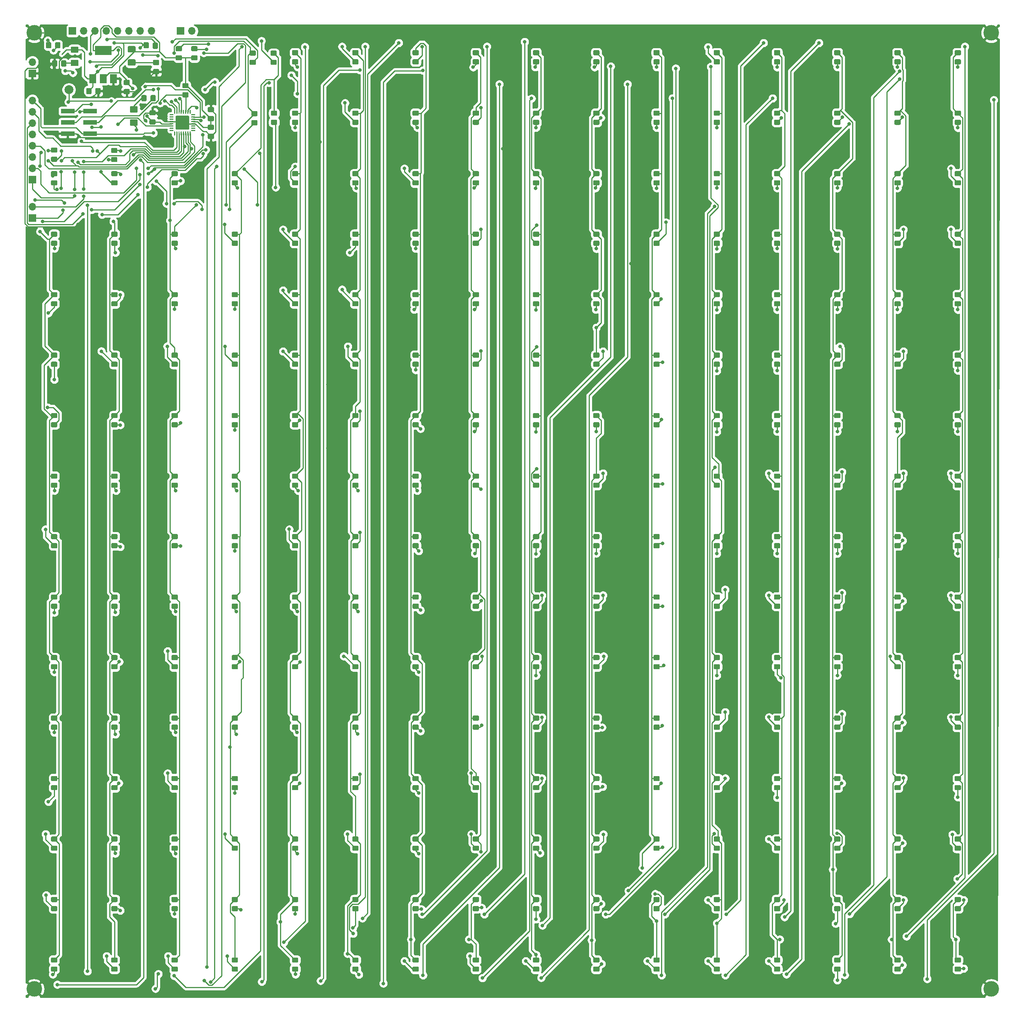
<source format=gbr>
%TF.GenerationSoftware,KiCad,Pcbnew,(5.1.5)-2*%
%TF.CreationDate,2019-12-29T12:45:17-05:00*%
%TF.ProjectId,main_led_pcb,6d61696e-5f6c-4656-945f-7063622e6b69,rev?*%
%TF.SameCoordinates,Original*%
%TF.FileFunction,Copper,L2,Bot*%
%TF.FilePolarity,Positive*%
%FSLAX46Y46*%
G04 Gerber Fmt 4.6, Leading zero omitted, Abs format (unit mm)*
G04 Created by KiCad (PCBNEW (5.1.5)-2) date 2019-12-29 12:45:17*
%MOMM*%
%LPD*%
G04 APERTURE LIST*
%ADD10R,3.150000X1.000000*%
%ADD11C,3.500000*%
%ADD12O,1.700000X1.700000*%
%ADD13R,1.700000X1.700000*%
%ADD14C,2.000000*%
%ADD15C,0.100000*%
%ADD16R,1.500000X2.000000*%
%ADD17R,3.800000X2.000000*%
%ADD18C,0.800000*%
%ADD19C,0.250000*%
%ADD20C,0.254000*%
G04 APERTURE END LIST*
D10*
X10050000Y-25180000D03*
X15100000Y-25180000D03*
X10050000Y-22640000D03*
X15100000Y-22640000D03*
X10050000Y-20100000D03*
X15100000Y-20100000D03*
D11*
X2500000Y-217500000D03*
X217500000Y-217500000D03*
X217500000Y-2500000D03*
X2500000Y-2500000D03*
D12*
X2100000Y-17720000D03*
X2100000Y-20260000D03*
X2100000Y-22800000D03*
X2100000Y-25340000D03*
X2100000Y-27880000D03*
X2100000Y-30420000D03*
X2100000Y-32960000D03*
D13*
X2100000Y-35500000D03*
D14*
X10300000Y-15300000D03*
%TA.AperFunction,SMDPad,CuDef*%
D15*
G36*
X29574505Y-16501204D02*
G01*
X29598773Y-16504804D01*
X29622572Y-16510765D01*
X29645671Y-16519030D01*
X29667850Y-16529520D01*
X29688893Y-16542132D01*
X29708599Y-16556747D01*
X29726777Y-16573223D01*
X29743253Y-16591401D01*
X29757868Y-16611107D01*
X29770480Y-16632150D01*
X29780970Y-16654329D01*
X29789235Y-16677428D01*
X29795196Y-16701227D01*
X29798796Y-16725495D01*
X29800000Y-16749999D01*
X29800000Y-17650001D01*
X29798796Y-17674505D01*
X29795196Y-17698773D01*
X29789235Y-17722572D01*
X29780970Y-17745671D01*
X29770480Y-17767850D01*
X29757868Y-17788893D01*
X29743253Y-17808599D01*
X29726777Y-17826777D01*
X29708599Y-17843253D01*
X29688893Y-17857868D01*
X29667850Y-17870480D01*
X29645671Y-17880970D01*
X29622572Y-17889235D01*
X29598773Y-17895196D01*
X29574505Y-17898796D01*
X29550001Y-17900000D01*
X28899999Y-17900000D01*
X28875495Y-17898796D01*
X28851227Y-17895196D01*
X28827428Y-17889235D01*
X28804329Y-17880970D01*
X28782150Y-17870480D01*
X28761107Y-17857868D01*
X28741401Y-17843253D01*
X28723223Y-17826777D01*
X28706747Y-17808599D01*
X28692132Y-17788893D01*
X28679520Y-17767850D01*
X28669030Y-17745671D01*
X28660765Y-17722572D01*
X28654804Y-17698773D01*
X28651204Y-17674505D01*
X28650000Y-17650001D01*
X28650000Y-16749999D01*
X28651204Y-16725495D01*
X28654804Y-16701227D01*
X28660765Y-16677428D01*
X28669030Y-16654329D01*
X28679520Y-16632150D01*
X28692132Y-16611107D01*
X28706747Y-16591401D01*
X28723223Y-16573223D01*
X28741401Y-16556747D01*
X28761107Y-16542132D01*
X28782150Y-16529520D01*
X28804329Y-16519030D01*
X28827428Y-16510765D01*
X28851227Y-16504804D01*
X28875495Y-16501204D01*
X28899999Y-16500000D01*
X29550001Y-16500000D01*
X29574505Y-16501204D01*
G37*
%TD.AperFunction*%
%TA.AperFunction,SMDPad,CuDef*%
G36*
X27524505Y-16501204D02*
G01*
X27548773Y-16504804D01*
X27572572Y-16510765D01*
X27595671Y-16519030D01*
X27617850Y-16529520D01*
X27638893Y-16542132D01*
X27658599Y-16556747D01*
X27676777Y-16573223D01*
X27693253Y-16591401D01*
X27707868Y-16611107D01*
X27720480Y-16632150D01*
X27730970Y-16654329D01*
X27739235Y-16677428D01*
X27745196Y-16701227D01*
X27748796Y-16725495D01*
X27750000Y-16749999D01*
X27750000Y-17650001D01*
X27748796Y-17674505D01*
X27745196Y-17698773D01*
X27739235Y-17722572D01*
X27730970Y-17745671D01*
X27720480Y-17767850D01*
X27707868Y-17788893D01*
X27693253Y-17808599D01*
X27676777Y-17826777D01*
X27658599Y-17843253D01*
X27638893Y-17857868D01*
X27617850Y-17870480D01*
X27595671Y-17880970D01*
X27572572Y-17889235D01*
X27548773Y-17895196D01*
X27524505Y-17898796D01*
X27500001Y-17900000D01*
X26849999Y-17900000D01*
X26825495Y-17898796D01*
X26801227Y-17895196D01*
X26777428Y-17889235D01*
X26754329Y-17880970D01*
X26732150Y-17870480D01*
X26711107Y-17857868D01*
X26691401Y-17843253D01*
X26673223Y-17826777D01*
X26656747Y-17808599D01*
X26642132Y-17788893D01*
X26629520Y-17767850D01*
X26619030Y-17745671D01*
X26610765Y-17722572D01*
X26604804Y-17698773D01*
X26601204Y-17674505D01*
X26600000Y-17650001D01*
X26600000Y-16749999D01*
X26601204Y-16725495D01*
X26604804Y-16701227D01*
X26610765Y-16677428D01*
X26619030Y-16654329D01*
X26629520Y-16632150D01*
X26642132Y-16611107D01*
X26656747Y-16591401D01*
X26673223Y-16573223D01*
X26691401Y-16556747D01*
X26711107Y-16542132D01*
X26732150Y-16529520D01*
X26754329Y-16519030D01*
X26777428Y-16510765D01*
X26801227Y-16504804D01*
X26825495Y-16501204D01*
X26849999Y-16500000D01*
X27500001Y-16500000D01*
X27524505Y-16501204D01*
G37*
%TD.AperFunction*%
%TA.AperFunction,SMDPad,CuDef*%
G36*
X30374505Y-10651204D02*
G01*
X30398773Y-10654804D01*
X30422572Y-10660765D01*
X30445671Y-10669030D01*
X30467850Y-10679520D01*
X30488893Y-10692132D01*
X30508599Y-10706747D01*
X30526777Y-10723223D01*
X30543253Y-10741401D01*
X30557868Y-10761107D01*
X30570480Y-10782150D01*
X30580970Y-10804329D01*
X30589235Y-10827428D01*
X30595196Y-10851227D01*
X30598796Y-10875495D01*
X30600000Y-10899999D01*
X30600000Y-11550001D01*
X30598796Y-11574505D01*
X30595196Y-11598773D01*
X30589235Y-11622572D01*
X30580970Y-11645671D01*
X30570480Y-11667850D01*
X30557868Y-11688893D01*
X30543253Y-11708599D01*
X30526777Y-11726777D01*
X30508599Y-11743253D01*
X30488893Y-11757868D01*
X30467850Y-11770480D01*
X30445671Y-11780970D01*
X30422572Y-11789235D01*
X30398773Y-11795196D01*
X30374505Y-11798796D01*
X30350001Y-11800000D01*
X29449999Y-11800000D01*
X29425495Y-11798796D01*
X29401227Y-11795196D01*
X29377428Y-11789235D01*
X29354329Y-11780970D01*
X29332150Y-11770480D01*
X29311107Y-11757868D01*
X29291401Y-11743253D01*
X29273223Y-11726777D01*
X29256747Y-11708599D01*
X29242132Y-11688893D01*
X29229520Y-11667850D01*
X29219030Y-11645671D01*
X29210765Y-11622572D01*
X29204804Y-11598773D01*
X29201204Y-11574505D01*
X29200000Y-11550001D01*
X29200000Y-10899999D01*
X29201204Y-10875495D01*
X29204804Y-10851227D01*
X29210765Y-10827428D01*
X29219030Y-10804329D01*
X29229520Y-10782150D01*
X29242132Y-10761107D01*
X29256747Y-10741401D01*
X29273223Y-10723223D01*
X29291401Y-10706747D01*
X29311107Y-10692132D01*
X29332150Y-10679520D01*
X29354329Y-10669030D01*
X29377428Y-10660765D01*
X29401227Y-10654804D01*
X29425495Y-10651204D01*
X29449999Y-10650000D01*
X30350001Y-10650000D01*
X30374505Y-10651204D01*
G37*
%TD.AperFunction*%
%TA.AperFunction,SMDPad,CuDef*%
G36*
X30374505Y-8601204D02*
G01*
X30398773Y-8604804D01*
X30422572Y-8610765D01*
X30445671Y-8619030D01*
X30467850Y-8629520D01*
X30488893Y-8642132D01*
X30508599Y-8656747D01*
X30526777Y-8673223D01*
X30543253Y-8691401D01*
X30557868Y-8711107D01*
X30570480Y-8732150D01*
X30580970Y-8754329D01*
X30589235Y-8777428D01*
X30595196Y-8801227D01*
X30598796Y-8825495D01*
X30600000Y-8849999D01*
X30600000Y-9500001D01*
X30598796Y-9524505D01*
X30595196Y-9548773D01*
X30589235Y-9572572D01*
X30580970Y-9595671D01*
X30570480Y-9617850D01*
X30557868Y-9638893D01*
X30543253Y-9658599D01*
X30526777Y-9676777D01*
X30508599Y-9693253D01*
X30488893Y-9707868D01*
X30467850Y-9720480D01*
X30445671Y-9730970D01*
X30422572Y-9739235D01*
X30398773Y-9745196D01*
X30374505Y-9748796D01*
X30350001Y-9750000D01*
X29449999Y-9750000D01*
X29425495Y-9748796D01*
X29401227Y-9745196D01*
X29377428Y-9739235D01*
X29354329Y-9730970D01*
X29332150Y-9720480D01*
X29311107Y-9707868D01*
X29291401Y-9693253D01*
X29273223Y-9676777D01*
X29256747Y-9658599D01*
X29242132Y-9638893D01*
X29229520Y-9617850D01*
X29219030Y-9595671D01*
X29210765Y-9572572D01*
X29204804Y-9548773D01*
X29201204Y-9524505D01*
X29200000Y-9500001D01*
X29200000Y-8849999D01*
X29201204Y-8825495D01*
X29204804Y-8801227D01*
X29210765Y-8777428D01*
X29219030Y-8754329D01*
X29229520Y-8732150D01*
X29242132Y-8711107D01*
X29256747Y-8691401D01*
X29273223Y-8673223D01*
X29291401Y-8656747D01*
X29311107Y-8642132D01*
X29332150Y-8629520D01*
X29354329Y-8619030D01*
X29377428Y-8610765D01*
X29401227Y-8604804D01*
X29425495Y-8601204D01*
X29449999Y-8600000D01*
X30350001Y-8600000D01*
X30374505Y-8601204D01*
G37*
%TD.AperFunction*%
%TA.AperFunction,SMDPad,CuDef*%
G36*
X7449505Y-8701204D02*
G01*
X7473773Y-8704804D01*
X7497572Y-8710765D01*
X7520671Y-8719030D01*
X7542850Y-8729520D01*
X7563893Y-8742132D01*
X7583599Y-8756747D01*
X7601777Y-8773223D01*
X7618253Y-8791401D01*
X7632868Y-8811107D01*
X7645480Y-8832150D01*
X7655970Y-8854329D01*
X7664235Y-8877428D01*
X7670196Y-8901227D01*
X7673796Y-8925495D01*
X7675000Y-8949999D01*
X7675000Y-9850001D01*
X7673796Y-9874505D01*
X7670196Y-9898773D01*
X7664235Y-9922572D01*
X7655970Y-9945671D01*
X7645480Y-9967850D01*
X7632868Y-9988893D01*
X7618253Y-10008599D01*
X7601777Y-10026777D01*
X7583599Y-10043253D01*
X7563893Y-10057868D01*
X7542850Y-10070480D01*
X7520671Y-10080970D01*
X7497572Y-10089235D01*
X7473773Y-10095196D01*
X7449505Y-10098796D01*
X7425001Y-10100000D01*
X6774999Y-10100000D01*
X6750495Y-10098796D01*
X6726227Y-10095196D01*
X6702428Y-10089235D01*
X6679329Y-10080970D01*
X6657150Y-10070480D01*
X6636107Y-10057868D01*
X6616401Y-10043253D01*
X6598223Y-10026777D01*
X6581747Y-10008599D01*
X6567132Y-9988893D01*
X6554520Y-9967850D01*
X6544030Y-9945671D01*
X6535765Y-9922572D01*
X6529804Y-9898773D01*
X6526204Y-9874505D01*
X6525000Y-9850001D01*
X6525000Y-8949999D01*
X6526204Y-8925495D01*
X6529804Y-8901227D01*
X6535765Y-8877428D01*
X6544030Y-8854329D01*
X6554520Y-8832150D01*
X6567132Y-8811107D01*
X6581747Y-8791401D01*
X6598223Y-8773223D01*
X6616401Y-8756747D01*
X6636107Y-8742132D01*
X6657150Y-8729520D01*
X6679329Y-8719030D01*
X6702428Y-8710765D01*
X6726227Y-8704804D01*
X6750495Y-8701204D01*
X6774999Y-8700000D01*
X7425001Y-8700000D01*
X7449505Y-8701204D01*
G37*
%TD.AperFunction*%
%TA.AperFunction,SMDPad,CuDef*%
G36*
X9499505Y-8701204D02*
G01*
X9523773Y-8704804D01*
X9547572Y-8710765D01*
X9570671Y-8719030D01*
X9592850Y-8729520D01*
X9613893Y-8742132D01*
X9633599Y-8756747D01*
X9651777Y-8773223D01*
X9668253Y-8791401D01*
X9682868Y-8811107D01*
X9695480Y-8832150D01*
X9705970Y-8854329D01*
X9714235Y-8877428D01*
X9720196Y-8901227D01*
X9723796Y-8925495D01*
X9725000Y-8949999D01*
X9725000Y-9850001D01*
X9723796Y-9874505D01*
X9720196Y-9898773D01*
X9714235Y-9922572D01*
X9705970Y-9945671D01*
X9695480Y-9967850D01*
X9682868Y-9988893D01*
X9668253Y-10008599D01*
X9651777Y-10026777D01*
X9633599Y-10043253D01*
X9613893Y-10057868D01*
X9592850Y-10070480D01*
X9570671Y-10080970D01*
X9547572Y-10089235D01*
X9523773Y-10095196D01*
X9499505Y-10098796D01*
X9475001Y-10100000D01*
X8824999Y-10100000D01*
X8800495Y-10098796D01*
X8776227Y-10095196D01*
X8752428Y-10089235D01*
X8729329Y-10080970D01*
X8707150Y-10070480D01*
X8686107Y-10057868D01*
X8666401Y-10043253D01*
X8648223Y-10026777D01*
X8631747Y-10008599D01*
X8617132Y-9988893D01*
X8604520Y-9967850D01*
X8594030Y-9945671D01*
X8585765Y-9922572D01*
X8579804Y-9898773D01*
X8576204Y-9874505D01*
X8575000Y-9850001D01*
X8575000Y-8949999D01*
X8576204Y-8925495D01*
X8579804Y-8901227D01*
X8585765Y-8877428D01*
X8594030Y-8854329D01*
X8604520Y-8832150D01*
X8617132Y-8811107D01*
X8631747Y-8791401D01*
X8648223Y-8773223D01*
X8666401Y-8756747D01*
X8686107Y-8742132D01*
X8707150Y-8729520D01*
X8729329Y-8719030D01*
X8752428Y-8710765D01*
X8776227Y-8704804D01*
X8800495Y-8701204D01*
X8824999Y-8700000D01*
X9475001Y-8700000D01*
X9499505Y-8701204D01*
G37*
%TD.AperFunction*%
%TA.AperFunction,SMDPad,CuDef*%
G36*
X36974505Y-15876204D02*
G01*
X36998773Y-15879804D01*
X37022572Y-15885765D01*
X37045671Y-15894030D01*
X37067850Y-15904520D01*
X37088893Y-15917132D01*
X37108599Y-15931747D01*
X37126777Y-15948223D01*
X37143253Y-15966401D01*
X37157868Y-15986107D01*
X37170480Y-16007150D01*
X37180970Y-16029329D01*
X37189235Y-16052428D01*
X37195196Y-16076227D01*
X37198796Y-16100495D01*
X37200000Y-16124999D01*
X37200000Y-16775001D01*
X37198796Y-16799505D01*
X37195196Y-16823773D01*
X37189235Y-16847572D01*
X37180970Y-16870671D01*
X37170480Y-16892850D01*
X37157868Y-16913893D01*
X37143253Y-16933599D01*
X37126777Y-16951777D01*
X37108599Y-16968253D01*
X37088893Y-16982868D01*
X37067850Y-16995480D01*
X37045671Y-17005970D01*
X37022572Y-17014235D01*
X36998773Y-17020196D01*
X36974505Y-17023796D01*
X36950001Y-17025000D01*
X36049999Y-17025000D01*
X36025495Y-17023796D01*
X36001227Y-17020196D01*
X35977428Y-17014235D01*
X35954329Y-17005970D01*
X35932150Y-16995480D01*
X35911107Y-16982868D01*
X35891401Y-16968253D01*
X35873223Y-16951777D01*
X35856747Y-16933599D01*
X35842132Y-16913893D01*
X35829520Y-16892850D01*
X35819030Y-16870671D01*
X35810765Y-16847572D01*
X35804804Y-16823773D01*
X35801204Y-16799505D01*
X35800000Y-16775001D01*
X35800000Y-16124999D01*
X35801204Y-16100495D01*
X35804804Y-16076227D01*
X35810765Y-16052428D01*
X35819030Y-16029329D01*
X35829520Y-16007150D01*
X35842132Y-15986107D01*
X35856747Y-15966401D01*
X35873223Y-15948223D01*
X35891401Y-15931747D01*
X35911107Y-15917132D01*
X35932150Y-15904520D01*
X35954329Y-15894030D01*
X35977428Y-15885765D01*
X36001227Y-15879804D01*
X36025495Y-15876204D01*
X36049999Y-15875000D01*
X36950001Y-15875000D01*
X36974505Y-15876204D01*
G37*
%TD.AperFunction*%
%TA.AperFunction,SMDPad,CuDef*%
G36*
X36974505Y-13826204D02*
G01*
X36998773Y-13829804D01*
X37022572Y-13835765D01*
X37045671Y-13844030D01*
X37067850Y-13854520D01*
X37088893Y-13867132D01*
X37108599Y-13881747D01*
X37126777Y-13898223D01*
X37143253Y-13916401D01*
X37157868Y-13936107D01*
X37170480Y-13957150D01*
X37180970Y-13979329D01*
X37189235Y-14002428D01*
X37195196Y-14026227D01*
X37198796Y-14050495D01*
X37200000Y-14074999D01*
X37200000Y-14725001D01*
X37198796Y-14749505D01*
X37195196Y-14773773D01*
X37189235Y-14797572D01*
X37180970Y-14820671D01*
X37170480Y-14842850D01*
X37157868Y-14863893D01*
X37143253Y-14883599D01*
X37126777Y-14901777D01*
X37108599Y-14918253D01*
X37088893Y-14932868D01*
X37067850Y-14945480D01*
X37045671Y-14955970D01*
X37022572Y-14964235D01*
X36998773Y-14970196D01*
X36974505Y-14973796D01*
X36950001Y-14975000D01*
X36049999Y-14975000D01*
X36025495Y-14973796D01*
X36001227Y-14970196D01*
X35977428Y-14964235D01*
X35954329Y-14955970D01*
X35932150Y-14945480D01*
X35911107Y-14932868D01*
X35891401Y-14918253D01*
X35873223Y-14901777D01*
X35856747Y-14883599D01*
X35842132Y-14863893D01*
X35829520Y-14842850D01*
X35819030Y-14820671D01*
X35810765Y-14797572D01*
X35804804Y-14773773D01*
X35801204Y-14749505D01*
X35800000Y-14725001D01*
X35800000Y-14074999D01*
X35801204Y-14050495D01*
X35804804Y-14026227D01*
X35810765Y-14002428D01*
X35819030Y-13979329D01*
X35829520Y-13957150D01*
X35842132Y-13936107D01*
X35856747Y-13916401D01*
X35873223Y-13898223D01*
X35891401Y-13881747D01*
X35911107Y-13867132D01*
X35932150Y-13854520D01*
X35954329Y-13844030D01*
X35977428Y-13835765D01*
X36001227Y-13829804D01*
X36025495Y-13826204D01*
X36049999Y-13825000D01*
X36950001Y-13825000D01*
X36974505Y-13826204D01*
G37*
%TD.AperFunction*%
%TA.AperFunction,SMDPad,CuDef*%
G36*
X38974505Y-5501204D02*
G01*
X38998773Y-5504804D01*
X39022572Y-5510765D01*
X39045671Y-5519030D01*
X39067850Y-5529520D01*
X39088893Y-5542132D01*
X39108599Y-5556747D01*
X39126777Y-5573223D01*
X39143253Y-5591401D01*
X39157868Y-5611107D01*
X39170480Y-5632150D01*
X39180970Y-5654329D01*
X39189235Y-5677428D01*
X39195196Y-5701227D01*
X39198796Y-5725495D01*
X39200000Y-5749999D01*
X39200000Y-6400001D01*
X39198796Y-6424505D01*
X39195196Y-6448773D01*
X39189235Y-6472572D01*
X39180970Y-6495671D01*
X39170480Y-6517850D01*
X39157868Y-6538893D01*
X39143253Y-6558599D01*
X39126777Y-6576777D01*
X39108599Y-6593253D01*
X39088893Y-6607868D01*
X39067850Y-6620480D01*
X39045671Y-6630970D01*
X39022572Y-6639235D01*
X38998773Y-6645196D01*
X38974505Y-6648796D01*
X38950001Y-6650000D01*
X38049999Y-6650000D01*
X38025495Y-6648796D01*
X38001227Y-6645196D01*
X37977428Y-6639235D01*
X37954329Y-6630970D01*
X37932150Y-6620480D01*
X37911107Y-6607868D01*
X37891401Y-6593253D01*
X37873223Y-6576777D01*
X37856747Y-6558599D01*
X37842132Y-6538893D01*
X37829520Y-6517850D01*
X37819030Y-6495671D01*
X37810765Y-6472572D01*
X37804804Y-6448773D01*
X37801204Y-6424505D01*
X37800000Y-6400001D01*
X37800000Y-5749999D01*
X37801204Y-5725495D01*
X37804804Y-5701227D01*
X37810765Y-5677428D01*
X37819030Y-5654329D01*
X37829520Y-5632150D01*
X37842132Y-5611107D01*
X37856747Y-5591401D01*
X37873223Y-5573223D01*
X37891401Y-5556747D01*
X37911107Y-5542132D01*
X37932150Y-5529520D01*
X37954329Y-5519030D01*
X37977428Y-5510765D01*
X38001227Y-5504804D01*
X38025495Y-5501204D01*
X38049999Y-5500000D01*
X38950001Y-5500000D01*
X38974505Y-5501204D01*
G37*
%TD.AperFunction*%
%TA.AperFunction,SMDPad,CuDef*%
G36*
X38974505Y-7551204D02*
G01*
X38998773Y-7554804D01*
X39022572Y-7560765D01*
X39045671Y-7569030D01*
X39067850Y-7579520D01*
X39088893Y-7592132D01*
X39108599Y-7606747D01*
X39126777Y-7623223D01*
X39143253Y-7641401D01*
X39157868Y-7661107D01*
X39170480Y-7682150D01*
X39180970Y-7704329D01*
X39189235Y-7727428D01*
X39195196Y-7751227D01*
X39198796Y-7775495D01*
X39200000Y-7799999D01*
X39200000Y-8450001D01*
X39198796Y-8474505D01*
X39195196Y-8498773D01*
X39189235Y-8522572D01*
X39180970Y-8545671D01*
X39170480Y-8567850D01*
X39157868Y-8588893D01*
X39143253Y-8608599D01*
X39126777Y-8626777D01*
X39108599Y-8643253D01*
X39088893Y-8657868D01*
X39067850Y-8670480D01*
X39045671Y-8680970D01*
X39022572Y-8689235D01*
X38998773Y-8695196D01*
X38974505Y-8698796D01*
X38950001Y-8700000D01*
X38049999Y-8700000D01*
X38025495Y-8698796D01*
X38001227Y-8695196D01*
X37977428Y-8689235D01*
X37954329Y-8680970D01*
X37932150Y-8670480D01*
X37911107Y-8657868D01*
X37891401Y-8643253D01*
X37873223Y-8626777D01*
X37856747Y-8608599D01*
X37842132Y-8588893D01*
X37829520Y-8567850D01*
X37819030Y-8545671D01*
X37810765Y-8522572D01*
X37804804Y-8498773D01*
X37801204Y-8474505D01*
X37800000Y-8450001D01*
X37800000Y-7799999D01*
X37801204Y-7775495D01*
X37804804Y-7751227D01*
X37810765Y-7727428D01*
X37819030Y-7704329D01*
X37829520Y-7682150D01*
X37842132Y-7661107D01*
X37856747Y-7641401D01*
X37873223Y-7623223D01*
X37891401Y-7606747D01*
X37911107Y-7592132D01*
X37932150Y-7579520D01*
X37954329Y-7569030D01*
X37977428Y-7560765D01*
X38001227Y-7554804D01*
X38025495Y-7551204D01*
X38049999Y-7550000D01*
X38950001Y-7550000D01*
X38974505Y-7551204D01*
G37*
%TD.AperFunction*%
%TA.AperFunction,SMDPad,CuDef*%
G36*
X35474505Y-5501204D02*
G01*
X35498773Y-5504804D01*
X35522572Y-5510765D01*
X35545671Y-5519030D01*
X35567850Y-5529520D01*
X35588893Y-5542132D01*
X35608599Y-5556747D01*
X35626777Y-5573223D01*
X35643253Y-5591401D01*
X35657868Y-5611107D01*
X35670480Y-5632150D01*
X35680970Y-5654329D01*
X35689235Y-5677428D01*
X35695196Y-5701227D01*
X35698796Y-5725495D01*
X35700000Y-5749999D01*
X35700000Y-6400001D01*
X35698796Y-6424505D01*
X35695196Y-6448773D01*
X35689235Y-6472572D01*
X35680970Y-6495671D01*
X35670480Y-6517850D01*
X35657868Y-6538893D01*
X35643253Y-6558599D01*
X35626777Y-6576777D01*
X35608599Y-6593253D01*
X35588893Y-6607868D01*
X35567850Y-6620480D01*
X35545671Y-6630970D01*
X35522572Y-6639235D01*
X35498773Y-6645196D01*
X35474505Y-6648796D01*
X35450001Y-6650000D01*
X34549999Y-6650000D01*
X34525495Y-6648796D01*
X34501227Y-6645196D01*
X34477428Y-6639235D01*
X34454329Y-6630970D01*
X34432150Y-6620480D01*
X34411107Y-6607868D01*
X34391401Y-6593253D01*
X34373223Y-6576777D01*
X34356747Y-6558599D01*
X34342132Y-6538893D01*
X34329520Y-6517850D01*
X34319030Y-6495671D01*
X34310765Y-6472572D01*
X34304804Y-6448773D01*
X34301204Y-6424505D01*
X34300000Y-6400001D01*
X34300000Y-5749999D01*
X34301204Y-5725495D01*
X34304804Y-5701227D01*
X34310765Y-5677428D01*
X34319030Y-5654329D01*
X34329520Y-5632150D01*
X34342132Y-5611107D01*
X34356747Y-5591401D01*
X34373223Y-5573223D01*
X34391401Y-5556747D01*
X34411107Y-5542132D01*
X34432150Y-5529520D01*
X34454329Y-5519030D01*
X34477428Y-5510765D01*
X34501227Y-5504804D01*
X34525495Y-5501204D01*
X34549999Y-5500000D01*
X35450001Y-5500000D01*
X35474505Y-5501204D01*
G37*
%TD.AperFunction*%
%TA.AperFunction,SMDPad,CuDef*%
G36*
X35474505Y-7551204D02*
G01*
X35498773Y-7554804D01*
X35522572Y-7560765D01*
X35545671Y-7569030D01*
X35567850Y-7579520D01*
X35588893Y-7592132D01*
X35608599Y-7606747D01*
X35626777Y-7623223D01*
X35643253Y-7641401D01*
X35657868Y-7661107D01*
X35670480Y-7682150D01*
X35680970Y-7704329D01*
X35689235Y-7727428D01*
X35695196Y-7751227D01*
X35698796Y-7775495D01*
X35700000Y-7799999D01*
X35700000Y-8450001D01*
X35698796Y-8474505D01*
X35695196Y-8498773D01*
X35689235Y-8522572D01*
X35680970Y-8545671D01*
X35670480Y-8567850D01*
X35657868Y-8588893D01*
X35643253Y-8608599D01*
X35626777Y-8626777D01*
X35608599Y-8643253D01*
X35588893Y-8657868D01*
X35567850Y-8670480D01*
X35545671Y-8680970D01*
X35522572Y-8689235D01*
X35498773Y-8695196D01*
X35474505Y-8698796D01*
X35450001Y-8700000D01*
X34549999Y-8700000D01*
X34525495Y-8698796D01*
X34501227Y-8695196D01*
X34477428Y-8689235D01*
X34454329Y-8680970D01*
X34432150Y-8670480D01*
X34411107Y-8657868D01*
X34391401Y-8643253D01*
X34373223Y-8626777D01*
X34356747Y-8608599D01*
X34342132Y-8588893D01*
X34329520Y-8567850D01*
X34319030Y-8545671D01*
X34310765Y-8522572D01*
X34304804Y-8498773D01*
X34301204Y-8474505D01*
X34300000Y-8450001D01*
X34300000Y-7799999D01*
X34301204Y-7775495D01*
X34304804Y-7751227D01*
X34310765Y-7727428D01*
X34319030Y-7704329D01*
X34329520Y-7682150D01*
X34342132Y-7661107D01*
X34356747Y-7641401D01*
X34373223Y-7623223D01*
X34391401Y-7606747D01*
X34411107Y-7592132D01*
X34432150Y-7579520D01*
X34454329Y-7569030D01*
X34477428Y-7560765D01*
X34501227Y-7554804D01*
X34525495Y-7551204D01*
X34549999Y-7550000D01*
X35450001Y-7550000D01*
X35474505Y-7551204D01*
G37*
%TD.AperFunction*%
%TA.AperFunction,SMDPad,CuDef*%
G36*
X210474505Y-212451204D02*
G01*
X210498773Y-212454804D01*
X210522572Y-212460765D01*
X210545671Y-212469030D01*
X210567850Y-212479520D01*
X210588893Y-212492132D01*
X210608599Y-212506747D01*
X210626777Y-212523223D01*
X210643253Y-212541401D01*
X210657868Y-212561107D01*
X210670480Y-212582150D01*
X210680970Y-212604329D01*
X210689235Y-212627428D01*
X210695196Y-212651227D01*
X210698796Y-212675495D01*
X210700000Y-212699999D01*
X210700000Y-213350001D01*
X210698796Y-213374505D01*
X210695196Y-213398773D01*
X210689235Y-213422572D01*
X210680970Y-213445671D01*
X210670480Y-213467850D01*
X210657868Y-213488893D01*
X210643253Y-213508599D01*
X210626777Y-213526777D01*
X210608599Y-213543253D01*
X210588893Y-213557868D01*
X210567850Y-213570480D01*
X210545671Y-213580970D01*
X210522572Y-213589235D01*
X210498773Y-213595196D01*
X210474505Y-213598796D01*
X210450001Y-213600000D01*
X209549999Y-213600000D01*
X209525495Y-213598796D01*
X209501227Y-213595196D01*
X209477428Y-213589235D01*
X209454329Y-213580970D01*
X209432150Y-213570480D01*
X209411107Y-213557868D01*
X209391401Y-213543253D01*
X209373223Y-213526777D01*
X209356747Y-213508599D01*
X209342132Y-213488893D01*
X209329520Y-213467850D01*
X209319030Y-213445671D01*
X209310765Y-213422572D01*
X209304804Y-213398773D01*
X209301204Y-213374505D01*
X209300000Y-213350001D01*
X209300000Y-212699999D01*
X209301204Y-212675495D01*
X209304804Y-212651227D01*
X209310765Y-212627428D01*
X209319030Y-212604329D01*
X209329520Y-212582150D01*
X209342132Y-212561107D01*
X209356747Y-212541401D01*
X209373223Y-212523223D01*
X209391401Y-212506747D01*
X209411107Y-212492132D01*
X209432150Y-212479520D01*
X209454329Y-212469030D01*
X209477428Y-212460765D01*
X209501227Y-212454804D01*
X209525495Y-212451204D01*
X209549999Y-212450000D01*
X210450001Y-212450000D01*
X210474505Y-212451204D01*
G37*
%TD.AperFunction*%
%TA.AperFunction,SMDPad,CuDef*%
G36*
X210474505Y-210401204D02*
G01*
X210498773Y-210404804D01*
X210522572Y-210410765D01*
X210545671Y-210419030D01*
X210567850Y-210429520D01*
X210588893Y-210442132D01*
X210608599Y-210456747D01*
X210626777Y-210473223D01*
X210643253Y-210491401D01*
X210657868Y-210511107D01*
X210670480Y-210532150D01*
X210680970Y-210554329D01*
X210689235Y-210577428D01*
X210695196Y-210601227D01*
X210698796Y-210625495D01*
X210700000Y-210649999D01*
X210700000Y-211300001D01*
X210698796Y-211324505D01*
X210695196Y-211348773D01*
X210689235Y-211372572D01*
X210680970Y-211395671D01*
X210670480Y-211417850D01*
X210657868Y-211438893D01*
X210643253Y-211458599D01*
X210626777Y-211476777D01*
X210608599Y-211493253D01*
X210588893Y-211507868D01*
X210567850Y-211520480D01*
X210545671Y-211530970D01*
X210522572Y-211539235D01*
X210498773Y-211545196D01*
X210474505Y-211548796D01*
X210450001Y-211550000D01*
X209549999Y-211550000D01*
X209525495Y-211548796D01*
X209501227Y-211545196D01*
X209477428Y-211539235D01*
X209454329Y-211530970D01*
X209432150Y-211520480D01*
X209411107Y-211507868D01*
X209391401Y-211493253D01*
X209373223Y-211476777D01*
X209356747Y-211458599D01*
X209342132Y-211438893D01*
X209329520Y-211417850D01*
X209319030Y-211395671D01*
X209310765Y-211372572D01*
X209304804Y-211348773D01*
X209301204Y-211324505D01*
X209300000Y-211300001D01*
X209300000Y-210649999D01*
X209301204Y-210625495D01*
X209304804Y-210601227D01*
X209310765Y-210577428D01*
X209319030Y-210554329D01*
X209329520Y-210532150D01*
X209342132Y-210511107D01*
X209356747Y-210491401D01*
X209373223Y-210473223D01*
X209391401Y-210456747D01*
X209411107Y-210442132D01*
X209432150Y-210429520D01*
X209454329Y-210419030D01*
X209477428Y-210410765D01*
X209501227Y-210404804D01*
X209525495Y-210401204D01*
X209549999Y-210400000D01*
X210450001Y-210400000D01*
X210474505Y-210401204D01*
G37*
%TD.AperFunction*%
%TA.AperFunction,SMDPad,CuDef*%
G36*
X196941505Y-212451204D02*
G01*
X196965773Y-212454804D01*
X196989572Y-212460765D01*
X197012671Y-212469030D01*
X197034850Y-212479520D01*
X197055893Y-212492132D01*
X197075599Y-212506747D01*
X197093777Y-212523223D01*
X197110253Y-212541401D01*
X197124868Y-212561107D01*
X197137480Y-212582150D01*
X197147970Y-212604329D01*
X197156235Y-212627428D01*
X197162196Y-212651227D01*
X197165796Y-212675495D01*
X197167000Y-212699999D01*
X197167000Y-213350001D01*
X197165796Y-213374505D01*
X197162196Y-213398773D01*
X197156235Y-213422572D01*
X197147970Y-213445671D01*
X197137480Y-213467850D01*
X197124868Y-213488893D01*
X197110253Y-213508599D01*
X197093777Y-213526777D01*
X197075599Y-213543253D01*
X197055893Y-213557868D01*
X197034850Y-213570480D01*
X197012671Y-213580970D01*
X196989572Y-213589235D01*
X196965773Y-213595196D01*
X196941505Y-213598796D01*
X196917001Y-213600000D01*
X196016999Y-213600000D01*
X195992495Y-213598796D01*
X195968227Y-213595196D01*
X195944428Y-213589235D01*
X195921329Y-213580970D01*
X195899150Y-213570480D01*
X195878107Y-213557868D01*
X195858401Y-213543253D01*
X195840223Y-213526777D01*
X195823747Y-213508599D01*
X195809132Y-213488893D01*
X195796520Y-213467850D01*
X195786030Y-213445671D01*
X195777765Y-213422572D01*
X195771804Y-213398773D01*
X195768204Y-213374505D01*
X195767000Y-213350001D01*
X195767000Y-212699999D01*
X195768204Y-212675495D01*
X195771804Y-212651227D01*
X195777765Y-212627428D01*
X195786030Y-212604329D01*
X195796520Y-212582150D01*
X195809132Y-212561107D01*
X195823747Y-212541401D01*
X195840223Y-212523223D01*
X195858401Y-212506747D01*
X195878107Y-212492132D01*
X195899150Y-212479520D01*
X195921329Y-212469030D01*
X195944428Y-212460765D01*
X195968227Y-212454804D01*
X195992495Y-212451204D01*
X196016999Y-212450000D01*
X196917001Y-212450000D01*
X196941505Y-212451204D01*
G37*
%TD.AperFunction*%
%TA.AperFunction,SMDPad,CuDef*%
G36*
X196941505Y-210401204D02*
G01*
X196965773Y-210404804D01*
X196989572Y-210410765D01*
X197012671Y-210419030D01*
X197034850Y-210429520D01*
X197055893Y-210442132D01*
X197075599Y-210456747D01*
X197093777Y-210473223D01*
X197110253Y-210491401D01*
X197124868Y-210511107D01*
X197137480Y-210532150D01*
X197147970Y-210554329D01*
X197156235Y-210577428D01*
X197162196Y-210601227D01*
X197165796Y-210625495D01*
X197167000Y-210649999D01*
X197167000Y-211300001D01*
X197165796Y-211324505D01*
X197162196Y-211348773D01*
X197156235Y-211372572D01*
X197147970Y-211395671D01*
X197137480Y-211417850D01*
X197124868Y-211438893D01*
X197110253Y-211458599D01*
X197093777Y-211476777D01*
X197075599Y-211493253D01*
X197055893Y-211507868D01*
X197034850Y-211520480D01*
X197012671Y-211530970D01*
X196989572Y-211539235D01*
X196965773Y-211545196D01*
X196941505Y-211548796D01*
X196917001Y-211550000D01*
X196016999Y-211550000D01*
X195992495Y-211548796D01*
X195968227Y-211545196D01*
X195944428Y-211539235D01*
X195921329Y-211530970D01*
X195899150Y-211520480D01*
X195878107Y-211507868D01*
X195858401Y-211493253D01*
X195840223Y-211476777D01*
X195823747Y-211458599D01*
X195809132Y-211438893D01*
X195796520Y-211417850D01*
X195786030Y-211395671D01*
X195777765Y-211372572D01*
X195771804Y-211348773D01*
X195768204Y-211324505D01*
X195767000Y-211300001D01*
X195767000Y-210649999D01*
X195768204Y-210625495D01*
X195771804Y-210601227D01*
X195777765Y-210577428D01*
X195786030Y-210554329D01*
X195796520Y-210532150D01*
X195809132Y-210511107D01*
X195823747Y-210491401D01*
X195840223Y-210473223D01*
X195858401Y-210456747D01*
X195878107Y-210442132D01*
X195899150Y-210429520D01*
X195921329Y-210419030D01*
X195944428Y-210410765D01*
X195968227Y-210404804D01*
X195992495Y-210401204D01*
X196016999Y-210400000D01*
X196917001Y-210400000D01*
X196941505Y-210401204D01*
G37*
%TD.AperFunction*%
%TA.AperFunction,SMDPad,CuDef*%
G36*
X183407505Y-212451204D02*
G01*
X183431773Y-212454804D01*
X183455572Y-212460765D01*
X183478671Y-212469030D01*
X183500850Y-212479520D01*
X183521893Y-212492132D01*
X183541599Y-212506747D01*
X183559777Y-212523223D01*
X183576253Y-212541401D01*
X183590868Y-212561107D01*
X183603480Y-212582150D01*
X183613970Y-212604329D01*
X183622235Y-212627428D01*
X183628196Y-212651227D01*
X183631796Y-212675495D01*
X183633000Y-212699999D01*
X183633000Y-213350001D01*
X183631796Y-213374505D01*
X183628196Y-213398773D01*
X183622235Y-213422572D01*
X183613970Y-213445671D01*
X183603480Y-213467850D01*
X183590868Y-213488893D01*
X183576253Y-213508599D01*
X183559777Y-213526777D01*
X183541599Y-213543253D01*
X183521893Y-213557868D01*
X183500850Y-213570480D01*
X183478671Y-213580970D01*
X183455572Y-213589235D01*
X183431773Y-213595196D01*
X183407505Y-213598796D01*
X183383001Y-213600000D01*
X182482999Y-213600000D01*
X182458495Y-213598796D01*
X182434227Y-213595196D01*
X182410428Y-213589235D01*
X182387329Y-213580970D01*
X182365150Y-213570480D01*
X182344107Y-213557868D01*
X182324401Y-213543253D01*
X182306223Y-213526777D01*
X182289747Y-213508599D01*
X182275132Y-213488893D01*
X182262520Y-213467850D01*
X182252030Y-213445671D01*
X182243765Y-213422572D01*
X182237804Y-213398773D01*
X182234204Y-213374505D01*
X182233000Y-213350001D01*
X182233000Y-212699999D01*
X182234204Y-212675495D01*
X182237804Y-212651227D01*
X182243765Y-212627428D01*
X182252030Y-212604329D01*
X182262520Y-212582150D01*
X182275132Y-212561107D01*
X182289747Y-212541401D01*
X182306223Y-212523223D01*
X182324401Y-212506747D01*
X182344107Y-212492132D01*
X182365150Y-212479520D01*
X182387329Y-212469030D01*
X182410428Y-212460765D01*
X182434227Y-212454804D01*
X182458495Y-212451204D01*
X182482999Y-212450000D01*
X183383001Y-212450000D01*
X183407505Y-212451204D01*
G37*
%TD.AperFunction*%
%TA.AperFunction,SMDPad,CuDef*%
G36*
X183407505Y-210401204D02*
G01*
X183431773Y-210404804D01*
X183455572Y-210410765D01*
X183478671Y-210419030D01*
X183500850Y-210429520D01*
X183521893Y-210442132D01*
X183541599Y-210456747D01*
X183559777Y-210473223D01*
X183576253Y-210491401D01*
X183590868Y-210511107D01*
X183603480Y-210532150D01*
X183613970Y-210554329D01*
X183622235Y-210577428D01*
X183628196Y-210601227D01*
X183631796Y-210625495D01*
X183633000Y-210649999D01*
X183633000Y-211300001D01*
X183631796Y-211324505D01*
X183628196Y-211348773D01*
X183622235Y-211372572D01*
X183613970Y-211395671D01*
X183603480Y-211417850D01*
X183590868Y-211438893D01*
X183576253Y-211458599D01*
X183559777Y-211476777D01*
X183541599Y-211493253D01*
X183521893Y-211507868D01*
X183500850Y-211520480D01*
X183478671Y-211530970D01*
X183455572Y-211539235D01*
X183431773Y-211545196D01*
X183407505Y-211548796D01*
X183383001Y-211550000D01*
X182482999Y-211550000D01*
X182458495Y-211548796D01*
X182434227Y-211545196D01*
X182410428Y-211539235D01*
X182387329Y-211530970D01*
X182365150Y-211520480D01*
X182344107Y-211507868D01*
X182324401Y-211493253D01*
X182306223Y-211476777D01*
X182289747Y-211458599D01*
X182275132Y-211438893D01*
X182262520Y-211417850D01*
X182252030Y-211395671D01*
X182243765Y-211372572D01*
X182237804Y-211348773D01*
X182234204Y-211324505D01*
X182233000Y-211300001D01*
X182233000Y-210649999D01*
X182234204Y-210625495D01*
X182237804Y-210601227D01*
X182243765Y-210577428D01*
X182252030Y-210554329D01*
X182262520Y-210532150D01*
X182275132Y-210511107D01*
X182289747Y-210491401D01*
X182306223Y-210473223D01*
X182324401Y-210456747D01*
X182344107Y-210442132D01*
X182365150Y-210429520D01*
X182387329Y-210419030D01*
X182410428Y-210410765D01*
X182434227Y-210404804D01*
X182458495Y-210401204D01*
X182482999Y-210400000D01*
X183383001Y-210400000D01*
X183407505Y-210401204D01*
G37*
%TD.AperFunction*%
%TA.AperFunction,SMDPad,CuDef*%
G36*
X169874505Y-212451204D02*
G01*
X169898773Y-212454804D01*
X169922572Y-212460765D01*
X169945671Y-212469030D01*
X169967850Y-212479520D01*
X169988893Y-212492132D01*
X170008599Y-212506747D01*
X170026777Y-212523223D01*
X170043253Y-212541401D01*
X170057868Y-212561107D01*
X170070480Y-212582150D01*
X170080970Y-212604329D01*
X170089235Y-212627428D01*
X170095196Y-212651227D01*
X170098796Y-212675495D01*
X170100000Y-212699999D01*
X170100000Y-213350001D01*
X170098796Y-213374505D01*
X170095196Y-213398773D01*
X170089235Y-213422572D01*
X170080970Y-213445671D01*
X170070480Y-213467850D01*
X170057868Y-213488893D01*
X170043253Y-213508599D01*
X170026777Y-213526777D01*
X170008599Y-213543253D01*
X169988893Y-213557868D01*
X169967850Y-213570480D01*
X169945671Y-213580970D01*
X169922572Y-213589235D01*
X169898773Y-213595196D01*
X169874505Y-213598796D01*
X169850001Y-213600000D01*
X168949999Y-213600000D01*
X168925495Y-213598796D01*
X168901227Y-213595196D01*
X168877428Y-213589235D01*
X168854329Y-213580970D01*
X168832150Y-213570480D01*
X168811107Y-213557868D01*
X168791401Y-213543253D01*
X168773223Y-213526777D01*
X168756747Y-213508599D01*
X168742132Y-213488893D01*
X168729520Y-213467850D01*
X168719030Y-213445671D01*
X168710765Y-213422572D01*
X168704804Y-213398773D01*
X168701204Y-213374505D01*
X168700000Y-213350001D01*
X168700000Y-212699999D01*
X168701204Y-212675495D01*
X168704804Y-212651227D01*
X168710765Y-212627428D01*
X168719030Y-212604329D01*
X168729520Y-212582150D01*
X168742132Y-212561107D01*
X168756747Y-212541401D01*
X168773223Y-212523223D01*
X168791401Y-212506747D01*
X168811107Y-212492132D01*
X168832150Y-212479520D01*
X168854329Y-212469030D01*
X168877428Y-212460765D01*
X168901227Y-212454804D01*
X168925495Y-212451204D01*
X168949999Y-212450000D01*
X169850001Y-212450000D01*
X169874505Y-212451204D01*
G37*
%TD.AperFunction*%
%TA.AperFunction,SMDPad,CuDef*%
G36*
X169874505Y-210401204D02*
G01*
X169898773Y-210404804D01*
X169922572Y-210410765D01*
X169945671Y-210419030D01*
X169967850Y-210429520D01*
X169988893Y-210442132D01*
X170008599Y-210456747D01*
X170026777Y-210473223D01*
X170043253Y-210491401D01*
X170057868Y-210511107D01*
X170070480Y-210532150D01*
X170080970Y-210554329D01*
X170089235Y-210577428D01*
X170095196Y-210601227D01*
X170098796Y-210625495D01*
X170100000Y-210649999D01*
X170100000Y-211300001D01*
X170098796Y-211324505D01*
X170095196Y-211348773D01*
X170089235Y-211372572D01*
X170080970Y-211395671D01*
X170070480Y-211417850D01*
X170057868Y-211438893D01*
X170043253Y-211458599D01*
X170026777Y-211476777D01*
X170008599Y-211493253D01*
X169988893Y-211507868D01*
X169967850Y-211520480D01*
X169945671Y-211530970D01*
X169922572Y-211539235D01*
X169898773Y-211545196D01*
X169874505Y-211548796D01*
X169850001Y-211550000D01*
X168949999Y-211550000D01*
X168925495Y-211548796D01*
X168901227Y-211545196D01*
X168877428Y-211539235D01*
X168854329Y-211530970D01*
X168832150Y-211520480D01*
X168811107Y-211507868D01*
X168791401Y-211493253D01*
X168773223Y-211476777D01*
X168756747Y-211458599D01*
X168742132Y-211438893D01*
X168729520Y-211417850D01*
X168719030Y-211395671D01*
X168710765Y-211372572D01*
X168704804Y-211348773D01*
X168701204Y-211324505D01*
X168700000Y-211300001D01*
X168700000Y-210649999D01*
X168701204Y-210625495D01*
X168704804Y-210601227D01*
X168710765Y-210577428D01*
X168719030Y-210554329D01*
X168729520Y-210532150D01*
X168742132Y-210511107D01*
X168756747Y-210491401D01*
X168773223Y-210473223D01*
X168791401Y-210456747D01*
X168811107Y-210442132D01*
X168832150Y-210429520D01*
X168854329Y-210419030D01*
X168877428Y-210410765D01*
X168901227Y-210404804D01*
X168925495Y-210401204D01*
X168949999Y-210400000D01*
X169850001Y-210400000D01*
X169874505Y-210401204D01*
G37*
%TD.AperFunction*%
%TA.AperFunction,SMDPad,CuDef*%
G36*
X156341505Y-212451204D02*
G01*
X156365773Y-212454804D01*
X156389572Y-212460765D01*
X156412671Y-212469030D01*
X156434850Y-212479520D01*
X156455893Y-212492132D01*
X156475599Y-212506747D01*
X156493777Y-212523223D01*
X156510253Y-212541401D01*
X156524868Y-212561107D01*
X156537480Y-212582150D01*
X156547970Y-212604329D01*
X156556235Y-212627428D01*
X156562196Y-212651227D01*
X156565796Y-212675495D01*
X156567000Y-212699999D01*
X156567000Y-213350001D01*
X156565796Y-213374505D01*
X156562196Y-213398773D01*
X156556235Y-213422572D01*
X156547970Y-213445671D01*
X156537480Y-213467850D01*
X156524868Y-213488893D01*
X156510253Y-213508599D01*
X156493777Y-213526777D01*
X156475599Y-213543253D01*
X156455893Y-213557868D01*
X156434850Y-213570480D01*
X156412671Y-213580970D01*
X156389572Y-213589235D01*
X156365773Y-213595196D01*
X156341505Y-213598796D01*
X156317001Y-213600000D01*
X155416999Y-213600000D01*
X155392495Y-213598796D01*
X155368227Y-213595196D01*
X155344428Y-213589235D01*
X155321329Y-213580970D01*
X155299150Y-213570480D01*
X155278107Y-213557868D01*
X155258401Y-213543253D01*
X155240223Y-213526777D01*
X155223747Y-213508599D01*
X155209132Y-213488893D01*
X155196520Y-213467850D01*
X155186030Y-213445671D01*
X155177765Y-213422572D01*
X155171804Y-213398773D01*
X155168204Y-213374505D01*
X155167000Y-213350001D01*
X155167000Y-212699999D01*
X155168204Y-212675495D01*
X155171804Y-212651227D01*
X155177765Y-212627428D01*
X155186030Y-212604329D01*
X155196520Y-212582150D01*
X155209132Y-212561107D01*
X155223747Y-212541401D01*
X155240223Y-212523223D01*
X155258401Y-212506747D01*
X155278107Y-212492132D01*
X155299150Y-212479520D01*
X155321329Y-212469030D01*
X155344428Y-212460765D01*
X155368227Y-212454804D01*
X155392495Y-212451204D01*
X155416999Y-212450000D01*
X156317001Y-212450000D01*
X156341505Y-212451204D01*
G37*
%TD.AperFunction*%
%TA.AperFunction,SMDPad,CuDef*%
G36*
X156341505Y-210401204D02*
G01*
X156365773Y-210404804D01*
X156389572Y-210410765D01*
X156412671Y-210419030D01*
X156434850Y-210429520D01*
X156455893Y-210442132D01*
X156475599Y-210456747D01*
X156493777Y-210473223D01*
X156510253Y-210491401D01*
X156524868Y-210511107D01*
X156537480Y-210532150D01*
X156547970Y-210554329D01*
X156556235Y-210577428D01*
X156562196Y-210601227D01*
X156565796Y-210625495D01*
X156567000Y-210649999D01*
X156567000Y-211300001D01*
X156565796Y-211324505D01*
X156562196Y-211348773D01*
X156556235Y-211372572D01*
X156547970Y-211395671D01*
X156537480Y-211417850D01*
X156524868Y-211438893D01*
X156510253Y-211458599D01*
X156493777Y-211476777D01*
X156475599Y-211493253D01*
X156455893Y-211507868D01*
X156434850Y-211520480D01*
X156412671Y-211530970D01*
X156389572Y-211539235D01*
X156365773Y-211545196D01*
X156341505Y-211548796D01*
X156317001Y-211550000D01*
X155416999Y-211550000D01*
X155392495Y-211548796D01*
X155368227Y-211545196D01*
X155344428Y-211539235D01*
X155321329Y-211530970D01*
X155299150Y-211520480D01*
X155278107Y-211507868D01*
X155258401Y-211493253D01*
X155240223Y-211476777D01*
X155223747Y-211458599D01*
X155209132Y-211438893D01*
X155196520Y-211417850D01*
X155186030Y-211395671D01*
X155177765Y-211372572D01*
X155171804Y-211348773D01*
X155168204Y-211324505D01*
X155167000Y-211300001D01*
X155167000Y-210649999D01*
X155168204Y-210625495D01*
X155171804Y-210601227D01*
X155177765Y-210577428D01*
X155186030Y-210554329D01*
X155196520Y-210532150D01*
X155209132Y-210511107D01*
X155223747Y-210491401D01*
X155240223Y-210473223D01*
X155258401Y-210456747D01*
X155278107Y-210442132D01*
X155299150Y-210429520D01*
X155321329Y-210419030D01*
X155344428Y-210410765D01*
X155368227Y-210404804D01*
X155392495Y-210401204D01*
X155416999Y-210400000D01*
X156317001Y-210400000D01*
X156341505Y-210401204D01*
G37*
%TD.AperFunction*%
%TA.AperFunction,SMDPad,CuDef*%
G36*
X142807505Y-212451204D02*
G01*
X142831773Y-212454804D01*
X142855572Y-212460765D01*
X142878671Y-212469030D01*
X142900850Y-212479520D01*
X142921893Y-212492132D01*
X142941599Y-212506747D01*
X142959777Y-212523223D01*
X142976253Y-212541401D01*
X142990868Y-212561107D01*
X143003480Y-212582150D01*
X143013970Y-212604329D01*
X143022235Y-212627428D01*
X143028196Y-212651227D01*
X143031796Y-212675495D01*
X143033000Y-212699999D01*
X143033000Y-213350001D01*
X143031796Y-213374505D01*
X143028196Y-213398773D01*
X143022235Y-213422572D01*
X143013970Y-213445671D01*
X143003480Y-213467850D01*
X142990868Y-213488893D01*
X142976253Y-213508599D01*
X142959777Y-213526777D01*
X142941599Y-213543253D01*
X142921893Y-213557868D01*
X142900850Y-213570480D01*
X142878671Y-213580970D01*
X142855572Y-213589235D01*
X142831773Y-213595196D01*
X142807505Y-213598796D01*
X142783001Y-213600000D01*
X141882999Y-213600000D01*
X141858495Y-213598796D01*
X141834227Y-213595196D01*
X141810428Y-213589235D01*
X141787329Y-213580970D01*
X141765150Y-213570480D01*
X141744107Y-213557868D01*
X141724401Y-213543253D01*
X141706223Y-213526777D01*
X141689747Y-213508599D01*
X141675132Y-213488893D01*
X141662520Y-213467850D01*
X141652030Y-213445671D01*
X141643765Y-213422572D01*
X141637804Y-213398773D01*
X141634204Y-213374505D01*
X141633000Y-213350001D01*
X141633000Y-212699999D01*
X141634204Y-212675495D01*
X141637804Y-212651227D01*
X141643765Y-212627428D01*
X141652030Y-212604329D01*
X141662520Y-212582150D01*
X141675132Y-212561107D01*
X141689747Y-212541401D01*
X141706223Y-212523223D01*
X141724401Y-212506747D01*
X141744107Y-212492132D01*
X141765150Y-212479520D01*
X141787329Y-212469030D01*
X141810428Y-212460765D01*
X141834227Y-212454804D01*
X141858495Y-212451204D01*
X141882999Y-212450000D01*
X142783001Y-212450000D01*
X142807505Y-212451204D01*
G37*
%TD.AperFunction*%
%TA.AperFunction,SMDPad,CuDef*%
G36*
X142807505Y-210401204D02*
G01*
X142831773Y-210404804D01*
X142855572Y-210410765D01*
X142878671Y-210419030D01*
X142900850Y-210429520D01*
X142921893Y-210442132D01*
X142941599Y-210456747D01*
X142959777Y-210473223D01*
X142976253Y-210491401D01*
X142990868Y-210511107D01*
X143003480Y-210532150D01*
X143013970Y-210554329D01*
X143022235Y-210577428D01*
X143028196Y-210601227D01*
X143031796Y-210625495D01*
X143033000Y-210649999D01*
X143033000Y-211300001D01*
X143031796Y-211324505D01*
X143028196Y-211348773D01*
X143022235Y-211372572D01*
X143013970Y-211395671D01*
X143003480Y-211417850D01*
X142990868Y-211438893D01*
X142976253Y-211458599D01*
X142959777Y-211476777D01*
X142941599Y-211493253D01*
X142921893Y-211507868D01*
X142900850Y-211520480D01*
X142878671Y-211530970D01*
X142855572Y-211539235D01*
X142831773Y-211545196D01*
X142807505Y-211548796D01*
X142783001Y-211550000D01*
X141882999Y-211550000D01*
X141858495Y-211548796D01*
X141834227Y-211545196D01*
X141810428Y-211539235D01*
X141787329Y-211530970D01*
X141765150Y-211520480D01*
X141744107Y-211507868D01*
X141724401Y-211493253D01*
X141706223Y-211476777D01*
X141689747Y-211458599D01*
X141675132Y-211438893D01*
X141662520Y-211417850D01*
X141652030Y-211395671D01*
X141643765Y-211372572D01*
X141637804Y-211348773D01*
X141634204Y-211324505D01*
X141633000Y-211300001D01*
X141633000Y-210649999D01*
X141634204Y-210625495D01*
X141637804Y-210601227D01*
X141643765Y-210577428D01*
X141652030Y-210554329D01*
X141662520Y-210532150D01*
X141675132Y-210511107D01*
X141689747Y-210491401D01*
X141706223Y-210473223D01*
X141724401Y-210456747D01*
X141744107Y-210442132D01*
X141765150Y-210429520D01*
X141787329Y-210419030D01*
X141810428Y-210410765D01*
X141834227Y-210404804D01*
X141858495Y-210401204D01*
X141882999Y-210400000D01*
X142783001Y-210400000D01*
X142807505Y-210401204D01*
G37*
%TD.AperFunction*%
%TA.AperFunction,SMDPad,CuDef*%
G36*
X129274505Y-212451204D02*
G01*
X129298773Y-212454804D01*
X129322572Y-212460765D01*
X129345671Y-212469030D01*
X129367850Y-212479520D01*
X129388893Y-212492132D01*
X129408599Y-212506747D01*
X129426777Y-212523223D01*
X129443253Y-212541401D01*
X129457868Y-212561107D01*
X129470480Y-212582150D01*
X129480970Y-212604329D01*
X129489235Y-212627428D01*
X129495196Y-212651227D01*
X129498796Y-212675495D01*
X129500000Y-212699999D01*
X129500000Y-213350001D01*
X129498796Y-213374505D01*
X129495196Y-213398773D01*
X129489235Y-213422572D01*
X129480970Y-213445671D01*
X129470480Y-213467850D01*
X129457868Y-213488893D01*
X129443253Y-213508599D01*
X129426777Y-213526777D01*
X129408599Y-213543253D01*
X129388893Y-213557868D01*
X129367850Y-213570480D01*
X129345671Y-213580970D01*
X129322572Y-213589235D01*
X129298773Y-213595196D01*
X129274505Y-213598796D01*
X129250001Y-213600000D01*
X128349999Y-213600000D01*
X128325495Y-213598796D01*
X128301227Y-213595196D01*
X128277428Y-213589235D01*
X128254329Y-213580970D01*
X128232150Y-213570480D01*
X128211107Y-213557868D01*
X128191401Y-213543253D01*
X128173223Y-213526777D01*
X128156747Y-213508599D01*
X128142132Y-213488893D01*
X128129520Y-213467850D01*
X128119030Y-213445671D01*
X128110765Y-213422572D01*
X128104804Y-213398773D01*
X128101204Y-213374505D01*
X128100000Y-213350001D01*
X128100000Y-212699999D01*
X128101204Y-212675495D01*
X128104804Y-212651227D01*
X128110765Y-212627428D01*
X128119030Y-212604329D01*
X128129520Y-212582150D01*
X128142132Y-212561107D01*
X128156747Y-212541401D01*
X128173223Y-212523223D01*
X128191401Y-212506747D01*
X128211107Y-212492132D01*
X128232150Y-212479520D01*
X128254329Y-212469030D01*
X128277428Y-212460765D01*
X128301227Y-212454804D01*
X128325495Y-212451204D01*
X128349999Y-212450000D01*
X129250001Y-212450000D01*
X129274505Y-212451204D01*
G37*
%TD.AperFunction*%
%TA.AperFunction,SMDPad,CuDef*%
G36*
X129274505Y-210401204D02*
G01*
X129298773Y-210404804D01*
X129322572Y-210410765D01*
X129345671Y-210419030D01*
X129367850Y-210429520D01*
X129388893Y-210442132D01*
X129408599Y-210456747D01*
X129426777Y-210473223D01*
X129443253Y-210491401D01*
X129457868Y-210511107D01*
X129470480Y-210532150D01*
X129480970Y-210554329D01*
X129489235Y-210577428D01*
X129495196Y-210601227D01*
X129498796Y-210625495D01*
X129500000Y-210649999D01*
X129500000Y-211300001D01*
X129498796Y-211324505D01*
X129495196Y-211348773D01*
X129489235Y-211372572D01*
X129480970Y-211395671D01*
X129470480Y-211417850D01*
X129457868Y-211438893D01*
X129443253Y-211458599D01*
X129426777Y-211476777D01*
X129408599Y-211493253D01*
X129388893Y-211507868D01*
X129367850Y-211520480D01*
X129345671Y-211530970D01*
X129322572Y-211539235D01*
X129298773Y-211545196D01*
X129274505Y-211548796D01*
X129250001Y-211550000D01*
X128349999Y-211550000D01*
X128325495Y-211548796D01*
X128301227Y-211545196D01*
X128277428Y-211539235D01*
X128254329Y-211530970D01*
X128232150Y-211520480D01*
X128211107Y-211507868D01*
X128191401Y-211493253D01*
X128173223Y-211476777D01*
X128156747Y-211458599D01*
X128142132Y-211438893D01*
X128129520Y-211417850D01*
X128119030Y-211395671D01*
X128110765Y-211372572D01*
X128104804Y-211348773D01*
X128101204Y-211324505D01*
X128100000Y-211300001D01*
X128100000Y-210649999D01*
X128101204Y-210625495D01*
X128104804Y-210601227D01*
X128110765Y-210577428D01*
X128119030Y-210554329D01*
X128129520Y-210532150D01*
X128142132Y-210511107D01*
X128156747Y-210491401D01*
X128173223Y-210473223D01*
X128191401Y-210456747D01*
X128211107Y-210442132D01*
X128232150Y-210429520D01*
X128254329Y-210419030D01*
X128277428Y-210410765D01*
X128301227Y-210404804D01*
X128325495Y-210401204D01*
X128349999Y-210400000D01*
X129250001Y-210400000D01*
X129274505Y-210401204D01*
G37*
%TD.AperFunction*%
%TA.AperFunction,SMDPad,CuDef*%
G36*
X115741505Y-212451204D02*
G01*
X115765773Y-212454804D01*
X115789572Y-212460765D01*
X115812671Y-212469030D01*
X115834850Y-212479520D01*
X115855893Y-212492132D01*
X115875599Y-212506747D01*
X115893777Y-212523223D01*
X115910253Y-212541401D01*
X115924868Y-212561107D01*
X115937480Y-212582150D01*
X115947970Y-212604329D01*
X115956235Y-212627428D01*
X115962196Y-212651227D01*
X115965796Y-212675495D01*
X115967000Y-212699999D01*
X115967000Y-213350001D01*
X115965796Y-213374505D01*
X115962196Y-213398773D01*
X115956235Y-213422572D01*
X115947970Y-213445671D01*
X115937480Y-213467850D01*
X115924868Y-213488893D01*
X115910253Y-213508599D01*
X115893777Y-213526777D01*
X115875599Y-213543253D01*
X115855893Y-213557868D01*
X115834850Y-213570480D01*
X115812671Y-213580970D01*
X115789572Y-213589235D01*
X115765773Y-213595196D01*
X115741505Y-213598796D01*
X115717001Y-213600000D01*
X114816999Y-213600000D01*
X114792495Y-213598796D01*
X114768227Y-213595196D01*
X114744428Y-213589235D01*
X114721329Y-213580970D01*
X114699150Y-213570480D01*
X114678107Y-213557868D01*
X114658401Y-213543253D01*
X114640223Y-213526777D01*
X114623747Y-213508599D01*
X114609132Y-213488893D01*
X114596520Y-213467850D01*
X114586030Y-213445671D01*
X114577765Y-213422572D01*
X114571804Y-213398773D01*
X114568204Y-213374505D01*
X114567000Y-213350001D01*
X114567000Y-212699999D01*
X114568204Y-212675495D01*
X114571804Y-212651227D01*
X114577765Y-212627428D01*
X114586030Y-212604329D01*
X114596520Y-212582150D01*
X114609132Y-212561107D01*
X114623747Y-212541401D01*
X114640223Y-212523223D01*
X114658401Y-212506747D01*
X114678107Y-212492132D01*
X114699150Y-212479520D01*
X114721329Y-212469030D01*
X114744428Y-212460765D01*
X114768227Y-212454804D01*
X114792495Y-212451204D01*
X114816999Y-212450000D01*
X115717001Y-212450000D01*
X115741505Y-212451204D01*
G37*
%TD.AperFunction*%
%TA.AperFunction,SMDPad,CuDef*%
G36*
X115741505Y-210401204D02*
G01*
X115765773Y-210404804D01*
X115789572Y-210410765D01*
X115812671Y-210419030D01*
X115834850Y-210429520D01*
X115855893Y-210442132D01*
X115875599Y-210456747D01*
X115893777Y-210473223D01*
X115910253Y-210491401D01*
X115924868Y-210511107D01*
X115937480Y-210532150D01*
X115947970Y-210554329D01*
X115956235Y-210577428D01*
X115962196Y-210601227D01*
X115965796Y-210625495D01*
X115967000Y-210649999D01*
X115967000Y-211300001D01*
X115965796Y-211324505D01*
X115962196Y-211348773D01*
X115956235Y-211372572D01*
X115947970Y-211395671D01*
X115937480Y-211417850D01*
X115924868Y-211438893D01*
X115910253Y-211458599D01*
X115893777Y-211476777D01*
X115875599Y-211493253D01*
X115855893Y-211507868D01*
X115834850Y-211520480D01*
X115812671Y-211530970D01*
X115789572Y-211539235D01*
X115765773Y-211545196D01*
X115741505Y-211548796D01*
X115717001Y-211550000D01*
X114816999Y-211550000D01*
X114792495Y-211548796D01*
X114768227Y-211545196D01*
X114744428Y-211539235D01*
X114721329Y-211530970D01*
X114699150Y-211520480D01*
X114678107Y-211507868D01*
X114658401Y-211493253D01*
X114640223Y-211476777D01*
X114623747Y-211458599D01*
X114609132Y-211438893D01*
X114596520Y-211417850D01*
X114586030Y-211395671D01*
X114577765Y-211372572D01*
X114571804Y-211348773D01*
X114568204Y-211324505D01*
X114567000Y-211300001D01*
X114567000Y-210649999D01*
X114568204Y-210625495D01*
X114571804Y-210601227D01*
X114577765Y-210577428D01*
X114586030Y-210554329D01*
X114596520Y-210532150D01*
X114609132Y-210511107D01*
X114623747Y-210491401D01*
X114640223Y-210473223D01*
X114658401Y-210456747D01*
X114678107Y-210442132D01*
X114699150Y-210429520D01*
X114721329Y-210419030D01*
X114744428Y-210410765D01*
X114768227Y-210404804D01*
X114792495Y-210401204D01*
X114816999Y-210400000D01*
X115717001Y-210400000D01*
X115741505Y-210401204D01*
G37*
%TD.AperFunction*%
%TA.AperFunction,SMDPad,CuDef*%
G36*
X102207505Y-212451204D02*
G01*
X102231773Y-212454804D01*
X102255572Y-212460765D01*
X102278671Y-212469030D01*
X102300850Y-212479520D01*
X102321893Y-212492132D01*
X102341599Y-212506747D01*
X102359777Y-212523223D01*
X102376253Y-212541401D01*
X102390868Y-212561107D01*
X102403480Y-212582150D01*
X102413970Y-212604329D01*
X102422235Y-212627428D01*
X102428196Y-212651227D01*
X102431796Y-212675495D01*
X102433000Y-212699999D01*
X102433000Y-213350001D01*
X102431796Y-213374505D01*
X102428196Y-213398773D01*
X102422235Y-213422572D01*
X102413970Y-213445671D01*
X102403480Y-213467850D01*
X102390868Y-213488893D01*
X102376253Y-213508599D01*
X102359777Y-213526777D01*
X102341599Y-213543253D01*
X102321893Y-213557868D01*
X102300850Y-213570480D01*
X102278671Y-213580970D01*
X102255572Y-213589235D01*
X102231773Y-213595196D01*
X102207505Y-213598796D01*
X102183001Y-213600000D01*
X101282999Y-213600000D01*
X101258495Y-213598796D01*
X101234227Y-213595196D01*
X101210428Y-213589235D01*
X101187329Y-213580970D01*
X101165150Y-213570480D01*
X101144107Y-213557868D01*
X101124401Y-213543253D01*
X101106223Y-213526777D01*
X101089747Y-213508599D01*
X101075132Y-213488893D01*
X101062520Y-213467850D01*
X101052030Y-213445671D01*
X101043765Y-213422572D01*
X101037804Y-213398773D01*
X101034204Y-213374505D01*
X101033000Y-213350001D01*
X101033000Y-212699999D01*
X101034204Y-212675495D01*
X101037804Y-212651227D01*
X101043765Y-212627428D01*
X101052030Y-212604329D01*
X101062520Y-212582150D01*
X101075132Y-212561107D01*
X101089747Y-212541401D01*
X101106223Y-212523223D01*
X101124401Y-212506747D01*
X101144107Y-212492132D01*
X101165150Y-212479520D01*
X101187329Y-212469030D01*
X101210428Y-212460765D01*
X101234227Y-212454804D01*
X101258495Y-212451204D01*
X101282999Y-212450000D01*
X102183001Y-212450000D01*
X102207505Y-212451204D01*
G37*
%TD.AperFunction*%
%TA.AperFunction,SMDPad,CuDef*%
G36*
X102207505Y-210401204D02*
G01*
X102231773Y-210404804D01*
X102255572Y-210410765D01*
X102278671Y-210419030D01*
X102300850Y-210429520D01*
X102321893Y-210442132D01*
X102341599Y-210456747D01*
X102359777Y-210473223D01*
X102376253Y-210491401D01*
X102390868Y-210511107D01*
X102403480Y-210532150D01*
X102413970Y-210554329D01*
X102422235Y-210577428D01*
X102428196Y-210601227D01*
X102431796Y-210625495D01*
X102433000Y-210649999D01*
X102433000Y-211300001D01*
X102431796Y-211324505D01*
X102428196Y-211348773D01*
X102422235Y-211372572D01*
X102413970Y-211395671D01*
X102403480Y-211417850D01*
X102390868Y-211438893D01*
X102376253Y-211458599D01*
X102359777Y-211476777D01*
X102341599Y-211493253D01*
X102321893Y-211507868D01*
X102300850Y-211520480D01*
X102278671Y-211530970D01*
X102255572Y-211539235D01*
X102231773Y-211545196D01*
X102207505Y-211548796D01*
X102183001Y-211550000D01*
X101282999Y-211550000D01*
X101258495Y-211548796D01*
X101234227Y-211545196D01*
X101210428Y-211539235D01*
X101187329Y-211530970D01*
X101165150Y-211520480D01*
X101144107Y-211507868D01*
X101124401Y-211493253D01*
X101106223Y-211476777D01*
X101089747Y-211458599D01*
X101075132Y-211438893D01*
X101062520Y-211417850D01*
X101052030Y-211395671D01*
X101043765Y-211372572D01*
X101037804Y-211348773D01*
X101034204Y-211324505D01*
X101033000Y-211300001D01*
X101033000Y-210649999D01*
X101034204Y-210625495D01*
X101037804Y-210601227D01*
X101043765Y-210577428D01*
X101052030Y-210554329D01*
X101062520Y-210532150D01*
X101075132Y-210511107D01*
X101089747Y-210491401D01*
X101106223Y-210473223D01*
X101124401Y-210456747D01*
X101144107Y-210442132D01*
X101165150Y-210429520D01*
X101187329Y-210419030D01*
X101210428Y-210410765D01*
X101234227Y-210404804D01*
X101258495Y-210401204D01*
X101282999Y-210400000D01*
X102183001Y-210400000D01*
X102207505Y-210401204D01*
G37*
%TD.AperFunction*%
%TA.AperFunction,SMDPad,CuDef*%
G36*
X88674505Y-212451204D02*
G01*
X88698773Y-212454804D01*
X88722572Y-212460765D01*
X88745671Y-212469030D01*
X88767850Y-212479520D01*
X88788893Y-212492132D01*
X88808599Y-212506747D01*
X88826777Y-212523223D01*
X88843253Y-212541401D01*
X88857868Y-212561107D01*
X88870480Y-212582150D01*
X88880970Y-212604329D01*
X88889235Y-212627428D01*
X88895196Y-212651227D01*
X88898796Y-212675495D01*
X88900000Y-212699999D01*
X88900000Y-213350001D01*
X88898796Y-213374505D01*
X88895196Y-213398773D01*
X88889235Y-213422572D01*
X88880970Y-213445671D01*
X88870480Y-213467850D01*
X88857868Y-213488893D01*
X88843253Y-213508599D01*
X88826777Y-213526777D01*
X88808599Y-213543253D01*
X88788893Y-213557868D01*
X88767850Y-213570480D01*
X88745671Y-213580970D01*
X88722572Y-213589235D01*
X88698773Y-213595196D01*
X88674505Y-213598796D01*
X88650001Y-213600000D01*
X87749999Y-213600000D01*
X87725495Y-213598796D01*
X87701227Y-213595196D01*
X87677428Y-213589235D01*
X87654329Y-213580970D01*
X87632150Y-213570480D01*
X87611107Y-213557868D01*
X87591401Y-213543253D01*
X87573223Y-213526777D01*
X87556747Y-213508599D01*
X87542132Y-213488893D01*
X87529520Y-213467850D01*
X87519030Y-213445671D01*
X87510765Y-213422572D01*
X87504804Y-213398773D01*
X87501204Y-213374505D01*
X87500000Y-213350001D01*
X87500000Y-212699999D01*
X87501204Y-212675495D01*
X87504804Y-212651227D01*
X87510765Y-212627428D01*
X87519030Y-212604329D01*
X87529520Y-212582150D01*
X87542132Y-212561107D01*
X87556747Y-212541401D01*
X87573223Y-212523223D01*
X87591401Y-212506747D01*
X87611107Y-212492132D01*
X87632150Y-212479520D01*
X87654329Y-212469030D01*
X87677428Y-212460765D01*
X87701227Y-212454804D01*
X87725495Y-212451204D01*
X87749999Y-212450000D01*
X88650001Y-212450000D01*
X88674505Y-212451204D01*
G37*
%TD.AperFunction*%
%TA.AperFunction,SMDPad,CuDef*%
G36*
X88674505Y-210401204D02*
G01*
X88698773Y-210404804D01*
X88722572Y-210410765D01*
X88745671Y-210419030D01*
X88767850Y-210429520D01*
X88788893Y-210442132D01*
X88808599Y-210456747D01*
X88826777Y-210473223D01*
X88843253Y-210491401D01*
X88857868Y-210511107D01*
X88870480Y-210532150D01*
X88880970Y-210554329D01*
X88889235Y-210577428D01*
X88895196Y-210601227D01*
X88898796Y-210625495D01*
X88900000Y-210649999D01*
X88900000Y-211300001D01*
X88898796Y-211324505D01*
X88895196Y-211348773D01*
X88889235Y-211372572D01*
X88880970Y-211395671D01*
X88870480Y-211417850D01*
X88857868Y-211438893D01*
X88843253Y-211458599D01*
X88826777Y-211476777D01*
X88808599Y-211493253D01*
X88788893Y-211507868D01*
X88767850Y-211520480D01*
X88745671Y-211530970D01*
X88722572Y-211539235D01*
X88698773Y-211545196D01*
X88674505Y-211548796D01*
X88650001Y-211550000D01*
X87749999Y-211550000D01*
X87725495Y-211548796D01*
X87701227Y-211545196D01*
X87677428Y-211539235D01*
X87654329Y-211530970D01*
X87632150Y-211520480D01*
X87611107Y-211507868D01*
X87591401Y-211493253D01*
X87573223Y-211476777D01*
X87556747Y-211458599D01*
X87542132Y-211438893D01*
X87529520Y-211417850D01*
X87519030Y-211395671D01*
X87510765Y-211372572D01*
X87504804Y-211348773D01*
X87501204Y-211324505D01*
X87500000Y-211300001D01*
X87500000Y-210649999D01*
X87501204Y-210625495D01*
X87504804Y-210601227D01*
X87510765Y-210577428D01*
X87519030Y-210554329D01*
X87529520Y-210532150D01*
X87542132Y-210511107D01*
X87556747Y-210491401D01*
X87573223Y-210473223D01*
X87591401Y-210456747D01*
X87611107Y-210442132D01*
X87632150Y-210429520D01*
X87654329Y-210419030D01*
X87677428Y-210410765D01*
X87701227Y-210404804D01*
X87725495Y-210401204D01*
X87749999Y-210400000D01*
X88650001Y-210400000D01*
X88674505Y-210401204D01*
G37*
%TD.AperFunction*%
%TA.AperFunction,SMDPad,CuDef*%
G36*
X75141205Y-212451204D02*
G01*
X75165473Y-212454804D01*
X75189272Y-212460765D01*
X75212371Y-212469030D01*
X75234550Y-212479520D01*
X75255593Y-212492132D01*
X75275299Y-212506747D01*
X75293477Y-212523223D01*
X75309953Y-212541401D01*
X75324568Y-212561107D01*
X75337180Y-212582150D01*
X75347670Y-212604329D01*
X75355935Y-212627428D01*
X75361896Y-212651227D01*
X75365496Y-212675495D01*
X75366700Y-212699999D01*
X75366700Y-213350001D01*
X75365496Y-213374505D01*
X75361896Y-213398773D01*
X75355935Y-213422572D01*
X75347670Y-213445671D01*
X75337180Y-213467850D01*
X75324568Y-213488893D01*
X75309953Y-213508599D01*
X75293477Y-213526777D01*
X75275299Y-213543253D01*
X75255593Y-213557868D01*
X75234550Y-213570480D01*
X75212371Y-213580970D01*
X75189272Y-213589235D01*
X75165473Y-213595196D01*
X75141205Y-213598796D01*
X75116701Y-213600000D01*
X74216699Y-213600000D01*
X74192195Y-213598796D01*
X74167927Y-213595196D01*
X74144128Y-213589235D01*
X74121029Y-213580970D01*
X74098850Y-213570480D01*
X74077807Y-213557868D01*
X74058101Y-213543253D01*
X74039923Y-213526777D01*
X74023447Y-213508599D01*
X74008832Y-213488893D01*
X73996220Y-213467850D01*
X73985730Y-213445671D01*
X73977465Y-213422572D01*
X73971504Y-213398773D01*
X73967904Y-213374505D01*
X73966700Y-213350001D01*
X73966700Y-212699999D01*
X73967904Y-212675495D01*
X73971504Y-212651227D01*
X73977465Y-212627428D01*
X73985730Y-212604329D01*
X73996220Y-212582150D01*
X74008832Y-212561107D01*
X74023447Y-212541401D01*
X74039923Y-212523223D01*
X74058101Y-212506747D01*
X74077807Y-212492132D01*
X74098850Y-212479520D01*
X74121029Y-212469030D01*
X74144128Y-212460765D01*
X74167927Y-212454804D01*
X74192195Y-212451204D01*
X74216699Y-212450000D01*
X75116701Y-212450000D01*
X75141205Y-212451204D01*
G37*
%TD.AperFunction*%
%TA.AperFunction,SMDPad,CuDef*%
G36*
X75141205Y-210401204D02*
G01*
X75165473Y-210404804D01*
X75189272Y-210410765D01*
X75212371Y-210419030D01*
X75234550Y-210429520D01*
X75255593Y-210442132D01*
X75275299Y-210456747D01*
X75293477Y-210473223D01*
X75309953Y-210491401D01*
X75324568Y-210511107D01*
X75337180Y-210532150D01*
X75347670Y-210554329D01*
X75355935Y-210577428D01*
X75361896Y-210601227D01*
X75365496Y-210625495D01*
X75366700Y-210649999D01*
X75366700Y-211300001D01*
X75365496Y-211324505D01*
X75361896Y-211348773D01*
X75355935Y-211372572D01*
X75347670Y-211395671D01*
X75337180Y-211417850D01*
X75324568Y-211438893D01*
X75309953Y-211458599D01*
X75293477Y-211476777D01*
X75275299Y-211493253D01*
X75255593Y-211507868D01*
X75234550Y-211520480D01*
X75212371Y-211530970D01*
X75189272Y-211539235D01*
X75165473Y-211545196D01*
X75141205Y-211548796D01*
X75116701Y-211550000D01*
X74216699Y-211550000D01*
X74192195Y-211548796D01*
X74167927Y-211545196D01*
X74144128Y-211539235D01*
X74121029Y-211530970D01*
X74098850Y-211520480D01*
X74077807Y-211507868D01*
X74058101Y-211493253D01*
X74039923Y-211476777D01*
X74023447Y-211458599D01*
X74008832Y-211438893D01*
X73996220Y-211417850D01*
X73985730Y-211395671D01*
X73977465Y-211372572D01*
X73971504Y-211348773D01*
X73967904Y-211324505D01*
X73966700Y-211300001D01*
X73966700Y-210649999D01*
X73967904Y-210625495D01*
X73971504Y-210601227D01*
X73977465Y-210577428D01*
X73985730Y-210554329D01*
X73996220Y-210532150D01*
X74008832Y-210511107D01*
X74023447Y-210491401D01*
X74039923Y-210473223D01*
X74058101Y-210456747D01*
X74077807Y-210442132D01*
X74098850Y-210429520D01*
X74121029Y-210419030D01*
X74144128Y-210410765D01*
X74167927Y-210404804D01*
X74192195Y-210401204D01*
X74216699Y-210400000D01*
X75116701Y-210400000D01*
X75141205Y-210401204D01*
G37*
%TD.AperFunction*%
%TA.AperFunction,SMDPad,CuDef*%
G36*
X61607805Y-212451204D02*
G01*
X61632073Y-212454804D01*
X61655872Y-212460765D01*
X61678971Y-212469030D01*
X61701150Y-212479520D01*
X61722193Y-212492132D01*
X61741899Y-212506747D01*
X61760077Y-212523223D01*
X61776553Y-212541401D01*
X61791168Y-212561107D01*
X61803780Y-212582150D01*
X61814270Y-212604329D01*
X61822535Y-212627428D01*
X61828496Y-212651227D01*
X61832096Y-212675495D01*
X61833300Y-212699999D01*
X61833300Y-213350001D01*
X61832096Y-213374505D01*
X61828496Y-213398773D01*
X61822535Y-213422572D01*
X61814270Y-213445671D01*
X61803780Y-213467850D01*
X61791168Y-213488893D01*
X61776553Y-213508599D01*
X61760077Y-213526777D01*
X61741899Y-213543253D01*
X61722193Y-213557868D01*
X61701150Y-213570480D01*
X61678971Y-213580970D01*
X61655872Y-213589235D01*
X61632073Y-213595196D01*
X61607805Y-213598796D01*
X61583301Y-213600000D01*
X60683299Y-213600000D01*
X60658795Y-213598796D01*
X60634527Y-213595196D01*
X60610728Y-213589235D01*
X60587629Y-213580970D01*
X60565450Y-213570480D01*
X60544407Y-213557868D01*
X60524701Y-213543253D01*
X60506523Y-213526777D01*
X60490047Y-213508599D01*
X60475432Y-213488893D01*
X60462820Y-213467850D01*
X60452330Y-213445671D01*
X60444065Y-213422572D01*
X60438104Y-213398773D01*
X60434504Y-213374505D01*
X60433300Y-213350001D01*
X60433300Y-212699999D01*
X60434504Y-212675495D01*
X60438104Y-212651227D01*
X60444065Y-212627428D01*
X60452330Y-212604329D01*
X60462820Y-212582150D01*
X60475432Y-212561107D01*
X60490047Y-212541401D01*
X60506523Y-212523223D01*
X60524701Y-212506747D01*
X60544407Y-212492132D01*
X60565450Y-212479520D01*
X60587629Y-212469030D01*
X60610728Y-212460765D01*
X60634527Y-212454804D01*
X60658795Y-212451204D01*
X60683299Y-212450000D01*
X61583301Y-212450000D01*
X61607805Y-212451204D01*
G37*
%TD.AperFunction*%
%TA.AperFunction,SMDPad,CuDef*%
G36*
X61607805Y-210401204D02*
G01*
X61632073Y-210404804D01*
X61655872Y-210410765D01*
X61678971Y-210419030D01*
X61701150Y-210429520D01*
X61722193Y-210442132D01*
X61741899Y-210456747D01*
X61760077Y-210473223D01*
X61776553Y-210491401D01*
X61791168Y-210511107D01*
X61803780Y-210532150D01*
X61814270Y-210554329D01*
X61822535Y-210577428D01*
X61828496Y-210601227D01*
X61832096Y-210625495D01*
X61833300Y-210649999D01*
X61833300Y-211300001D01*
X61832096Y-211324505D01*
X61828496Y-211348773D01*
X61822535Y-211372572D01*
X61814270Y-211395671D01*
X61803780Y-211417850D01*
X61791168Y-211438893D01*
X61776553Y-211458599D01*
X61760077Y-211476777D01*
X61741899Y-211493253D01*
X61722193Y-211507868D01*
X61701150Y-211520480D01*
X61678971Y-211530970D01*
X61655872Y-211539235D01*
X61632073Y-211545196D01*
X61607805Y-211548796D01*
X61583301Y-211550000D01*
X60683299Y-211550000D01*
X60658795Y-211548796D01*
X60634527Y-211545196D01*
X60610728Y-211539235D01*
X60587629Y-211530970D01*
X60565450Y-211520480D01*
X60544407Y-211507868D01*
X60524701Y-211493253D01*
X60506523Y-211476777D01*
X60490047Y-211458599D01*
X60475432Y-211438893D01*
X60462820Y-211417850D01*
X60452330Y-211395671D01*
X60444065Y-211372572D01*
X60438104Y-211348773D01*
X60434504Y-211324505D01*
X60433300Y-211300001D01*
X60433300Y-210649999D01*
X60434504Y-210625495D01*
X60438104Y-210601227D01*
X60444065Y-210577428D01*
X60452330Y-210554329D01*
X60462820Y-210532150D01*
X60475432Y-210511107D01*
X60490047Y-210491401D01*
X60506523Y-210473223D01*
X60524701Y-210456747D01*
X60544407Y-210442132D01*
X60565450Y-210429520D01*
X60587629Y-210419030D01*
X60610728Y-210410765D01*
X60634527Y-210404804D01*
X60658795Y-210401204D01*
X60683299Y-210400000D01*
X61583301Y-210400000D01*
X61607805Y-210401204D01*
G37*
%TD.AperFunction*%
%TA.AperFunction,SMDPad,CuDef*%
G36*
X48074505Y-212451204D02*
G01*
X48098773Y-212454804D01*
X48122572Y-212460765D01*
X48145671Y-212469030D01*
X48167850Y-212479520D01*
X48188893Y-212492132D01*
X48208599Y-212506747D01*
X48226777Y-212523223D01*
X48243253Y-212541401D01*
X48257868Y-212561107D01*
X48270480Y-212582150D01*
X48280970Y-212604329D01*
X48289235Y-212627428D01*
X48295196Y-212651227D01*
X48298796Y-212675495D01*
X48300000Y-212699999D01*
X48300000Y-213350001D01*
X48298796Y-213374505D01*
X48295196Y-213398773D01*
X48289235Y-213422572D01*
X48280970Y-213445671D01*
X48270480Y-213467850D01*
X48257868Y-213488893D01*
X48243253Y-213508599D01*
X48226777Y-213526777D01*
X48208599Y-213543253D01*
X48188893Y-213557868D01*
X48167850Y-213570480D01*
X48145671Y-213580970D01*
X48122572Y-213589235D01*
X48098773Y-213595196D01*
X48074505Y-213598796D01*
X48050001Y-213600000D01*
X47149999Y-213600000D01*
X47125495Y-213598796D01*
X47101227Y-213595196D01*
X47077428Y-213589235D01*
X47054329Y-213580970D01*
X47032150Y-213570480D01*
X47011107Y-213557868D01*
X46991401Y-213543253D01*
X46973223Y-213526777D01*
X46956747Y-213508599D01*
X46942132Y-213488893D01*
X46929520Y-213467850D01*
X46919030Y-213445671D01*
X46910765Y-213422572D01*
X46904804Y-213398773D01*
X46901204Y-213374505D01*
X46900000Y-213350001D01*
X46900000Y-212699999D01*
X46901204Y-212675495D01*
X46904804Y-212651227D01*
X46910765Y-212627428D01*
X46919030Y-212604329D01*
X46929520Y-212582150D01*
X46942132Y-212561107D01*
X46956747Y-212541401D01*
X46973223Y-212523223D01*
X46991401Y-212506747D01*
X47011107Y-212492132D01*
X47032150Y-212479520D01*
X47054329Y-212469030D01*
X47077428Y-212460765D01*
X47101227Y-212454804D01*
X47125495Y-212451204D01*
X47149999Y-212450000D01*
X48050001Y-212450000D01*
X48074505Y-212451204D01*
G37*
%TD.AperFunction*%
%TA.AperFunction,SMDPad,CuDef*%
G36*
X48074505Y-210401204D02*
G01*
X48098773Y-210404804D01*
X48122572Y-210410765D01*
X48145671Y-210419030D01*
X48167850Y-210429520D01*
X48188893Y-210442132D01*
X48208599Y-210456747D01*
X48226777Y-210473223D01*
X48243253Y-210491401D01*
X48257868Y-210511107D01*
X48270480Y-210532150D01*
X48280970Y-210554329D01*
X48289235Y-210577428D01*
X48295196Y-210601227D01*
X48298796Y-210625495D01*
X48300000Y-210649999D01*
X48300000Y-211300001D01*
X48298796Y-211324505D01*
X48295196Y-211348773D01*
X48289235Y-211372572D01*
X48280970Y-211395671D01*
X48270480Y-211417850D01*
X48257868Y-211438893D01*
X48243253Y-211458599D01*
X48226777Y-211476777D01*
X48208599Y-211493253D01*
X48188893Y-211507868D01*
X48167850Y-211520480D01*
X48145671Y-211530970D01*
X48122572Y-211539235D01*
X48098773Y-211545196D01*
X48074505Y-211548796D01*
X48050001Y-211550000D01*
X47149999Y-211550000D01*
X47125495Y-211548796D01*
X47101227Y-211545196D01*
X47077428Y-211539235D01*
X47054329Y-211530970D01*
X47032150Y-211520480D01*
X47011107Y-211507868D01*
X46991401Y-211493253D01*
X46973223Y-211476777D01*
X46956747Y-211458599D01*
X46942132Y-211438893D01*
X46929520Y-211417850D01*
X46919030Y-211395671D01*
X46910765Y-211372572D01*
X46904804Y-211348773D01*
X46901204Y-211324505D01*
X46900000Y-211300001D01*
X46900000Y-210649999D01*
X46901204Y-210625495D01*
X46904804Y-210601227D01*
X46910765Y-210577428D01*
X46919030Y-210554329D01*
X46929520Y-210532150D01*
X46942132Y-210511107D01*
X46956747Y-210491401D01*
X46973223Y-210473223D01*
X46991401Y-210456747D01*
X47011107Y-210442132D01*
X47032150Y-210429520D01*
X47054329Y-210419030D01*
X47077428Y-210410765D01*
X47101227Y-210404804D01*
X47125495Y-210401204D01*
X47149999Y-210400000D01*
X48050001Y-210400000D01*
X48074505Y-210401204D01*
G37*
%TD.AperFunction*%
%TA.AperFunction,SMDPad,CuDef*%
G36*
X34541205Y-212451204D02*
G01*
X34565473Y-212454804D01*
X34589272Y-212460765D01*
X34612371Y-212469030D01*
X34634550Y-212479520D01*
X34655593Y-212492132D01*
X34675299Y-212506747D01*
X34693477Y-212523223D01*
X34709953Y-212541401D01*
X34724568Y-212561107D01*
X34737180Y-212582150D01*
X34747670Y-212604329D01*
X34755935Y-212627428D01*
X34761896Y-212651227D01*
X34765496Y-212675495D01*
X34766700Y-212699999D01*
X34766700Y-213350001D01*
X34765496Y-213374505D01*
X34761896Y-213398773D01*
X34755935Y-213422572D01*
X34747670Y-213445671D01*
X34737180Y-213467850D01*
X34724568Y-213488893D01*
X34709953Y-213508599D01*
X34693477Y-213526777D01*
X34675299Y-213543253D01*
X34655593Y-213557868D01*
X34634550Y-213570480D01*
X34612371Y-213580970D01*
X34589272Y-213589235D01*
X34565473Y-213595196D01*
X34541205Y-213598796D01*
X34516701Y-213600000D01*
X33616699Y-213600000D01*
X33592195Y-213598796D01*
X33567927Y-213595196D01*
X33544128Y-213589235D01*
X33521029Y-213580970D01*
X33498850Y-213570480D01*
X33477807Y-213557868D01*
X33458101Y-213543253D01*
X33439923Y-213526777D01*
X33423447Y-213508599D01*
X33408832Y-213488893D01*
X33396220Y-213467850D01*
X33385730Y-213445671D01*
X33377465Y-213422572D01*
X33371504Y-213398773D01*
X33367904Y-213374505D01*
X33366700Y-213350001D01*
X33366700Y-212699999D01*
X33367904Y-212675495D01*
X33371504Y-212651227D01*
X33377465Y-212627428D01*
X33385730Y-212604329D01*
X33396220Y-212582150D01*
X33408832Y-212561107D01*
X33423447Y-212541401D01*
X33439923Y-212523223D01*
X33458101Y-212506747D01*
X33477807Y-212492132D01*
X33498850Y-212479520D01*
X33521029Y-212469030D01*
X33544128Y-212460765D01*
X33567927Y-212454804D01*
X33592195Y-212451204D01*
X33616699Y-212450000D01*
X34516701Y-212450000D01*
X34541205Y-212451204D01*
G37*
%TD.AperFunction*%
%TA.AperFunction,SMDPad,CuDef*%
G36*
X34541205Y-210401204D02*
G01*
X34565473Y-210404804D01*
X34589272Y-210410765D01*
X34612371Y-210419030D01*
X34634550Y-210429520D01*
X34655593Y-210442132D01*
X34675299Y-210456747D01*
X34693477Y-210473223D01*
X34709953Y-210491401D01*
X34724568Y-210511107D01*
X34737180Y-210532150D01*
X34747670Y-210554329D01*
X34755935Y-210577428D01*
X34761896Y-210601227D01*
X34765496Y-210625495D01*
X34766700Y-210649999D01*
X34766700Y-211300001D01*
X34765496Y-211324505D01*
X34761896Y-211348773D01*
X34755935Y-211372572D01*
X34747670Y-211395671D01*
X34737180Y-211417850D01*
X34724568Y-211438893D01*
X34709953Y-211458599D01*
X34693477Y-211476777D01*
X34675299Y-211493253D01*
X34655593Y-211507868D01*
X34634550Y-211520480D01*
X34612371Y-211530970D01*
X34589272Y-211539235D01*
X34565473Y-211545196D01*
X34541205Y-211548796D01*
X34516701Y-211550000D01*
X33616699Y-211550000D01*
X33592195Y-211548796D01*
X33567927Y-211545196D01*
X33544128Y-211539235D01*
X33521029Y-211530970D01*
X33498850Y-211520480D01*
X33477807Y-211507868D01*
X33458101Y-211493253D01*
X33439923Y-211476777D01*
X33423447Y-211458599D01*
X33408832Y-211438893D01*
X33396220Y-211417850D01*
X33385730Y-211395671D01*
X33377465Y-211372572D01*
X33371504Y-211348773D01*
X33367904Y-211324505D01*
X33366700Y-211300001D01*
X33366700Y-210649999D01*
X33367904Y-210625495D01*
X33371504Y-210601227D01*
X33377465Y-210577428D01*
X33385730Y-210554329D01*
X33396220Y-210532150D01*
X33408832Y-210511107D01*
X33423447Y-210491401D01*
X33439923Y-210473223D01*
X33458101Y-210456747D01*
X33477807Y-210442132D01*
X33498850Y-210429520D01*
X33521029Y-210419030D01*
X33544128Y-210410765D01*
X33567927Y-210404804D01*
X33592195Y-210401204D01*
X33616699Y-210400000D01*
X34516701Y-210400000D01*
X34541205Y-210401204D01*
G37*
%TD.AperFunction*%
%TA.AperFunction,SMDPad,CuDef*%
G36*
X21007805Y-212451204D02*
G01*
X21032073Y-212454804D01*
X21055872Y-212460765D01*
X21078971Y-212469030D01*
X21101150Y-212479520D01*
X21122193Y-212492132D01*
X21141899Y-212506747D01*
X21160077Y-212523223D01*
X21176553Y-212541401D01*
X21191168Y-212561107D01*
X21203780Y-212582150D01*
X21214270Y-212604329D01*
X21222535Y-212627428D01*
X21228496Y-212651227D01*
X21232096Y-212675495D01*
X21233300Y-212699999D01*
X21233300Y-213350001D01*
X21232096Y-213374505D01*
X21228496Y-213398773D01*
X21222535Y-213422572D01*
X21214270Y-213445671D01*
X21203780Y-213467850D01*
X21191168Y-213488893D01*
X21176553Y-213508599D01*
X21160077Y-213526777D01*
X21141899Y-213543253D01*
X21122193Y-213557868D01*
X21101150Y-213570480D01*
X21078971Y-213580970D01*
X21055872Y-213589235D01*
X21032073Y-213595196D01*
X21007805Y-213598796D01*
X20983301Y-213600000D01*
X20083299Y-213600000D01*
X20058795Y-213598796D01*
X20034527Y-213595196D01*
X20010728Y-213589235D01*
X19987629Y-213580970D01*
X19965450Y-213570480D01*
X19944407Y-213557868D01*
X19924701Y-213543253D01*
X19906523Y-213526777D01*
X19890047Y-213508599D01*
X19875432Y-213488893D01*
X19862820Y-213467850D01*
X19852330Y-213445671D01*
X19844065Y-213422572D01*
X19838104Y-213398773D01*
X19834504Y-213374505D01*
X19833300Y-213350001D01*
X19833300Y-212699999D01*
X19834504Y-212675495D01*
X19838104Y-212651227D01*
X19844065Y-212627428D01*
X19852330Y-212604329D01*
X19862820Y-212582150D01*
X19875432Y-212561107D01*
X19890047Y-212541401D01*
X19906523Y-212523223D01*
X19924701Y-212506747D01*
X19944407Y-212492132D01*
X19965450Y-212479520D01*
X19987629Y-212469030D01*
X20010728Y-212460765D01*
X20034527Y-212454804D01*
X20058795Y-212451204D01*
X20083299Y-212450000D01*
X20983301Y-212450000D01*
X21007805Y-212451204D01*
G37*
%TD.AperFunction*%
%TA.AperFunction,SMDPad,CuDef*%
G36*
X21007805Y-210401204D02*
G01*
X21032073Y-210404804D01*
X21055872Y-210410765D01*
X21078971Y-210419030D01*
X21101150Y-210429520D01*
X21122193Y-210442132D01*
X21141899Y-210456747D01*
X21160077Y-210473223D01*
X21176553Y-210491401D01*
X21191168Y-210511107D01*
X21203780Y-210532150D01*
X21214270Y-210554329D01*
X21222535Y-210577428D01*
X21228496Y-210601227D01*
X21232096Y-210625495D01*
X21233300Y-210649999D01*
X21233300Y-211300001D01*
X21232096Y-211324505D01*
X21228496Y-211348773D01*
X21222535Y-211372572D01*
X21214270Y-211395671D01*
X21203780Y-211417850D01*
X21191168Y-211438893D01*
X21176553Y-211458599D01*
X21160077Y-211476777D01*
X21141899Y-211493253D01*
X21122193Y-211507868D01*
X21101150Y-211520480D01*
X21078971Y-211530970D01*
X21055872Y-211539235D01*
X21032073Y-211545196D01*
X21007805Y-211548796D01*
X20983301Y-211550000D01*
X20083299Y-211550000D01*
X20058795Y-211548796D01*
X20034527Y-211545196D01*
X20010728Y-211539235D01*
X19987629Y-211530970D01*
X19965450Y-211520480D01*
X19944407Y-211507868D01*
X19924701Y-211493253D01*
X19906523Y-211476777D01*
X19890047Y-211458599D01*
X19875432Y-211438893D01*
X19862820Y-211417850D01*
X19852330Y-211395671D01*
X19844065Y-211372572D01*
X19838104Y-211348773D01*
X19834504Y-211324505D01*
X19833300Y-211300001D01*
X19833300Y-210649999D01*
X19834504Y-210625495D01*
X19838104Y-210601227D01*
X19844065Y-210577428D01*
X19852330Y-210554329D01*
X19862820Y-210532150D01*
X19875432Y-210511107D01*
X19890047Y-210491401D01*
X19906523Y-210473223D01*
X19924701Y-210456747D01*
X19944407Y-210442132D01*
X19965450Y-210429520D01*
X19987629Y-210419030D01*
X20010728Y-210410765D01*
X20034527Y-210404804D01*
X20058795Y-210401204D01*
X20083299Y-210400000D01*
X20983301Y-210400000D01*
X21007805Y-210401204D01*
G37*
%TD.AperFunction*%
%TA.AperFunction,SMDPad,CuDef*%
G36*
X7474505Y-212451204D02*
G01*
X7498773Y-212454804D01*
X7522572Y-212460765D01*
X7545671Y-212469030D01*
X7567850Y-212479520D01*
X7588893Y-212492132D01*
X7608599Y-212506747D01*
X7626777Y-212523223D01*
X7643253Y-212541401D01*
X7657868Y-212561107D01*
X7670480Y-212582150D01*
X7680970Y-212604329D01*
X7689235Y-212627428D01*
X7695196Y-212651227D01*
X7698796Y-212675495D01*
X7700000Y-212699999D01*
X7700000Y-213350001D01*
X7698796Y-213374505D01*
X7695196Y-213398773D01*
X7689235Y-213422572D01*
X7680970Y-213445671D01*
X7670480Y-213467850D01*
X7657868Y-213488893D01*
X7643253Y-213508599D01*
X7626777Y-213526777D01*
X7608599Y-213543253D01*
X7588893Y-213557868D01*
X7567850Y-213570480D01*
X7545671Y-213580970D01*
X7522572Y-213589235D01*
X7498773Y-213595196D01*
X7474505Y-213598796D01*
X7450001Y-213600000D01*
X6549999Y-213600000D01*
X6525495Y-213598796D01*
X6501227Y-213595196D01*
X6477428Y-213589235D01*
X6454329Y-213580970D01*
X6432150Y-213570480D01*
X6411107Y-213557868D01*
X6391401Y-213543253D01*
X6373223Y-213526777D01*
X6356747Y-213508599D01*
X6342132Y-213488893D01*
X6329520Y-213467850D01*
X6319030Y-213445671D01*
X6310765Y-213422572D01*
X6304804Y-213398773D01*
X6301204Y-213374505D01*
X6300000Y-213350001D01*
X6300000Y-212699999D01*
X6301204Y-212675495D01*
X6304804Y-212651227D01*
X6310765Y-212627428D01*
X6319030Y-212604329D01*
X6329520Y-212582150D01*
X6342132Y-212561107D01*
X6356747Y-212541401D01*
X6373223Y-212523223D01*
X6391401Y-212506747D01*
X6411107Y-212492132D01*
X6432150Y-212479520D01*
X6454329Y-212469030D01*
X6477428Y-212460765D01*
X6501227Y-212454804D01*
X6525495Y-212451204D01*
X6549999Y-212450000D01*
X7450001Y-212450000D01*
X7474505Y-212451204D01*
G37*
%TD.AperFunction*%
%TA.AperFunction,SMDPad,CuDef*%
G36*
X7474505Y-210401204D02*
G01*
X7498773Y-210404804D01*
X7522572Y-210410765D01*
X7545671Y-210419030D01*
X7567850Y-210429520D01*
X7588893Y-210442132D01*
X7608599Y-210456747D01*
X7626777Y-210473223D01*
X7643253Y-210491401D01*
X7657868Y-210511107D01*
X7670480Y-210532150D01*
X7680970Y-210554329D01*
X7689235Y-210577428D01*
X7695196Y-210601227D01*
X7698796Y-210625495D01*
X7700000Y-210649999D01*
X7700000Y-211300001D01*
X7698796Y-211324505D01*
X7695196Y-211348773D01*
X7689235Y-211372572D01*
X7680970Y-211395671D01*
X7670480Y-211417850D01*
X7657868Y-211438893D01*
X7643253Y-211458599D01*
X7626777Y-211476777D01*
X7608599Y-211493253D01*
X7588893Y-211507868D01*
X7567850Y-211520480D01*
X7545671Y-211530970D01*
X7522572Y-211539235D01*
X7498773Y-211545196D01*
X7474505Y-211548796D01*
X7450001Y-211550000D01*
X6549999Y-211550000D01*
X6525495Y-211548796D01*
X6501227Y-211545196D01*
X6477428Y-211539235D01*
X6454329Y-211530970D01*
X6432150Y-211520480D01*
X6411107Y-211507868D01*
X6391401Y-211493253D01*
X6373223Y-211476777D01*
X6356747Y-211458599D01*
X6342132Y-211438893D01*
X6329520Y-211417850D01*
X6319030Y-211395671D01*
X6310765Y-211372572D01*
X6304804Y-211348773D01*
X6301204Y-211324505D01*
X6300000Y-211300001D01*
X6300000Y-210649999D01*
X6301204Y-210625495D01*
X6304804Y-210601227D01*
X6310765Y-210577428D01*
X6319030Y-210554329D01*
X6329520Y-210532150D01*
X6342132Y-210511107D01*
X6356747Y-210491401D01*
X6373223Y-210473223D01*
X6391401Y-210456747D01*
X6411107Y-210442132D01*
X6432150Y-210429520D01*
X6454329Y-210419030D01*
X6477428Y-210410765D01*
X6501227Y-210404804D01*
X6525495Y-210401204D01*
X6549999Y-210400000D01*
X7450001Y-210400000D01*
X7474505Y-210401204D01*
G37*
%TD.AperFunction*%
%TA.AperFunction,SMDPad,CuDef*%
G36*
X210474505Y-198851204D02*
G01*
X210498773Y-198854804D01*
X210522572Y-198860765D01*
X210545671Y-198869030D01*
X210567850Y-198879520D01*
X210588893Y-198892132D01*
X210608599Y-198906747D01*
X210626777Y-198923223D01*
X210643253Y-198941401D01*
X210657868Y-198961107D01*
X210670480Y-198982150D01*
X210680970Y-199004329D01*
X210689235Y-199027428D01*
X210695196Y-199051227D01*
X210698796Y-199075495D01*
X210700000Y-199099999D01*
X210700000Y-199750001D01*
X210698796Y-199774505D01*
X210695196Y-199798773D01*
X210689235Y-199822572D01*
X210680970Y-199845671D01*
X210670480Y-199867850D01*
X210657868Y-199888893D01*
X210643253Y-199908599D01*
X210626777Y-199926777D01*
X210608599Y-199943253D01*
X210588893Y-199957868D01*
X210567850Y-199970480D01*
X210545671Y-199980970D01*
X210522572Y-199989235D01*
X210498773Y-199995196D01*
X210474505Y-199998796D01*
X210450001Y-200000000D01*
X209549999Y-200000000D01*
X209525495Y-199998796D01*
X209501227Y-199995196D01*
X209477428Y-199989235D01*
X209454329Y-199980970D01*
X209432150Y-199970480D01*
X209411107Y-199957868D01*
X209391401Y-199943253D01*
X209373223Y-199926777D01*
X209356747Y-199908599D01*
X209342132Y-199888893D01*
X209329520Y-199867850D01*
X209319030Y-199845671D01*
X209310765Y-199822572D01*
X209304804Y-199798773D01*
X209301204Y-199774505D01*
X209300000Y-199750001D01*
X209300000Y-199099999D01*
X209301204Y-199075495D01*
X209304804Y-199051227D01*
X209310765Y-199027428D01*
X209319030Y-199004329D01*
X209329520Y-198982150D01*
X209342132Y-198961107D01*
X209356747Y-198941401D01*
X209373223Y-198923223D01*
X209391401Y-198906747D01*
X209411107Y-198892132D01*
X209432150Y-198879520D01*
X209454329Y-198869030D01*
X209477428Y-198860765D01*
X209501227Y-198854804D01*
X209525495Y-198851204D01*
X209549999Y-198850000D01*
X210450001Y-198850000D01*
X210474505Y-198851204D01*
G37*
%TD.AperFunction*%
%TA.AperFunction,SMDPad,CuDef*%
G36*
X210474505Y-196801204D02*
G01*
X210498773Y-196804804D01*
X210522572Y-196810765D01*
X210545671Y-196819030D01*
X210567850Y-196829520D01*
X210588893Y-196842132D01*
X210608599Y-196856747D01*
X210626777Y-196873223D01*
X210643253Y-196891401D01*
X210657868Y-196911107D01*
X210670480Y-196932150D01*
X210680970Y-196954329D01*
X210689235Y-196977428D01*
X210695196Y-197001227D01*
X210698796Y-197025495D01*
X210700000Y-197049999D01*
X210700000Y-197700001D01*
X210698796Y-197724505D01*
X210695196Y-197748773D01*
X210689235Y-197772572D01*
X210680970Y-197795671D01*
X210670480Y-197817850D01*
X210657868Y-197838893D01*
X210643253Y-197858599D01*
X210626777Y-197876777D01*
X210608599Y-197893253D01*
X210588893Y-197907868D01*
X210567850Y-197920480D01*
X210545671Y-197930970D01*
X210522572Y-197939235D01*
X210498773Y-197945196D01*
X210474505Y-197948796D01*
X210450001Y-197950000D01*
X209549999Y-197950000D01*
X209525495Y-197948796D01*
X209501227Y-197945196D01*
X209477428Y-197939235D01*
X209454329Y-197930970D01*
X209432150Y-197920480D01*
X209411107Y-197907868D01*
X209391401Y-197893253D01*
X209373223Y-197876777D01*
X209356747Y-197858599D01*
X209342132Y-197838893D01*
X209329520Y-197817850D01*
X209319030Y-197795671D01*
X209310765Y-197772572D01*
X209304804Y-197748773D01*
X209301204Y-197724505D01*
X209300000Y-197700001D01*
X209300000Y-197049999D01*
X209301204Y-197025495D01*
X209304804Y-197001227D01*
X209310765Y-196977428D01*
X209319030Y-196954329D01*
X209329520Y-196932150D01*
X209342132Y-196911107D01*
X209356747Y-196891401D01*
X209373223Y-196873223D01*
X209391401Y-196856747D01*
X209411107Y-196842132D01*
X209432150Y-196829520D01*
X209454329Y-196819030D01*
X209477428Y-196810765D01*
X209501227Y-196804804D01*
X209525495Y-196801204D01*
X209549999Y-196800000D01*
X210450001Y-196800000D01*
X210474505Y-196801204D01*
G37*
%TD.AperFunction*%
%TA.AperFunction,SMDPad,CuDef*%
G36*
X196941505Y-198851204D02*
G01*
X196965773Y-198854804D01*
X196989572Y-198860765D01*
X197012671Y-198869030D01*
X197034850Y-198879520D01*
X197055893Y-198892132D01*
X197075599Y-198906747D01*
X197093777Y-198923223D01*
X197110253Y-198941401D01*
X197124868Y-198961107D01*
X197137480Y-198982150D01*
X197147970Y-199004329D01*
X197156235Y-199027428D01*
X197162196Y-199051227D01*
X197165796Y-199075495D01*
X197167000Y-199099999D01*
X197167000Y-199750001D01*
X197165796Y-199774505D01*
X197162196Y-199798773D01*
X197156235Y-199822572D01*
X197147970Y-199845671D01*
X197137480Y-199867850D01*
X197124868Y-199888893D01*
X197110253Y-199908599D01*
X197093777Y-199926777D01*
X197075599Y-199943253D01*
X197055893Y-199957868D01*
X197034850Y-199970480D01*
X197012671Y-199980970D01*
X196989572Y-199989235D01*
X196965773Y-199995196D01*
X196941505Y-199998796D01*
X196917001Y-200000000D01*
X196016999Y-200000000D01*
X195992495Y-199998796D01*
X195968227Y-199995196D01*
X195944428Y-199989235D01*
X195921329Y-199980970D01*
X195899150Y-199970480D01*
X195878107Y-199957868D01*
X195858401Y-199943253D01*
X195840223Y-199926777D01*
X195823747Y-199908599D01*
X195809132Y-199888893D01*
X195796520Y-199867850D01*
X195786030Y-199845671D01*
X195777765Y-199822572D01*
X195771804Y-199798773D01*
X195768204Y-199774505D01*
X195767000Y-199750001D01*
X195767000Y-199099999D01*
X195768204Y-199075495D01*
X195771804Y-199051227D01*
X195777765Y-199027428D01*
X195786030Y-199004329D01*
X195796520Y-198982150D01*
X195809132Y-198961107D01*
X195823747Y-198941401D01*
X195840223Y-198923223D01*
X195858401Y-198906747D01*
X195878107Y-198892132D01*
X195899150Y-198879520D01*
X195921329Y-198869030D01*
X195944428Y-198860765D01*
X195968227Y-198854804D01*
X195992495Y-198851204D01*
X196016999Y-198850000D01*
X196917001Y-198850000D01*
X196941505Y-198851204D01*
G37*
%TD.AperFunction*%
%TA.AperFunction,SMDPad,CuDef*%
G36*
X196941505Y-196801204D02*
G01*
X196965773Y-196804804D01*
X196989572Y-196810765D01*
X197012671Y-196819030D01*
X197034850Y-196829520D01*
X197055893Y-196842132D01*
X197075599Y-196856747D01*
X197093777Y-196873223D01*
X197110253Y-196891401D01*
X197124868Y-196911107D01*
X197137480Y-196932150D01*
X197147970Y-196954329D01*
X197156235Y-196977428D01*
X197162196Y-197001227D01*
X197165796Y-197025495D01*
X197167000Y-197049999D01*
X197167000Y-197700001D01*
X197165796Y-197724505D01*
X197162196Y-197748773D01*
X197156235Y-197772572D01*
X197147970Y-197795671D01*
X197137480Y-197817850D01*
X197124868Y-197838893D01*
X197110253Y-197858599D01*
X197093777Y-197876777D01*
X197075599Y-197893253D01*
X197055893Y-197907868D01*
X197034850Y-197920480D01*
X197012671Y-197930970D01*
X196989572Y-197939235D01*
X196965773Y-197945196D01*
X196941505Y-197948796D01*
X196917001Y-197950000D01*
X196016999Y-197950000D01*
X195992495Y-197948796D01*
X195968227Y-197945196D01*
X195944428Y-197939235D01*
X195921329Y-197930970D01*
X195899150Y-197920480D01*
X195878107Y-197907868D01*
X195858401Y-197893253D01*
X195840223Y-197876777D01*
X195823747Y-197858599D01*
X195809132Y-197838893D01*
X195796520Y-197817850D01*
X195786030Y-197795671D01*
X195777765Y-197772572D01*
X195771804Y-197748773D01*
X195768204Y-197724505D01*
X195767000Y-197700001D01*
X195767000Y-197049999D01*
X195768204Y-197025495D01*
X195771804Y-197001227D01*
X195777765Y-196977428D01*
X195786030Y-196954329D01*
X195796520Y-196932150D01*
X195809132Y-196911107D01*
X195823747Y-196891401D01*
X195840223Y-196873223D01*
X195858401Y-196856747D01*
X195878107Y-196842132D01*
X195899150Y-196829520D01*
X195921329Y-196819030D01*
X195944428Y-196810765D01*
X195968227Y-196804804D01*
X195992495Y-196801204D01*
X196016999Y-196800000D01*
X196917001Y-196800000D01*
X196941505Y-196801204D01*
G37*
%TD.AperFunction*%
%TA.AperFunction,SMDPad,CuDef*%
G36*
X183407505Y-198851204D02*
G01*
X183431773Y-198854804D01*
X183455572Y-198860765D01*
X183478671Y-198869030D01*
X183500850Y-198879520D01*
X183521893Y-198892132D01*
X183541599Y-198906747D01*
X183559777Y-198923223D01*
X183576253Y-198941401D01*
X183590868Y-198961107D01*
X183603480Y-198982150D01*
X183613970Y-199004329D01*
X183622235Y-199027428D01*
X183628196Y-199051227D01*
X183631796Y-199075495D01*
X183633000Y-199099999D01*
X183633000Y-199750001D01*
X183631796Y-199774505D01*
X183628196Y-199798773D01*
X183622235Y-199822572D01*
X183613970Y-199845671D01*
X183603480Y-199867850D01*
X183590868Y-199888893D01*
X183576253Y-199908599D01*
X183559777Y-199926777D01*
X183541599Y-199943253D01*
X183521893Y-199957868D01*
X183500850Y-199970480D01*
X183478671Y-199980970D01*
X183455572Y-199989235D01*
X183431773Y-199995196D01*
X183407505Y-199998796D01*
X183383001Y-200000000D01*
X182482999Y-200000000D01*
X182458495Y-199998796D01*
X182434227Y-199995196D01*
X182410428Y-199989235D01*
X182387329Y-199980970D01*
X182365150Y-199970480D01*
X182344107Y-199957868D01*
X182324401Y-199943253D01*
X182306223Y-199926777D01*
X182289747Y-199908599D01*
X182275132Y-199888893D01*
X182262520Y-199867850D01*
X182252030Y-199845671D01*
X182243765Y-199822572D01*
X182237804Y-199798773D01*
X182234204Y-199774505D01*
X182233000Y-199750001D01*
X182233000Y-199099999D01*
X182234204Y-199075495D01*
X182237804Y-199051227D01*
X182243765Y-199027428D01*
X182252030Y-199004329D01*
X182262520Y-198982150D01*
X182275132Y-198961107D01*
X182289747Y-198941401D01*
X182306223Y-198923223D01*
X182324401Y-198906747D01*
X182344107Y-198892132D01*
X182365150Y-198879520D01*
X182387329Y-198869030D01*
X182410428Y-198860765D01*
X182434227Y-198854804D01*
X182458495Y-198851204D01*
X182482999Y-198850000D01*
X183383001Y-198850000D01*
X183407505Y-198851204D01*
G37*
%TD.AperFunction*%
%TA.AperFunction,SMDPad,CuDef*%
G36*
X183407505Y-196801204D02*
G01*
X183431773Y-196804804D01*
X183455572Y-196810765D01*
X183478671Y-196819030D01*
X183500850Y-196829520D01*
X183521893Y-196842132D01*
X183541599Y-196856747D01*
X183559777Y-196873223D01*
X183576253Y-196891401D01*
X183590868Y-196911107D01*
X183603480Y-196932150D01*
X183613970Y-196954329D01*
X183622235Y-196977428D01*
X183628196Y-197001227D01*
X183631796Y-197025495D01*
X183633000Y-197049999D01*
X183633000Y-197700001D01*
X183631796Y-197724505D01*
X183628196Y-197748773D01*
X183622235Y-197772572D01*
X183613970Y-197795671D01*
X183603480Y-197817850D01*
X183590868Y-197838893D01*
X183576253Y-197858599D01*
X183559777Y-197876777D01*
X183541599Y-197893253D01*
X183521893Y-197907868D01*
X183500850Y-197920480D01*
X183478671Y-197930970D01*
X183455572Y-197939235D01*
X183431773Y-197945196D01*
X183407505Y-197948796D01*
X183383001Y-197950000D01*
X182482999Y-197950000D01*
X182458495Y-197948796D01*
X182434227Y-197945196D01*
X182410428Y-197939235D01*
X182387329Y-197930970D01*
X182365150Y-197920480D01*
X182344107Y-197907868D01*
X182324401Y-197893253D01*
X182306223Y-197876777D01*
X182289747Y-197858599D01*
X182275132Y-197838893D01*
X182262520Y-197817850D01*
X182252030Y-197795671D01*
X182243765Y-197772572D01*
X182237804Y-197748773D01*
X182234204Y-197724505D01*
X182233000Y-197700001D01*
X182233000Y-197049999D01*
X182234204Y-197025495D01*
X182237804Y-197001227D01*
X182243765Y-196977428D01*
X182252030Y-196954329D01*
X182262520Y-196932150D01*
X182275132Y-196911107D01*
X182289747Y-196891401D01*
X182306223Y-196873223D01*
X182324401Y-196856747D01*
X182344107Y-196842132D01*
X182365150Y-196829520D01*
X182387329Y-196819030D01*
X182410428Y-196810765D01*
X182434227Y-196804804D01*
X182458495Y-196801204D01*
X182482999Y-196800000D01*
X183383001Y-196800000D01*
X183407505Y-196801204D01*
G37*
%TD.AperFunction*%
%TA.AperFunction,SMDPad,CuDef*%
G36*
X169874505Y-198851204D02*
G01*
X169898773Y-198854804D01*
X169922572Y-198860765D01*
X169945671Y-198869030D01*
X169967850Y-198879520D01*
X169988893Y-198892132D01*
X170008599Y-198906747D01*
X170026777Y-198923223D01*
X170043253Y-198941401D01*
X170057868Y-198961107D01*
X170070480Y-198982150D01*
X170080970Y-199004329D01*
X170089235Y-199027428D01*
X170095196Y-199051227D01*
X170098796Y-199075495D01*
X170100000Y-199099999D01*
X170100000Y-199750001D01*
X170098796Y-199774505D01*
X170095196Y-199798773D01*
X170089235Y-199822572D01*
X170080970Y-199845671D01*
X170070480Y-199867850D01*
X170057868Y-199888893D01*
X170043253Y-199908599D01*
X170026777Y-199926777D01*
X170008599Y-199943253D01*
X169988893Y-199957868D01*
X169967850Y-199970480D01*
X169945671Y-199980970D01*
X169922572Y-199989235D01*
X169898773Y-199995196D01*
X169874505Y-199998796D01*
X169850001Y-200000000D01*
X168949999Y-200000000D01*
X168925495Y-199998796D01*
X168901227Y-199995196D01*
X168877428Y-199989235D01*
X168854329Y-199980970D01*
X168832150Y-199970480D01*
X168811107Y-199957868D01*
X168791401Y-199943253D01*
X168773223Y-199926777D01*
X168756747Y-199908599D01*
X168742132Y-199888893D01*
X168729520Y-199867850D01*
X168719030Y-199845671D01*
X168710765Y-199822572D01*
X168704804Y-199798773D01*
X168701204Y-199774505D01*
X168700000Y-199750001D01*
X168700000Y-199099999D01*
X168701204Y-199075495D01*
X168704804Y-199051227D01*
X168710765Y-199027428D01*
X168719030Y-199004329D01*
X168729520Y-198982150D01*
X168742132Y-198961107D01*
X168756747Y-198941401D01*
X168773223Y-198923223D01*
X168791401Y-198906747D01*
X168811107Y-198892132D01*
X168832150Y-198879520D01*
X168854329Y-198869030D01*
X168877428Y-198860765D01*
X168901227Y-198854804D01*
X168925495Y-198851204D01*
X168949999Y-198850000D01*
X169850001Y-198850000D01*
X169874505Y-198851204D01*
G37*
%TD.AperFunction*%
%TA.AperFunction,SMDPad,CuDef*%
G36*
X169874505Y-196801204D02*
G01*
X169898773Y-196804804D01*
X169922572Y-196810765D01*
X169945671Y-196819030D01*
X169967850Y-196829520D01*
X169988893Y-196842132D01*
X170008599Y-196856747D01*
X170026777Y-196873223D01*
X170043253Y-196891401D01*
X170057868Y-196911107D01*
X170070480Y-196932150D01*
X170080970Y-196954329D01*
X170089235Y-196977428D01*
X170095196Y-197001227D01*
X170098796Y-197025495D01*
X170100000Y-197049999D01*
X170100000Y-197700001D01*
X170098796Y-197724505D01*
X170095196Y-197748773D01*
X170089235Y-197772572D01*
X170080970Y-197795671D01*
X170070480Y-197817850D01*
X170057868Y-197838893D01*
X170043253Y-197858599D01*
X170026777Y-197876777D01*
X170008599Y-197893253D01*
X169988893Y-197907868D01*
X169967850Y-197920480D01*
X169945671Y-197930970D01*
X169922572Y-197939235D01*
X169898773Y-197945196D01*
X169874505Y-197948796D01*
X169850001Y-197950000D01*
X168949999Y-197950000D01*
X168925495Y-197948796D01*
X168901227Y-197945196D01*
X168877428Y-197939235D01*
X168854329Y-197930970D01*
X168832150Y-197920480D01*
X168811107Y-197907868D01*
X168791401Y-197893253D01*
X168773223Y-197876777D01*
X168756747Y-197858599D01*
X168742132Y-197838893D01*
X168729520Y-197817850D01*
X168719030Y-197795671D01*
X168710765Y-197772572D01*
X168704804Y-197748773D01*
X168701204Y-197724505D01*
X168700000Y-197700001D01*
X168700000Y-197049999D01*
X168701204Y-197025495D01*
X168704804Y-197001227D01*
X168710765Y-196977428D01*
X168719030Y-196954329D01*
X168729520Y-196932150D01*
X168742132Y-196911107D01*
X168756747Y-196891401D01*
X168773223Y-196873223D01*
X168791401Y-196856747D01*
X168811107Y-196842132D01*
X168832150Y-196829520D01*
X168854329Y-196819030D01*
X168877428Y-196810765D01*
X168901227Y-196804804D01*
X168925495Y-196801204D01*
X168949999Y-196800000D01*
X169850001Y-196800000D01*
X169874505Y-196801204D01*
G37*
%TD.AperFunction*%
%TA.AperFunction,SMDPad,CuDef*%
G36*
X156341505Y-198851204D02*
G01*
X156365773Y-198854804D01*
X156389572Y-198860765D01*
X156412671Y-198869030D01*
X156434850Y-198879520D01*
X156455893Y-198892132D01*
X156475599Y-198906747D01*
X156493777Y-198923223D01*
X156510253Y-198941401D01*
X156524868Y-198961107D01*
X156537480Y-198982150D01*
X156547970Y-199004329D01*
X156556235Y-199027428D01*
X156562196Y-199051227D01*
X156565796Y-199075495D01*
X156567000Y-199099999D01*
X156567000Y-199750001D01*
X156565796Y-199774505D01*
X156562196Y-199798773D01*
X156556235Y-199822572D01*
X156547970Y-199845671D01*
X156537480Y-199867850D01*
X156524868Y-199888893D01*
X156510253Y-199908599D01*
X156493777Y-199926777D01*
X156475599Y-199943253D01*
X156455893Y-199957868D01*
X156434850Y-199970480D01*
X156412671Y-199980970D01*
X156389572Y-199989235D01*
X156365773Y-199995196D01*
X156341505Y-199998796D01*
X156317001Y-200000000D01*
X155416999Y-200000000D01*
X155392495Y-199998796D01*
X155368227Y-199995196D01*
X155344428Y-199989235D01*
X155321329Y-199980970D01*
X155299150Y-199970480D01*
X155278107Y-199957868D01*
X155258401Y-199943253D01*
X155240223Y-199926777D01*
X155223747Y-199908599D01*
X155209132Y-199888893D01*
X155196520Y-199867850D01*
X155186030Y-199845671D01*
X155177765Y-199822572D01*
X155171804Y-199798773D01*
X155168204Y-199774505D01*
X155167000Y-199750001D01*
X155167000Y-199099999D01*
X155168204Y-199075495D01*
X155171804Y-199051227D01*
X155177765Y-199027428D01*
X155186030Y-199004329D01*
X155196520Y-198982150D01*
X155209132Y-198961107D01*
X155223747Y-198941401D01*
X155240223Y-198923223D01*
X155258401Y-198906747D01*
X155278107Y-198892132D01*
X155299150Y-198879520D01*
X155321329Y-198869030D01*
X155344428Y-198860765D01*
X155368227Y-198854804D01*
X155392495Y-198851204D01*
X155416999Y-198850000D01*
X156317001Y-198850000D01*
X156341505Y-198851204D01*
G37*
%TD.AperFunction*%
%TA.AperFunction,SMDPad,CuDef*%
G36*
X156341505Y-196801204D02*
G01*
X156365773Y-196804804D01*
X156389572Y-196810765D01*
X156412671Y-196819030D01*
X156434850Y-196829520D01*
X156455893Y-196842132D01*
X156475599Y-196856747D01*
X156493777Y-196873223D01*
X156510253Y-196891401D01*
X156524868Y-196911107D01*
X156537480Y-196932150D01*
X156547970Y-196954329D01*
X156556235Y-196977428D01*
X156562196Y-197001227D01*
X156565796Y-197025495D01*
X156567000Y-197049999D01*
X156567000Y-197700001D01*
X156565796Y-197724505D01*
X156562196Y-197748773D01*
X156556235Y-197772572D01*
X156547970Y-197795671D01*
X156537480Y-197817850D01*
X156524868Y-197838893D01*
X156510253Y-197858599D01*
X156493777Y-197876777D01*
X156475599Y-197893253D01*
X156455893Y-197907868D01*
X156434850Y-197920480D01*
X156412671Y-197930970D01*
X156389572Y-197939235D01*
X156365773Y-197945196D01*
X156341505Y-197948796D01*
X156317001Y-197950000D01*
X155416999Y-197950000D01*
X155392495Y-197948796D01*
X155368227Y-197945196D01*
X155344428Y-197939235D01*
X155321329Y-197930970D01*
X155299150Y-197920480D01*
X155278107Y-197907868D01*
X155258401Y-197893253D01*
X155240223Y-197876777D01*
X155223747Y-197858599D01*
X155209132Y-197838893D01*
X155196520Y-197817850D01*
X155186030Y-197795671D01*
X155177765Y-197772572D01*
X155171804Y-197748773D01*
X155168204Y-197724505D01*
X155167000Y-197700001D01*
X155167000Y-197049999D01*
X155168204Y-197025495D01*
X155171804Y-197001227D01*
X155177765Y-196977428D01*
X155186030Y-196954329D01*
X155196520Y-196932150D01*
X155209132Y-196911107D01*
X155223747Y-196891401D01*
X155240223Y-196873223D01*
X155258401Y-196856747D01*
X155278107Y-196842132D01*
X155299150Y-196829520D01*
X155321329Y-196819030D01*
X155344428Y-196810765D01*
X155368227Y-196804804D01*
X155392495Y-196801204D01*
X155416999Y-196800000D01*
X156317001Y-196800000D01*
X156341505Y-196801204D01*
G37*
%TD.AperFunction*%
%TA.AperFunction,SMDPad,CuDef*%
G36*
X142807505Y-198851204D02*
G01*
X142831773Y-198854804D01*
X142855572Y-198860765D01*
X142878671Y-198869030D01*
X142900850Y-198879520D01*
X142921893Y-198892132D01*
X142941599Y-198906747D01*
X142959777Y-198923223D01*
X142976253Y-198941401D01*
X142990868Y-198961107D01*
X143003480Y-198982150D01*
X143013970Y-199004329D01*
X143022235Y-199027428D01*
X143028196Y-199051227D01*
X143031796Y-199075495D01*
X143033000Y-199099999D01*
X143033000Y-199750001D01*
X143031796Y-199774505D01*
X143028196Y-199798773D01*
X143022235Y-199822572D01*
X143013970Y-199845671D01*
X143003480Y-199867850D01*
X142990868Y-199888893D01*
X142976253Y-199908599D01*
X142959777Y-199926777D01*
X142941599Y-199943253D01*
X142921893Y-199957868D01*
X142900850Y-199970480D01*
X142878671Y-199980970D01*
X142855572Y-199989235D01*
X142831773Y-199995196D01*
X142807505Y-199998796D01*
X142783001Y-200000000D01*
X141882999Y-200000000D01*
X141858495Y-199998796D01*
X141834227Y-199995196D01*
X141810428Y-199989235D01*
X141787329Y-199980970D01*
X141765150Y-199970480D01*
X141744107Y-199957868D01*
X141724401Y-199943253D01*
X141706223Y-199926777D01*
X141689747Y-199908599D01*
X141675132Y-199888893D01*
X141662520Y-199867850D01*
X141652030Y-199845671D01*
X141643765Y-199822572D01*
X141637804Y-199798773D01*
X141634204Y-199774505D01*
X141633000Y-199750001D01*
X141633000Y-199099999D01*
X141634204Y-199075495D01*
X141637804Y-199051227D01*
X141643765Y-199027428D01*
X141652030Y-199004329D01*
X141662520Y-198982150D01*
X141675132Y-198961107D01*
X141689747Y-198941401D01*
X141706223Y-198923223D01*
X141724401Y-198906747D01*
X141744107Y-198892132D01*
X141765150Y-198879520D01*
X141787329Y-198869030D01*
X141810428Y-198860765D01*
X141834227Y-198854804D01*
X141858495Y-198851204D01*
X141882999Y-198850000D01*
X142783001Y-198850000D01*
X142807505Y-198851204D01*
G37*
%TD.AperFunction*%
%TA.AperFunction,SMDPad,CuDef*%
G36*
X142807505Y-196801204D02*
G01*
X142831773Y-196804804D01*
X142855572Y-196810765D01*
X142878671Y-196819030D01*
X142900850Y-196829520D01*
X142921893Y-196842132D01*
X142941599Y-196856747D01*
X142959777Y-196873223D01*
X142976253Y-196891401D01*
X142990868Y-196911107D01*
X143003480Y-196932150D01*
X143013970Y-196954329D01*
X143022235Y-196977428D01*
X143028196Y-197001227D01*
X143031796Y-197025495D01*
X143033000Y-197049999D01*
X143033000Y-197700001D01*
X143031796Y-197724505D01*
X143028196Y-197748773D01*
X143022235Y-197772572D01*
X143013970Y-197795671D01*
X143003480Y-197817850D01*
X142990868Y-197838893D01*
X142976253Y-197858599D01*
X142959777Y-197876777D01*
X142941599Y-197893253D01*
X142921893Y-197907868D01*
X142900850Y-197920480D01*
X142878671Y-197930970D01*
X142855572Y-197939235D01*
X142831773Y-197945196D01*
X142807505Y-197948796D01*
X142783001Y-197950000D01*
X141882999Y-197950000D01*
X141858495Y-197948796D01*
X141834227Y-197945196D01*
X141810428Y-197939235D01*
X141787329Y-197930970D01*
X141765150Y-197920480D01*
X141744107Y-197907868D01*
X141724401Y-197893253D01*
X141706223Y-197876777D01*
X141689747Y-197858599D01*
X141675132Y-197838893D01*
X141662520Y-197817850D01*
X141652030Y-197795671D01*
X141643765Y-197772572D01*
X141637804Y-197748773D01*
X141634204Y-197724505D01*
X141633000Y-197700001D01*
X141633000Y-197049999D01*
X141634204Y-197025495D01*
X141637804Y-197001227D01*
X141643765Y-196977428D01*
X141652030Y-196954329D01*
X141662520Y-196932150D01*
X141675132Y-196911107D01*
X141689747Y-196891401D01*
X141706223Y-196873223D01*
X141724401Y-196856747D01*
X141744107Y-196842132D01*
X141765150Y-196829520D01*
X141787329Y-196819030D01*
X141810428Y-196810765D01*
X141834227Y-196804804D01*
X141858495Y-196801204D01*
X141882999Y-196800000D01*
X142783001Y-196800000D01*
X142807505Y-196801204D01*
G37*
%TD.AperFunction*%
%TA.AperFunction,SMDPad,CuDef*%
G36*
X129274505Y-198851204D02*
G01*
X129298773Y-198854804D01*
X129322572Y-198860765D01*
X129345671Y-198869030D01*
X129367850Y-198879520D01*
X129388893Y-198892132D01*
X129408599Y-198906747D01*
X129426777Y-198923223D01*
X129443253Y-198941401D01*
X129457868Y-198961107D01*
X129470480Y-198982150D01*
X129480970Y-199004329D01*
X129489235Y-199027428D01*
X129495196Y-199051227D01*
X129498796Y-199075495D01*
X129500000Y-199099999D01*
X129500000Y-199750001D01*
X129498796Y-199774505D01*
X129495196Y-199798773D01*
X129489235Y-199822572D01*
X129480970Y-199845671D01*
X129470480Y-199867850D01*
X129457868Y-199888893D01*
X129443253Y-199908599D01*
X129426777Y-199926777D01*
X129408599Y-199943253D01*
X129388893Y-199957868D01*
X129367850Y-199970480D01*
X129345671Y-199980970D01*
X129322572Y-199989235D01*
X129298773Y-199995196D01*
X129274505Y-199998796D01*
X129250001Y-200000000D01*
X128349999Y-200000000D01*
X128325495Y-199998796D01*
X128301227Y-199995196D01*
X128277428Y-199989235D01*
X128254329Y-199980970D01*
X128232150Y-199970480D01*
X128211107Y-199957868D01*
X128191401Y-199943253D01*
X128173223Y-199926777D01*
X128156747Y-199908599D01*
X128142132Y-199888893D01*
X128129520Y-199867850D01*
X128119030Y-199845671D01*
X128110765Y-199822572D01*
X128104804Y-199798773D01*
X128101204Y-199774505D01*
X128100000Y-199750001D01*
X128100000Y-199099999D01*
X128101204Y-199075495D01*
X128104804Y-199051227D01*
X128110765Y-199027428D01*
X128119030Y-199004329D01*
X128129520Y-198982150D01*
X128142132Y-198961107D01*
X128156747Y-198941401D01*
X128173223Y-198923223D01*
X128191401Y-198906747D01*
X128211107Y-198892132D01*
X128232150Y-198879520D01*
X128254329Y-198869030D01*
X128277428Y-198860765D01*
X128301227Y-198854804D01*
X128325495Y-198851204D01*
X128349999Y-198850000D01*
X129250001Y-198850000D01*
X129274505Y-198851204D01*
G37*
%TD.AperFunction*%
%TA.AperFunction,SMDPad,CuDef*%
G36*
X129274505Y-196801204D02*
G01*
X129298773Y-196804804D01*
X129322572Y-196810765D01*
X129345671Y-196819030D01*
X129367850Y-196829520D01*
X129388893Y-196842132D01*
X129408599Y-196856747D01*
X129426777Y-196873223D01*
X129443253Y-196891401D01*
X129457868Y-196911107D01*
X129470480Y-196932150D01*
X129480970Y-196954329D01*
X129489235Y-196977428D01*
X129495196Y-197001227D01*
X129498796Y-197025495D01*
X129500000Y-197049999D01*
X129500000Y-197700001D01*
X129498796Y-197724505D01*
X129495196Y-197748773D01*
X129489235Y-197772572D01*
X129480970Y-197795671D01*
X129470480Y-197817850D01*
X129457868Y-197838893D01*
X129443253Y-197858599D01*
X129426777Y-197876777D01*
X129408599Y-197893253D01*
X129388893Y-197907868D01*
X129367850Y-197920480D01*
X129345671Y-197930970D01*
X129322572Y-197939235D01*
X129298773Y-197945196D01*
X129274505Y-197948796D01*
X129250001Y-197950000D01*
X128349999Y-197950000D01*
X128325495Y-197948796D01*
X128301227Y-197945196D01*
X128277428Y-197939235D01*
X128254329Y-197930970D01*
X128232150Y-197920480D01*
X128211107Y-197907868D01*
X128191401Y-197893253D01*
X128173223Y-197876777D01*
X128156747Y-197858599D01*
X128142132Y-197838893D01*
X128129520Y-197817850D01*
X128119030Y-197795671D01*
X128110765Y-197772572D01*
X128104804Y-197748773D01*
X128101204Y-197724505D01*
X128100000Y-197700001D01*
X128100000Y-197049999D01*
X128101204Y-197025495D01*
X128104804Y-197001227D01*
X128110765Y-196977428D01*
X128119030Y-196954329D01*
X128129520Y-196932150D01*
X128142132Y-196911107D01*
X128156747Y-196891401D01*
X128173223Y-196873223D01*
X128191401Y-196856747D01*
X128211107Y-196842132D01*
X128232150Y-196829520D01*
X128254329Y-196819030D01*
X128277428Y-196810765D01*
X128301227Y-196804804D01*
X128325495Y-196801204D01*
X128349999Y-196800000D01*
X129250001Y-196800000D01*
X129274505Y-196801204D01*
G37*
%TD.AperFunction*%
%TA.AperFunction,SMDPad,CuDef*%
G36*
X115741505Y-198851204D02*
G01*
X115765773Y-198854804D01*
X115789572Y-198860765D01*
X115812671Y-198869030D01*
X115834850Y-198879520D01*
X115855893Y-198892132D01*
X115875599Y-198906747D01*
X115893777Y-198923223D01*
X115910253Y-198941401D01*
X115924868Y-198961107D01*
X115937480Y-198982150D01*
X115947970Y-199004329D01*
X115956235Y-199027428D01*
X115962196Y-199051227D01*
X115965796Y-199075495D01*
X115967000Y-199099999D01*
X115967000Y-199750001D01*
X115965796Y-199774505D01*
X115962196Y-199798773D01*
X115956235Y-199822572D01*
X115947970Y-199845671D01*
X115937480Y-199867850D01*
X115924868Y-199888893D01*
X115910253Y-199908599D01*
X115893777Y-199926777D01*
X115875599Y-199943253D01*
X115855893Y-199957868D01*
X115834850Y-199970480D01*
X115812671Y-199980970D01*
X115789572Y-199989235D01*
X115765773Y-199995196D01*
X115741505Y-199998796D01*
X115717001Y-200000000D01*
X114816999Y-200000000D01*
X114792495Y-199998796D01*
X114768227Y-199995196D01*
X114744428Y-199989235D01*
X114721329Y-199980970D01*
X114699150Y-199970480D01*
X114678107Y-199957868D01*
X114658401Y-199943253D01*
X114640223Y-199926777D01*
X114623747Y-199908599D01*
X114609132Y-199888893D01*
X114596520Y-199867850D01*
X114586030Y-199845671D01*
X114577765Y-199822572D01*
X114571804Y-199798773D01*
X114568204Y-199774505D01*
X114567000Y-199750001D01*
X114567000Y-199099999D01*
X114568204Y-199075495D01*
X114571804Y-199051227D01*
X114577765Y-199027428D01*
X114586030Y-199004329D01*
X114596520Y-198982150D01*
X114609132Y-198961107D01*
X114623747Y-198941401D01*
X114640223Y-198923223D01*
X114658401Y-198906747D01*
X114678107Y-198892132D01*
X114699150Y-198879520D01*
X114721329Y-198869030D01*
X114744428Y-198860765D01*
X114768227Y-198854804D01*
X114792495Y-198851204D01*
X114816999Y-198850000D01*
X115717001Y-198850000D01*
X115741505Y-198851204D01*
G37*
%TD.AperFunction*%
%TA.AperFunction,SMDPad,CuDef*%
G36*
X115741505Y-196801204D02*
G01*
X115765773Y-196804804D01*
X115789572Y-196810765D01*
X115812671Y-196819030D01*
X115834850Y-196829520D01*
X115855893Y-196842132D01*
X115875599Y-196856747D01*
X115893777Y-196873223D01*
X115910253Y-196891401D01*
X115924868Y-196911107D01*
X115937480Y-196932150D01*
X115947970Y-196954329D01*
X115956235Y-196977428D01*
X115962196Y-197001227D01*
X115965796Y-197025495D01*
X115967000Y-197049999D01*
X115967000Y-197700001D01*
X115965796Y-197724505D01*
X115962196Y-197748773D01*
X115956235Y-197772572D01*
X115947970Y-197795671D01*
X115937480Y-197817850D01*
X115924868Y-197838893D01*
X115910253Y-197858599D01*
X115893777Y-197876777D01*
X115875599Y-197893253D01*
X115855893Y-197907868D01*
X115834850Y-197920480D01*
X115812671Y-197930970D01*
X115789572Y-197939235D01*
X115765773Y-197945196D01*
X115741505Y-197948796D01*
X115717001Y-197950000D01*
X114816999Y-197950000D01*
X114792495Y-197948796D01*
X114768227Y-197945196D01*
X114744428Y-197939235D01*
X114721329Y-197930970D01*
X114699150Y-197920480D01*
X114678107Y-197907868D01*
X114658401Y-197893253D01*
X114640223Y-197876777D01*
X114623747Y-197858599D01*
X114609132Y-197838893D01*
X114596520Y-197817850D01*
X114586030Y-197795671D01*
X114577765Y-197772572D01*
X114571804Y-197748773D01*
X114568204Y-197724505D01*
X114567000Y-197700001D01*
X114567000Y-197049999D01*
X114568204Y-197025495D01*
X114571804Y-197001227D01*
X114577765Y-196977428D01*
X114586030Y-196954329D01*
X114596520Y-196932150D01*
X114609132Y-196911107D01*
X114623747Y-196891401D01*
X114640223Y-196873223D01*
X114658401Y-196856747D01*
X114678107Y-196842132D01*
X114699150Y-196829520D01*
X114721329Y-196819030D01*
X114744428Y-196810765D01*
X114768227Y-196804804D01*
X114792495Y-196801204D01*
X114816999Y-196800000D01*
X115717001Y-196800000D01*
X115741505Y-196801204D01*
G37*
%TD.AperFunction*%
%TA.AperFunction,SMDPad,CuDef*%
G36*
X102207505Y-198851204D02*
G01*
X102231773Y-198854804D01*
X102255572Y-198860765D01*
X102278671Y-198869030D01*
X102300850Y-198879520D01*
X102321893Y-198892132D01*
X102341599Y-198906747D01*
X102359777Y-198923223D01*
X102376253Y-198941401D01*
X102390868Y-198961107D01*
X102403480Y-198982150D01*
X102413970Y-199004329D01*
X102422235Y-199027428D01*
X102428196Y-199051227D01*
X102431796Y-199075495D01*
X102433000Y-199099999D01*
X102433000Y-199750001D01*
X102431796Y-199774505D01*
X102428196Y-199798773D01*
X102422235Y-199822572D01*
X102413970Y-199845671D01*
X102403480Y-199867850D01*
X102390868Y-199888893D01*
X102376253Y-199908599D01*
X102359777Y-199926777D01*
X102341599Y-199943253D01*
X102321893Y-199957868D01*
X102300850Y-199970480D01*
X102278671Y-199980970D01*
X102255572Y-199989235D01*
X102231773Y-199995196D01*
X102207505Y-199998796D01*
X102183001Y-200000000D01*
X101282999Y-200000000D01*
X101258495Y-199998796D01*
X101234227Y-199995196D01*
X101210428Y-199989235D01*
X101187329Y-199980970D01*
X101165150Y-199970480D01*
X101144107Y-199957868D01*
X101124401Y-199943253D01*
X101106223Y-199926777D01*
X101089747Y-199908599D01*
X101075132Y-199888893D01*
X101062520Y-199867850D01*
X101052030Y-199845671D01*
X101043765Y-199822572D01*
X101037804Y-199798773D01*
X101034204Y-199774505D01*
X101033000Y-199750001D01*
X101033000Y-199099999D01*
X101034204Y-199075495D01*
X101037804Y-199051227D01*
X101043765Y-199027428D01*
X101052030Y-199004329D01*
X101062520Y-198982150D01*
X101075132Y-198961107D01*
X101089747Y-198941401D01*
X101106223Y-198923223D01*
X101124401Y-198906747D01*
X101144107Y-198892132D01*
X101165150Y-198879520D01*
X101187329Y-198869030D01*
X101210428Y-198860765D01*
X101234227Y-198854804D01*
X101258495Y-198851204D01*
X101282999Y-198850000D01*
X102183001Y-198850000D01*
X102207505Y-198851204D01*
G37*
%TD.AperFunction*%
%TA.AperFunction,SMDPad,CuDef*%
G36*
X102207505Y-196801204D02*
G01*
X102231773Y-196804804D01*
X102255572Y-196810765D01*
X102278671Y-196819030D01*
X102300850Y-196829520D01*
X102321893Y-196842132D01*
X102341599Y-196856747D01*
X102359777Y-196873223D01*
X102376253Y-196891401D01*
X102390868Y-196911107D01*
X102403480Y-196932150D01*
X102413970Y-196954329D01*
X102422235Y-196977428D01*
X102428196Y-197001227D01*
X102431796Y-197025495D01*
X102433000Y-197049999D01*
X102433000Y-197700001D01*
X102431796Y-197724505D01*
X102428196Y-197748773D01*
X102422235Y-197772572D01*
X102413970Y-197795671D01*
X102403480Y-197817850D01*
X102390868Y-197838893D01*
X102376253Y-197858599D01*
X102359777Y-197876777D01*
X102341599Y-197893253D01*
X102321893Y-197907868D01*
X102300850Y-197920480D01*
X102278671Y-197930970D01*
X102255572Y-197939235D01*
X102231773Y-197945196D01*
X102207505Y-197948796D01*
X102183001Y-197950000D01*
X101282999Y-197950000D01*
X101258495Y-197948796D01*
X101234227Y-197945196D01*
X101210428Y-197939235D01*
X101187329Y-197930970D01*
X101165150Y-197920480D01*
X101144107Y-197907868D01*
X101124401Y-197893253D01*
X101106223Y-197876777D01*
X101089747Y-197858599D01*
X101075132Y-197838893D01*
X101062520Y-197817850D01*
X101052030Y-197795671D01*
X101043765Y-197772572D01*
X101037804Y-197748773D01*
X101034204Y-197724505D01*
X101033000Y-197700001D01*
X101033000Y-197049999D01*
X101034204Y-197025495D01*
X101037804Y-197001227D01*
X101043765Y-196977428D01*
X101052030Y-196954329D01*
X101062520Y-196932150D01*
X101075132Y-196911107D01*
X101089747Y-196891401D01*
X101106223Y-196873223D01*
X101124401Y-196856747D01*
X101144107Y-196842132D01*
X101165150Y-196829520D01*
X101187329Y-196819030D01*
X101210428Y-196810765D01*
X101234227Y-196804804D01*
X101258495Y-196801204D01*
X101282999Y-196800000D01*
X102183001Y-196800000D01*
X102207505Y-196801204D01*
G37*
%TD.AperFunction*%
%TA.AperFunction,SMDPad,CuDef*%
G36*
X88674505Y-198851204D02*
G01*
X88698773Y-198854804D01*
X88722572Y-198860765D01*
X88745671Y-198869030D01*
X88767850Y-198879520D01*
X88788893Y-198892132D01*
X88808599Y-198906747D01*
X88826777Y-198923223D01*
X88843253Y-198941401D01*
X88857868Y-198961107D01*
X88870480Y-198982150D01*
X88880970Y-199004329D01*
X88889235Y-199027428D01*
X88895196Y-199051227D01*
X88898796Y-199075495D01*
X88900000Y-199099999D01*
X88900000Y-199750001D01*
X88898796Y-199774505D01*
X88895196Y-199798773D01*
X88889235Y-199822572D01*
X88880970Y-199845671D01*
X88870480Y-199867850D01*
X88857868Y-199888893D01*
X88843253Y-199908599D01*
X88826777Y-199926777D01*
X88808599Y-199943253D01*
X88788893Y-199957868D01*
X88767850Y-199970480D01*
X88745671Y-199980970D01*
X88722572Y-199989235D01*
X88698773Y-199995196D01*
X88674505Y-199998796D01*
X88650001Y-200000000D01*
X87749999Y-200000000D01*
X87725495Y-199998796D01*
X87701227Y-199995196D01*
X87677428Y-199989235D01*
X87654329Y-199980970D01*
X87632150Y-199970480D01*
X87611107Y-199957868D01*
X87591401Y-199943253D01*
X87573223Y-199926777D01*
X87556747Y-199908599D01*
X87542132Y-199888893D01*
X87529520Y-199867850D01*
X87519030Y-199845671D01*
X87510765Y-199822572D01*
X87504804Y-199798773D01*
X87501204Y-199774505D01*
X87500000Y-199750001D01*
X87500000Y-199099999D01*
X87501204Y-199075495D01*
X87504804Y-199051227D01*
X87510765Y-199027428D01*
X87519030Y-199004329D01*
X87529520Y-198982150D01*
X87542132Y-198961107D01*
X87556747Y-198941401D01*
X87573223Y-198923223D01*
X87591401Y-198906747D01*
X87611107Y-198892132D01*
X87632150Y-198879520D01*
X87654329Y-198869030D01*
X87677428Y-198860765D01*
X87701227Y-198854804D01*
X87725495Y-198851204D01*
X87749999Y-198850000D01*
X88650001Y-198850000D01*
X88674505Y-198851204D01*
G37*
%TD.AperFunction*%
%TA.AperFunction,SMDPad,CuDef*%
G36*
X88674505Y-196801204D02*
G01*
X88698773Y-196804804D01*
X88722572Y-196810765D01*
X88745671Y-196819030D01*
X88767850Y-196829520D01*
X88788893Y-196842132D01*
X88808599Y-196856747D01*
X88826777Y-196873223D01*
X88843253Y-196891401D01*
X88857868Y-196911107D01*
X88870480Y-196932150D01*
X88880970Y-196954329D01*
X88889235Y-196977428D01*
X88895196Y-197001227D01*
X88898796Y-197025495D01*
X88900000Y-197049999D01*
X88900000Y-197700001D01*
X88898796Y-197724505D01*
X88895196Y-197748773D01*
X88889235Y-197772572D01*
X88880970Y-197795671D01*
X88870480Y-197817850D01*
X88857868Y-197838893D01*
X88843253Y-197858599D01*
X88826777Y-197876777D01*
X88808599Y-197893253D01*
X88788893Y-197907868D01*
X88767850Y-197920480D01*
X88745671Y-197930970D01*
X88722572Y-197939235D01*
X88698773Y-197945196D01*
X88674505Y-197948796D01*
X88650001Y-197950000D01*
X87749999Y-197950000D01*
X87725495Y-197948796D01*
X87701227Y-197945196D01*
X87677428Y-197939235D01*
X87654329Y-197930970D01*
X87632150Y-197920480D01*
X87611107Y-197907868D01*
X87591401Y-197893253D01*
X87573223Y-197876777D01*
X87556747Y-197858599D01*
X87542132Y-197838893D01*
X87529520Y-197817850D01*
X87519030Y-197795671D01*
X87510765Y-197772572D01*
X87504804Y-197748773D01*
X87501204Y-197724505D01*
X87500000Y-197700001D01*
X87500000Y-197049999D01*
X87501204Y-197025495D01*
X87504804Y-197001227D01*
X87510765Y-196977428D01*
X87519030Y-196954329D01*
X87529520Y-196932150D01*
X87542132Y-196911107D01*
X87556747Y-196891401D01*
X87573223Y-196873223D01*
X87591401Y-196856747D01*
X87611107Y-196842132D01*
X87632150Y-196829520D01*
X87654329Y-196819030D01*
X87677428Y-196810765D01*
X87701227Y-196804804D01*
X87725495Y-196801204D01*
X87749999Y-196800000D01*
X88650001Y-196800000D01*
X88674505Y-196801204D01*
G37*
%TD.AperFunction*%
%TA.AperFunction,SMDPad,CuDef*%
G36*
X75141205Y-198851204D02*
G01*
X75165473Y-198854804D01*
X75189272Y-198860765D01*
X75212371Y-198869030D01*
X75234550Y-198879520D01*
X75255593Y-198892132D01*
X75275299Y-198906747D01*
X75293477Y-198923223D01*
X75309953Y-198941401D01*
X75324568Y-198961107D01*
X75337180Y-198982150D01*
X75347670Y-199004329D01*
X75355935Y-199027428D01*
X75361896Y-199051227D01*
X75365496Y-199075495D01*
X75366700Y-199099999D01*
X75366700Y-199750001D01*
X75365496Y-199774505D01*
X75361896Y-199798773D01*
X75355935Y-199822572D01*
X75347670Y-199845671D01*
X75337180Y-199867850D01*
X75324568Y-199888893D01*
X75309953Y-199908599D01*
X75293477Y-199926777D01*
X75275299Y-199943253D01*
X75255593Y-199957868D01*
X75234550Y-199970480D01*
X75212371Y-199980970D01*
X75189272Y-199989235D01*
X75165473Y-199995196D01*
X75141205Y-199998796D01*
X75116701Y-200000000D01*
X74216699Y-200000000D01*
X74192195Y-199998796D01*
X74167927Y-199995196D01*
X74144128Y-199989235D01*
X74121029Y-199980970D01*
X74098850Y-199970480D01*
X74077807Y-199957868D01*
X74058101Y-199943253D01*
X74039923Y-199926777D01*
X74023447Y-199908599D01*
X74008832Y-199888893D01*
X73996220Y-199867850D01*
X73985730Y-199845671D01*
X73977465Y-199822572D01*
X73971504Y-199798773D01*
X73967904Y-199774505D01*
X73966700Y-199750001D01*
X73966700Y-199099999D01*
X73967904Y-199075495D01*
X73971504Y-199051227D01*
X73977465Y-199027428D01*
X73985730Y-199004329D01*
X73996220Y-198982150D01*
X74008832Y-198961107D01*
X74023447Y-198941401D01*
X74039923Y-198923223D01*
X74058101Y-198906747D01*
X74077807Y-198892132D01*
X74098850Y-198879520D01*
X74121029Y-198869030D01*
X74144128Y-198860765D01*
X74167927Y-198854804D01*
X74192195Y-198851204D01*
X74216699Y-198850000D01*
X75116701Y-198850000D01*
X75141205Y-198851204D01*
G37*
%TD.AperFunction*%
%TA.AperFunction,SMDPad,CuDef*%
G36*
X75141205Y-196801204D02*
G01*
X75165473Y-196804804D01*
X75189272Y-196810765D01*
X75212371Y-196819030D01*
X75234550Y-196829520D01*
X75255593Y-196842132D01*
X75275299Y-196856747D01*
X75293477Y-196873223D01*
X75309953Y-196891401D01*
X75324568Y-196911107D01*
X75337180Y-196932150D01*
X75347670Y-196954329D01*
X75355935Y-196977428D01*
X75361896Y-197001227D01*
X75365496Y-197025495D01*
X75366700Y-197049999D01*
X75366700Y-197700001D01*
X75365496Y-197724505D01*
X75361896Y-197748773D01*
X75355935Y-197772572D01*
X75347670Y-197795671D01*
X75337180Y-197817850D01*
X75324568Y-197838893D01*
X75309953Y-197858599D01*
X75293477Y-197876777D01*
X75275299Y-197893253D01*
X75255593Y-197907868D01*
X75234550Y-197920480D01*
X75212371Y-197930970D01*
X75189272Y-197939235D01*
X75165473Y-197945196D01*
X75141205Y-197948796D01*
X75116701Y-197950000D01*
X74216699Y-197950000D01*
X74192195Y-197948796D01*
X74167927Y-197945196D01*
X74144128Y-197939235D01*
X74121029Y-197930970D01*
X74098850Y-197920480D01*
X74077807Y-197907868D01*
X74058101Y-197893253D01*
X74039923Y-197876777D01*
X74023447Y-197858599D01*
X74008832Y-197838893D01*
X73996220Y-197817850D01*
X73985730Y-197795671D01*
X73977465Y-197772572D01*
X73971504Y-197748773D01*
X73967904Y-197724505D01*
X73966700Y-197700001D01*
X73966700Y-197049999D01*
X73967904Y-197025495D01*
X73971504Y-197001227D01*
X73977465Y-196977428D01*
X73985730Y-196954329D01*
X73996220Y-196932150D01*
X74008832Y-196911107D01*
X74023447Y-196891401D01*
X74039923Y-196873223D01*
X74058101Y-196856747D01*
X74077807Y-196842132D01*
X74098850Y-196829520D01*
X74121029Y-196819030D01*
X74144128Y-196810765D01*
X74167927Y-196804804D01*
X74192195Y-196801204D01*
X74216699Y-196800000D01*
X75116701Y-196800000D01*
X75141205Y-196801204D01*
G37*
%TD.AperFunction*%
%TA.AperFunction,SMDPad,CuDef*%
G36*
X61607805Y-198851204D02*
G01*
X61632073Y-198854804D01*
X61655872Y-198860765D01*
X61678971Y-198869030D01*
X61701150Y-198879520D01*
X61722193Y-198892132D01*
X61741899Y-198906747D01*
X61760077Y-198923223D01*
X61776553Y-198941401D01*
X61791168Y-198961107D01*
X61803780Y-198982150D01*
X61814270Y-199004329D01*
X61822535Y-199027428D01*
X61828496Y-199051227D01*
X61832096Y-199075495D01*
X61833300Y-199099999D01*
X61833300Y-199750001D01*
X61832096Y-199774505D01*
X61828496Y-199798773D01*
X61822535Y-199822572D01*
X61814270Y-199845671D01*
X61803780Y-199867850D01*
X61791168Y-199888893D01*
X61776553Y-199908599D01*
X61760077Y-199926777D01*
X61741899Y-199943253D01*
X61722193Y-199957868D01*
X61701150Y-199970480D01*
X61678971Y-199980970D01*
X61655872Y-199989235D01*
X61632073Y-199995196D01*
X61607805Y-199998796D01*
X61583301Y-200000000D01*
X60683299Y-200000000D01*
X60658795Y-199998796D01*
X60634527Y-199995196D01*
X60610728Y-199989235D01*
X60587629Y-199980970D01*
X60565450Y-199970480D01*
X60544407Y-199957868D01*
X60524701Y-199943253D01*
X60506523Y-199926777D01*
X60490047Y-199908599D01*
X60475432Y-199888893D01*
X60462820Y-199867850D01*
X60452330Y-199845671D01*
X60444065Y-199822572D01*
X60438104Y-199798773D01*
X60434504Y-199774505D01*
X60433300Y-199750001D01*
X60433300Y-199099999D01*
X60434504Y-199075495D01*
X60438104Y-199051227D01*
X60444065Y-199027428D01*
X60452330Y-199004329D01*
X60462820Y-198982150D01*
X60475432Y-198961107D01*
X60490047Y-198941401D01*
X60506523Y-198923223D01*
X60524701Y-198906747D01*
X60544407Y-198892132D01*
X60565450Y-198879520D01*
X60587629Y-198869030D01*
X60610728Y-198860765D01*
X60634527Y-198854804D01*
X60658795Y-198851204D01*
X60683299Y-198850000D01*
X61583301Y-198850000D01*
X61607805Y-198851204D01*
G37*
%TD.AperFunction*%
%TA.AperFunction,SMDPad,CuDef*%
G36*
X61607805Y-196801204D02*
G01*
X61632073Y-196804804D01*
X61655872Y-196810765D01*
X61678971Y-196819030D01*
X61701150Y-196829520D01*
X61722193Y-196842132D01*
X61741899Y-196856747D01*
X61760077Y-196873223D01*
X61776553Y-196891401D01*
X61791168Y-196911107D01*
X61803780Y-196932150D01*
X61814270Y-196954329D01*
X61822535Y-196977428D01*
X61828496Y-197001227D01*
X61832096Y-197025495D01*
X61833300Y-197049999D01*
X61833300Y-197700001D01*
X61832096Y-197724505D01*
X61828496Y-197748773D01*
X61822535Y-197772572D01*
X61814270Y-197795671D01*
X61803780Y-197817850D01*
X61791168Y-197838893D01*
X61776553Y-197858599D01*
X61760077Y-197876777D01*
X61741899Y-197893253D01*
X61722193Y-197907868D01*
X61701150Y-197920480D01*
X61678971Y-197930970D01*
X61655872Y-197939235D01*
X61632073Y-197945196D01*
X61607805Y-197948796D01*
X61583301Y-197950000D01*
X60683299Y-197950000D01*
X60658795Y-197948796D01*
X60634527Y-197945196D01*
X60610728Y-197939235D01*
X60587629Y-197930970D01*
X60565450Y-197920480D01*
X60544407Y-197907868D01*
X60524701Y-197893253D01*
X60506523Y-197876777D01*
X60490047Y-197858599D01*
X60475432Y-197838893D01*
X60462820Y-197817850D01*
X60452330Y-197795671D01*
X60444065Y-197772572D01*
X60438104Y-197748773D01*
X60434504Y-197724505D01*
X60433300Y-197700001D01*
X60433300Y-197049999D01*
X60434504Y-197025495D01*
X60438104Y-197001227D01*
X60444065Y-196977428D01*
X60452330Y-196954329D01*
X60462820Y-196932150D01*
X60475432Y-196911107D01*
X60490047Y-196891401D01*
X60506523Y-196873223D01*
X60524701Y-196856747D01*
X60544407Y-196842132D01*
X60565450Y-196829520D01*
X60587629Y-196819030D01*
X60610728Y-196810765D01*
X60634527Y-196804804D01*
X60658795Y-196801204D01*
X60683299Y-196800000D01*
X61583301Y-196800000D01*
X61607805Y-196801204D01*
G37*
%TD.AperFunction*%
%TA.AperFunction,SMDPad,CuDef*%
G36*
X48074505Y-198851204D02*
G01*
X48098773Y-198854804D01*
X48122572Y-198860765D01*
X48145671Y-198869030D01*
X48167850Y-198879520D01*
X48188893Y-198892132D01*
X48208599Y-198906747D01*
X48226777Y-198923223D01*
X48243253Y-198941401D01*
X48257868Y-198961107D01*
X48270480Y-198982150D01*
X48280970Y-199004329D01*
X48289235Y-199027428D01*
X48295196Y-199051227D01*
X48298796Y-199075495D01*
X48300000Y-199099999D01*
X48300000Y-199750001D01*
X48298796Y-199774505D01*
X48295196Y-199798773D01*
X48289235Y-199822572D01*
X48280970Y-199845671D01*
X48270480Y-199867850D01*
X48257868Y-199888893D01*
X48243253Y-199908599D01*
X48226777Y-199926777D01*
X48208599Y-199943253D01*
X48188893Y-199957868D01*
X48167850Y-199970480D01*
X48145671Y-199980970D01*
X48122572Y-199989235D01*
X48098773Y-199995196D01*
X48074505Y-199998796D01*
X48050001Y-200000000D01*
X47149999Y-200000000D01*
X47125495Y-199998796D01*
X47101227Y-199995196D01*
X47077428Y-199989235D01*
X47054329Y-199980970D01*
X47032150Y-199970480D01*
X47011107Y-199957868D01*
X46991401Y-199943253D01*
X46973223Y-199926777D01*
X46956747Y-199908599D01*
X46942132Y-199888893D01*
X46929520Y-199867850D01*
X46919030Y-199845671D01*
X46910765Y-199822572D01*
X46904804Y-199798773D01*
X46901204Y-199774505D01*
X46900000Y-199750001D01*
X46900000Y-199099999D01*
X46901204Y-199075495D01*
X46904804Y-199051227D01*
X46910765Y-199027428D01*
X46919030Y-199004329D01*
X46929520Y-198982150D01*
X46942132Y-198961107D01*
X46956747Y-198941401D01*
X46973223Y-198923223D01*
X46991401Y-198906747D01*
X47011107Y-198892132D01*
X47032150Y-198879520D01*
X47054329Y-198869030D01*
X47077428Y-198860765D01*
X47101227Y-198854804D01*
X47125495Y-198851204D01*
X47149999Y-198850000D01*
X48050001Y-198850000D01*
X48074505Y-198851204D01*
G37*
%TD.AperFunction*%
%TA.AperFunction,SMDPad,CuDef*%
G36*
X48074505Y-196801204D02*
G01*
X48098773Y-196804804D01*
X48122572Y-196810765D01*
X48145671Y-196819030D01*
X48167850Y-196829520D01*
X48188893Y-196842132D01*
X48208599Y-196856747D01*
X48226777Y-196873223D01*
X48243253Y-196891401D01*
X48257868Y-196911107D01*
X48270480Y-196932150D01*
X48280970Y-196954329D01*
X48289235Y-196977428D01*
X48295196Y-197001227D01*
X48298796Y-197025495D01*
X48300000Y-197049999D01*
X48300000Y-197700001D01*
X48298796Y-197724505D01*
X48295196Y-197748773D01*
X48289235Y-197772572D01*
X48280970Y-197795671D01*
X48270480Y-197817850D01*
X48257868Y-197838893D01*
X48243253Y-197858599D01*
X48226777Y-197876777D01*
X48208599Y-197893253D01*
X48188893Y-197907868D01*
X48167850Y-197920480D01*
X48145671Y-197930970D01*
X48122572Y-197939235D01*
X48098773Y-197945196D01*
X48074505Y-197948796D01*
X48050001Y-197950000D01*
X47149999Y-197950000D01*
X47125495Y-197948796D01*
X47101227Y-197945196D01*
X47077428Y-197939235D01*
X47054329Y-197930970D01*
X47032150Y-197920480D01*
X47011107Y-197907868D01*
X46991401Y-197893253D01*
X46973223Y-197876777D01*
X46956747Y-197858599D01*
X46942132Y-197838893D01*
X46929520Y-197817850D01*
X46919030Y-197795671D01*
X46910765Y-197772572D01*
X46904804Y-197748773D01*
X46901204Y-197724505D01*
X46900000Y-197700001D01*
X46900000Y-197049999D01*
X46901204Y-197025495D01*
X46904804Y-197001227D01*
X46910765Y-196977428D01*
X46919030Y-196954329D01*
X46929520Y-196932150D01*
X46942132Y-196911107D01*
X46956747Y-196891401D01*
X46973223Y-196873223D01*
X46991401Y-196856747D01*
X47011107Y-196842132D01*
X47032150Y-196829520D01*
X47054329Y-196819030D01*
X47077428Y-196810765D01*
X47101227Y-196804804D01*
X47125495Y-196801204D01*
X47149999Y-196800000D01*
X48050001Y-196800000D01*
X48074505Y-196801204D01*
G37*
%TD.AperFunction*%
%TA.AperFunction,SMDPad,CuDef*%
G36*
X34541205Y-198851204D02*
G01*
X34565473Y-198854804D01*
X34589272Y-198860765D01*
X34612371Y-198869030D01*
X34634550Y-198879520D01*
X34655593Y-198892132D01*
X34675299Y-198906747D01*
X34693477Y-198923223D01*
X34709953Y-198941401D01*
X34724568Y-198961107D01*
X34737180Y-198982150D01*
X34747670Y-199004329D01*
X34755935Y-199027428D01*
X34761896Y-199051227D01*
X34765496Y-199075495D01*
X34766700Y-199099999D01*
X34766700Y-199750001D01*
X34765496Y-199774505D01*
X34761896Y-199798773D01*
X34755935Y-199822572D01*
X34747670Y-199845671D01*
X34737180Y-199867850D01*
X34724568Y-199888893D01*
X34709953Y-199908599D01*
X34693477Y-199926777D01*
X34675299Y-199943253D01*
X34655593Y-199957868D01*
X34634550Y-199970480D01*
X34612371Y-199980970D01*
X34589272Y-199989235D01*
X34565473Y-199995196D01*
X34541205Y-199998796D01*
X34516701Y-200000000D01*
X33616699Y-200000000D01*
X33592195Y-199998796D01*
X33567927Y-199995196D01*
X33544128Y-199989235D01*
X33521029Y-199980970D01*
X33498850Y-199970480D01*
X33477807Y-199957868D01*
X33458101Y-199943253D01*
X33439923Y-199926777D01*
X33423447Y-199908599D01*
X33408832Y-199888893D01*
X33396220Y-199867850D01*
X33385730Y-199845671D01*
X33377465Y-199822572D01*
X33371504Y-199798773D01*
X33367904Y-199774505D01*
X33366700Y-199750001D01*
X33366700Y-199099999D01*
X33367904Y-199075495D01*
X33371504Y-199051227D01*
X33377465Y-199027428D01*
X33385730Y-199004329D01*
X33396220Y-198982150D01*
X33408832Y-198961107D01*
X33423447Y-198941401D01*
X33439923Y-198923223D01*
X33458101Y-198906747D01*
X33477807Y-198892132D01*
X33498850Y-198879520D01*
X33521029Y-198869030D01*
X33544128Y-198860765D01*
X33567927Y-198854804D01*
X33592195Y-198851204D01*
X33616699Y-198850000D01*
X34516701Y-198850000D01*
X34541205Y-198851204D01*
G37*
%TD.AperFunction*%
%TA.AperFunction,SMDPad,CuDef*%
G36*
X34541205Y-196801204D02*
G01*
X34565473Y-196804804D01*
X34589272Y-196810765D01*
X34612371Y-196819030D01*
X34634550Y-196829520D01*
X34655593Y-196842132D01*
X34675299Y-196856747D01*
X34693477Y-196873223D01*
X34709953Y-196891401D01*
X34724568Y-196911107D01*
X34737180Y-196932150D01*
X34747670Y-196954329D01*
X34755935Y-196977428D01*
X34761896Y-197001227D01*
X34765496Y-197025495D01*
X34766700Y-197049999D01*
X34766700Y-197700001D01*
X34765496Y-197724505D01*
X34761896Y-197748773D01*
X34755935Y-197772572D01*
X34747670Y-197795671D01*
X34737180Y-197817850D01*
X34724568Y-197838893D01*
X34709953Y-197858599D01*
X34693477Y-197876777D01*
X34675299Y-197893253D01*
X34655593Y-197907868D01*
X34634550Y-197920480D01*
X34612371Y-197930970D01*
X34589272Y-197939235D01*
X34565473Y-197945196D01*
X34541205Y-197948796D01*
X34516701Y-197950000D01*
X33616699Y-197950000D01*
X33592195Y-197948796D01*
X33567927Y-197945196D01*
X33544128Y-197939235D01*
X33521029Y-197930970D01*
X33498850Y-197920480D01*
X33477807Y-197907868D01*
X33458101Y-197893253D01*
X33439923Y-197876777D01*
X33423447Y-197858599D01*
X33408832Y-197838893D01*
X33396220Y-197817850D01*
X33385730Y-197795671D01*
X33377465Y-197772572D01*
X33371504Y-197748773D01*
X33367904Y-197724505D01*
X33366700Y-197700001D01*
X33366700Y-197049999D01*
X33367904Y-197025495D01*
X33371504Y-197001227D01*
X33377465Y-196977428D01*
X33385730Y-196954329D01*
X33396220Y-196932150D01*
X33408832Y-196911107D01*
X33423447Y-196891401D01*
X33439923Y-196873223D01*
X33458101Y-196856747D01*
X33477807Y-196842132D01*
X33498850Y-196829520D01*
X33521029Y-196819030D01*
X33544128Y-196810765D01*
X33567927Y-196804804D01*
X33592195Y-196801204D01*
X33616699Y-196800000D01*
X34516701Y-196800000D01*
X34541205Y-196801204D01*
G37*
%TD.AperFunction*%
%TA.AperFunction,SMDPad,CuDef*%
G36*
X21007805Y-198851204D02*
G01*
X21032073Y-198854804D01*
X21055872Y-198860765D01*
X21078971Y-198869030D01*
X21101150Y-198879520D01*
X21122193Y-198892132D01*
X21141899Y-198906747D01*
X21160077Y-198923223D01*
X21176553Y-198941401D01*
X21191168Y-198961107D01*
X21203780Y-198982150D01*
X21214270Y-199004329D01*
X21222535Y-199027428D01*
X21228496Y-199051227D01*
X21232096Y-199075495D01*
X21233300Y-199099999D01*
X21233300Y-199750001D01*
X21232096Y-199774505D01*
X21228496Y-199798773D01*
X21222535Y-199822572D01*
X21214270Y-199845671D01*
X21203780Y-199867850D01*
X21191168Y-199888893D01*
X21176553Y-199908599D01*
X21160077Y-199926777D01*
X21141899Y-199943253D01*
X21122193Y-199957868D01*
X21101150Y-199970480D01*
X21078971Y-199980970D01*
X21055872Y-199989235D01*
X21032073Y-199995196D01*
X21007805Y-199998796D01*
X20983301Y-200000000D01*
X20083299Y-200000000D01*
X20058795Y-199998796D01*
X20034527Y-199995196D01*
X20010728Y-199989235D01*
X19987629Y-199980970D01*
X19965450Y-199970480D01*
X19944407Y-199957868D01*
X19924701Y-199943253D01*
X19906523Y-199926777D01*
X19890047Y-199908599D01*
X19875432Y-199888893D01*
X19862820Y-199867850D01*
X19852330Y-199845671D01*
X19844065Y-199822572D01*
X19838104Y-199798773D01*
X19834504Y-199774505D01*
X19833300Y-199750001D01*
X19833300Y-199099999D01*
X19834504Y-199075495D01*
X19838104Y-199051227D01*
X19844065Y-199027428D01*
X19852330Y-199004329D01*
X19862820Y-198982150D01*
X19875432Y-198961107D01*
X19890047Y-198941401D01*
X19906523Y-198923223D01*
X19924701Y-198906747D01*
X19944407Y-198892132D01*
X19965450Y-198879520D01*
X19987629Y-198869030D01*
X20010728Y-198860765D01*
X20034527Y-198854804D01*
X20058795Y-198851204D01*
X20083299Y-198850000D01*
X20983301Y-198850000D01*
X21007805Y-198851204D01*
G37*
%TD.AperFunction*%
%TA.AperFunction,SMDPad,CuDef*%
G36*
X21007805Y-196801204D02*
G01*
X21032073Y-196804804D01*
X21055872Y-196810765D01*
X21078971Y-196819030D01*
X21101150Y-196829520D01*
X21122193Y-196842132D01*
X21141899Y-196856747D01*
X21160077Y-196873223D01*
X21176553Y-196891401D01*
X21191168Y-196911107D01*
X21203780Y-196932150D01*
X21214270Y-196954329D01*
X21222535Y-196977428D01*
X21228496Y-197001227D01*
X21232096Y-197025495D01*
X21233300Y-197049999D01*
X21233300Y-197700001D01*
X21232096Y-197724505D01*
X21228496Y-197748773D01*
X21222535Y-197772572D01*
X21214270Y-197795671D01*
X21203780Y-197817850D01*
X21191168Y-197838893D01*
X21176553Y-197858599D01*
X21160077Y-197876777D01*
X21141899Y-197893253D01*
X21122193Y-197907868D01*
X21101150Y-197920480D01*
X21078971Y-197930970D01*
X21055872Y-197939235D01*
X21032073Y-197945196D01*
X21007805Y-197948796D01*
X20983301Y-197950000D01*
X20083299Y-197950000D01*
X20058795Y-197948796D01*
X20034527Y-197945196D01*
X20010728Y-197939235D01*
X19987629Y-197930970D01*
X19965450Y-197920480D01*
X19944407Y-197907868D01*
X19924701Y-197893253D01*
X19906523Y-197876777D01*
X19890047Y-197858599D01*
X19875432Y-197838893D01*
X19862820Y-197817850D01*
X19852330Y-197795671D01*
X19844065Y-197772572D01*
X19838104Y-197748773D01*
X19834504Y-197724505D01*
X19833300Y-197700001D01*
X19833300Y-197049999D01*
X19834504Y-197025495D01*
X19838104Y-197001227D01*
X19844065Y-196977428D01*
X19852330Y-196954329D01*
X19862820Y-196932150D01*
X19875432Y-196911107D01*
X19890047Y-196891401D01*
X19906523Y-196873223D01*
X19924701Y-196856747D01*
X19944407Y-196842132D01*
X19965450Y-196829520D01*
X19987629Y-196819030D01*
X20010728Y-196810765D01*
X20034527Y-196804804D01*
X20058795Y-196801204D01*
X20083299Y-196800000D01*
X20983301Y-196800000D01*
X21007805Y-196801204D01*
G37*
%TD.AperFunction*%
%TA.AperFunction,SMDPad,CuDef*%
G36*
X7474505Y-198851204D02*
G01*
X7498773Y-198854804D01*
X7522572Y-198860765D01*
X7545671Y-198869030D01*
X7567850Y-198879520D01*
X7588893Y-198892132D01*
X7608599Y-198906747D01*
X7626777Y-198923223D01*
X7643253Y-198941401D01*
X7657868Y-198961107D01*
X7670480Y-198982150D01*
X7680970Y-199004329D01*
X7689235Y-199027428D01*
X7695196Y-199051227D01*
X7698796Y-199075495D01*
X7700000Y-199099999D01*
X7700000Y-199750001D01*
X7698796Y-199774505D01*
X7695196Y-199798773D01*
X7689235Y-199822572D01*
X7680970Y-199845671D01*
X7670480Y-199867850D01*
X7657868Y-199888893D01*
X7643253Y-199908599D01*
X7626777Y-199926777D01*
X7608599Y-199943253D01*
X7588893Y-199957868D01*
X7567850Y-199970480D01*
X7545671Y-199980970D01*
X7522572Y-199989235D01*
X7498773Y-199995196D01*
X7474505Y-199998796D01*
X7450001Y-200000000D01*
X6549999Y-200000000D01*
X6525495Y-199998796D01*
X6501227Y-199995196D01*
X6477428Y-199989235D01*
X6454329Y-199980970D01*
X6432150Y-199970480D01*
X6411107Y-199957868D01*
X6391401Y-199943253D01*
X6373223Y-199926777D01*
X6356747Y-199908599D01*
X6342132Y-199888893D01*
X6329520Y-199867850D01*
X6319030Y-199845671D01*
X6310765Y-199822572D01*
X6304804Y-199798773D01*
X6301204Y-199774505D01*
X6300000Y-199750001D01*
X6300000Y-199099999D01*
X6301204Y-199075495D01*
X6304804Y-199051227D01*
X6310765Y-199027428D01*
X6319030Y-199004329D01*
X6329520Y-198982150D01*
X6342132Y-198961107D01*
X6356747Y-198941401D01*
X6373223Y-198923223D01*
X6391401Y-198906747D01*
X6411107Y-198892132D01*
X6432150Y-198879520D01*
X6454329Y-198869030D01*
X6477428Y-198860765D01*
X6501227Y-198854804D01*
X6525495Y-198851204D01*
X6549999Y-198850000D01*
X7450001Y-198850000D01*
X7474505Y-198851204D01*
G37*
%TD.AperFunction*%
%TA.AperFunction,SMDPad,CuDef*%
G36*
X7474505Y-196801204D02*
G01*
X7498773Y-196804804D01*
X7522572Y-196810765D01*
X7545671Y-196819030D01*
X7567850Y-196829520D01*
X7588893Y-196842132D01*
X7608599Y-196856747D01*
X7626777Y-196873223D01*
X7643253Y-196891401D01*
X7657868Y-196911107D01*
X7670480Y-196932150D01*
X7680970Y-196954329D01*
X7689235Y-196977428D01*
X7695196Y-197001227D01*
X7698796Y-197025495D01*
X7700000Y-197049999D01*
X7700000Y-197700001D01*
X7698796Y-197724505D01*
X7695196Y-197748773D01*
X7689235Y-197772572D01*
X7680970Y-197795671D01*
X7670480Y-197817850D01*
X7657868Y-197838893D01*
X7643253Y-197858599D01*
X7626777Y-197876777D01*
X7608599Y-197893253D01*
X7588893Y-197907868D01*
X7567850Y-197920480D01*
X7545671Y-197930970D01*
X7522572Y-197939235D01*
X7498773Y-197945196D01*
X7474505Y-197948796D01*
X7450001Y-197950000D01*
X6549999Y-197950000D01*
X6525495Y-197948796D01*
X6501227Y-197945196D01*
X6477428Y-197939235D01*
X6454329Y-197930970D01*
X6432150Y-197920480D01*
X6411107Y-197907868D01*
X6391401Y-197893253D01*
X6373223Y-197876777D01*
X6356747Y-197858599D01*
X6342132Y-197838893D01*
X6329520Y-197817850D01*
X6319030Y-197795671D01*
X6310765Y-197772572D01*
X6304804Y-197748773D01*
X6301204Y-197724505D01*
X6300000Y-197700001D01*
X6300000Y-197049999D01*
X6301204Y-197025495D01*
X6304804Y-197001227D01*
X6310765Y-196977428D01*
X6319030Y-196954329D01*
X6329520Y-196932150D01*
X6342132Y-196911107D01*
X6356747Y-196891401D01*
X6373223Y-196873223D01*
X6391401Y-196856747D01*
X6411107Y-196842132D01*
X6432150Y-196829520D01*
X6454329Y-196819030D01*
X6477428Y-196810765D01*
X6501227Y-196804804D01*
X6525495Y-196801204D01*
X6549999Y-196800000D01*
X7450001Y-196800000D01*
X7474505Y-196801204D01*
G37*
%TD.AperFunction*%
%TA.AperFunction,SMDPad,CuDef*%
G36*
X210474505Y-185251204D02*
G01*
X210498773Y-185254804D01*
X210522572Y-185260765D01*
X210545671Y-185269030D01*
X210567850Y-185279520D01*
X210588893Y-185292132D01*
X210608599Y-185306747D01*
X210626777Y-185323223D01*
X210643253Y-185341401D01*
X210657868Y-185361107D01*
X210670480Y-185382150D01*
X210680970Y-185404329D01*
X210689235Y-185427428D01*
X210695196Y-185451227D01*
X210698796Y-185475495D01*
X210700000Y-185499999D01*
X210700000Y-186150001D01*
X210698796Y-186174505D01*
X210695196Y-186198773D01*
X210689235Y-186222572D01*
X210680970Y-186245671D01*
X210670480Y-186267850D01*
X210657868Y-186288893D01*
X210643253Y-186308599D01*
X210626777Y-186326777D01*
X210608599Y-186343253D01*
X210588893Y-186357868D01*
X210567850Y-186370480D01*
X210545671Y-186380970D01*
X210522572Y-186389235D01*
X210498773Y-186395196D01*
X210474505Y-186398796D01*
X210450001Y-186400000D01*
X209549999Y-186400000D01*
X209525495Y-186398796D01*
X209501227Y-186395196D01*
X209477428Y-186389235D01*
X209454329Y-186380970D01*
X209432150Y-186370480D01*
X209411107Y-186357868D01*
X209391401Y-186343253D01*
X209373223Y-186326777D01*
X209356747Y-186308599D01*
X209342132Y-186288893D01*
X209329520Y-186267850D01*
X209319030Y-186245671D01*
X209310765Y-186222572D01*
X209304804Y-186198773D01*
X209301204Y-186174505D01*
X209300000Y-186150001D01*
X209300000Y-185499999D01*
X209301204Y-185475495D01*
X209304804Y-185451227D01*
X209310765Y-185427428D01*
X209319030Y-185404329D01*
X209329520Y-185382150D01*
X209342132Y-185361107D01*
X209356747Y-185341401D01*
X209373223Y-185323223D01*
X209391401Y-185306747D01*
X209411107Y-185292132D01*
X209432150Y-185279520D01*
X209454329Y-185269030D01*
X209477428Y-185260765D01*
X209501227Y-185254804D01*
X209525495Y-185251204D01*
X209549999Y-185250000D01*
X210450001Y-185250000D01*
X210474505Y-185251204D01*
G37*
%TD.AperFunction*%
%TA.AperFunction,SMDPad,CuDef*%
G36*
X210474505Y-183201204D02*
G01*
X210498773Y-183204804D01*
X210522572Y-183210765D01*
X210545671Y-183219030D01*
X210567850Y-183229520D01*
X210588893Y-183242132D01*
X210608599Y-183256747D01*
X210626777Y-183273223D01*
X210643253Y-183291401D01*
X210657868Y-183311107D01*
X210670480Y-183332150D01*
X210680970Y-183354329D01*
X210689235Y-183377428D01*
X210695196Y-183401227D01*
X210698796Y-183425495D01*
X210700000Y-183449999D01*
X210700000Y-184100001D01*
X210698796Y-184124505D01*
X210695196Y-184148773D01*
X210689235Y-184172572D01*
X210680970Y-184195671D01*
X210670480Y-184217850D01*
X210657868Y-184238893D01*
X210643253Y-184258599D01*
X210626777Y-184276777D01*
X210608599Y-184293253D01*
X210588893Y-184307868D01*
X210567850Y-184320480D01*
X210545671Y-184330970D01*
X210522572Y-184339235D01*
X210498773Y-184345196D01*
X210474505Y-184348796D01*
X210450001Y-184350000D01*
X209549999Y-184350000D01*
X209525495Y-184348796D01*
X209501227Y-184345196D01*
X209477428Y-184339235D01*
X209454329Y-184330970D01*
X209432150Y-184320480D01*
X209411107Y-184307868D01*
X209391401Y-184293253D01*
X209373223Y-184276777D01*
X209356747Y-184258599D01*
X209342132Y-184238893D01*
X209329520Y-184217850D01*
X209319030Y-184195671D01*
X209310765Y-184172572D01*
X209304804Y-184148773D01*
X209301204Y-184124505D01*
X209300000Y-184100001D01*
X209300000Y-183449999D01*
X209301204Y-183425495D01*
X209304804Y-183401227D01*
X209310765Y-183377428D01*
X209319030Y-183354329D01*
X209329520Y-183332150D01*
X209342132Y-183311107D01*
X209356747Y-183291401D01*
X209373223Y-183273223D01*
X209391401Y-183256747D01*
X209411107Y-183242132D01*
X209432150Y-183229520D01*
X209454329Y-183219030D01*
X209477428Y-183210765D01*
X209501227Y-183204804D01*
X209525495Y-183201204D01*
X209549999Y-183200000D01*
X210450001Y-183200000D01*
X210474505Y-183201204D01*
G37*
%TD.AperFunction*%
%TA.AperFunction,SMDPad,CuDef*%
G36*
X196941505Y-185251204D02*
G01*
X196965773Y-185254804D01*
X196989572Y-185260765D01*
X197012671Y-185269030D01*
X197034850Y-185279520D01*
X197055893Y-185292132D01*
X197075599Y-185306747D01*
X197093777Y-185323223D01*
X197110253Y-185341401D01*
X197124868Y-185361107D01*
X197137480Y-185382150D01*
X197147970Y-185404329D01*
X197156235Y-185427428D01*
X197162196Y-185451227D01*
X197165796Y-185475495D01*
X197167000Y-185499999D01*
X197167000Y-186150001D01*
X197165796Y-186174505D01*
X197162196Y-186198773D01*
X197156235Y-186222572D01*
X197147970Y-186245671D01*
X197137480Y-186267850D01*
X197124868Y-186288893D01*
X197110253Y-186308599D01*
X197093777Y-186326777D01*
X197075599Y-186343253D01*
X197055893Y-186357868D01*
X197034850Y-186370480D01*
X197012671Y-186380970D01*
X196989572Y-186389235D01*
X196965773Y-186395196D01*
X196941505Y-186398796D01*
X196917001Y-186400000D01*
X196016999Y-186400000D01*
X195992495Y-186398796D01*
X195968227Y-186395196D01*
X195944428Y-186389235D01*
X195921329Y-186380970D01*
X195899150Y-186370480D01*
X195878107Y-186357868D01*
X195858401Y-186343253D01*
X195840223Y-186326777D01*
X195823747Y-186308599D01*
X195809132Y-186288893D01*
X195796520Y-186267850D01*
X195786030Y-186245671D01*
X195777765Y-186222572D01*
X195771804Y-186198773D01*
X195768204Y-186174505D01*
X195767000Y-186150001D01*
X195767000Y-185499999D01*
X195768204Y-185475495D01*
X195771804Y-185451227D01*
X195777765Y-185427428D01*
X195786030Y-185404329D01*
X195796520Y-185382150D01*
X195809132Y-185361107D01*
X195823747Y-185341401D01*
X195840223Y-185323223D01*
X195858401Y-185306747D01*
X195878107Y-185292132D01*
X195899150Y-185279520D01*
X195921329Y-185269030D01*
X195944428Y-185260765D01*
X195968227Y-185254804D01*
X195992495Y-185251204D01*
X196016999Y-185250000D01*
X196917001Y-185250000D01*
X196941505Y-185251204D01*
G37*
%TD.AperFunction*%
%TA.AperFunction,SMDPad,CuDef*%
G36*
X196941505Y-183201204D02*
G01*
X196965773Y-183204804D01*
X196989572Y-183210765D01*
X197012671Y-183219030D01*
X197034850Y-183229520D01*
X197055893Y-183242132D01*
X197075599Y-183256747D01*
X197093777Y-183273223D01*
X197110253Y-183291401D01*
X197124868Y-183311107D01*
X197137480Y-183332150D01*
X197147970Y-183354329D01*
X197156235Y-183377428D01*
X197162196Y-183401227D01*
X197165796Y-183425495D01*
X197167000Y-183449999D01*
X197167000Y-184100001D01*
X197165796Y-184124505D01*
X197162196Y-184148773D01*
X197156235Y-184172572D01*
X197147970Y-184195671D01*
X197137480Y-184217850D01*
X197124868Y-184238893D01*
X197110253Y-184258599D01*
X197093777Y-184276777D01*
X197075599Y-184293253D01*
X197055893Y-184307868D01*
X197034850Y-184320480D01*
X197012671Y-184330970D01*
X196989572Y-184339235D01*
X196965773Y-184345196D01*
X196941505Y-184348796D01*
X196917001Y-184350000D01*
X196016999Y-184350000D01*
X195992495Y-184348796D01*
X195968227Y-184345196D01*
X195944428Y-184339235D01*
X195921329Y-184330970D01*
X195899150Y-184320480D01*
X195878107Y-184307868D01*
X195858401Y-184293253D01*
X195840223Y-184276777D01*
X195823747Y-184258599D01*
X195809132Y-184238893D01*
X195796520Y-184217850D01*
X195786030Y-184195671D01*
X195777765Y-184172572D01*
X195771804Y-184148773D01*
X195768204Y-184124505D01*
X195767000Y-184100001D01*
X195767000Y-183449999D01*
X195768204Y-183425495D01*
X195771804Y-183401227D01*
X195777765Y-183377428D01*
X195786030Y-183354329D01*
X195796520Y-183332150D01*
X195809132Y-183311107D01*
X195823747Y-183291401D01*
X195840223Y-183273223D01*
X195858401Y-183256747D01*
X195878107Y-183242132D01*
X195899150Y-183229520D01*
X195921329Y-183219030D01*
X195944428Y-183210765D01*
X195968227Y-183204804D01*
X195992495Y-183201204D01*
X196016999Y-183200000D01*
X196917001Y-183200000D01*
X196941505Y-183201204D01*
G37*
%TD.AperFunction*%
%TA.AperFunction,SMDPad,CuDef*%
G36*
X183407505Y-185251204D02*
G01*
X183431773Y-185254804D01*
X183455572Y-185260765D01*
X183478671Y-185269030D01*
X183500850Y-185279520D01*
X183521893Y-185292132D01*
X183541599Y-185306747D01*
X183559777Y-185323223D01*
X183576253Y-185341401D01*
X183590868Y-185361107D01*
X183603480Y-185382150D01*
X183613970Y-185404329D01*
X183622235Y-185427428D01*
X183628196Y-185451227D01*
X183631796Y-185475495D01*
X183633000Y-185499999D01*
X183633000Y-186150001D01*
X183631796Y-186174505D01*
X183628196Y-186198773D01*
X183622235Y-186222572D01*
X183613970Y-186245671D01*
X183603480Y-186267850D01*
X183590868Y-186288893D01*
X183576253Y-186308599D01*
X183559777Y-186326777D01*
X183541599Y-186343253D01*
X183521893Y-186357868D01*
X183500850Y-186370480D01*
X183478671Y-186380970D01*
X183455572Y-186389235D01*
X183431773Y-186395196D01*
X183407505Y-186398796D01*
X183383001Y-186400000D01*
X182482999Y-186400000D01*
X182458495Y-186398796D01*
X182434227Y-186395196D01*
X182410428Y-186389235D01*
X182387329Y-186380970D01*
X182365150Y-186370480D01*
X182344107Y-186357868D01*
X182324401Y-186343253D01*
X182306223Y-186326777D01*
X182289747Y-186308599D01*
X182275132Y-186288893D01*
X182262520Y-186267850D01*
X182252030Y-186245671D01*
X182243765Y-186222572D01*
X182237804Y-186198773D01*
X182234204Y-186174505D01*
X182233000Y-186150001D01*
X182233000Y-185499999D01*
X182234204Y-185475495D01*
X182237804Y-185451227D01*
X182243765Y-185427428D01*
X182252030Y-185404329D01*
X182262520Y-185382150D01*
X182275132Y-185361107D01*
X182289747Y-185341401D01*
X182306223Y-185323223D01*
X182324401Y-185306747D01*
X182344107Y-185292132D01*
X182365150Y-185279520D01*
X182387329Y-185269030D01*
X182410428Y-185260765D01*
X182434227Y-185254804D01*
X182458495Y-185251204D01*
X182482999Y-185250000D01*
X183383001Y-185250000D01*
X183407505Y-185251204D01*
G37*
%TD.AperFunction*%
%TA.AperFunction,SMDPad,CuDef*%
G36*
X183407505Y-183201204D02*
G01*
X183431773Y-183204804D01*
X183455572Y-183210765D01*
X183478671Y-183219030D01*
X183500850Y-183229520D01*
X183521893Y-183242132D01*
X183541599Y-183256747D01*
X183559777Y-183273223D01*
X183576253Y-183291401D01*
X183590868Y-183311107D01*
X183603480Y-183332150D01*
X183613970Y-183354329D01*
X183622235Y-183377428D01*
X183628196Y-183401227D01*
X183631796Y-183425495D01*
X183633000Y-183449999D01*
X183633000Y-184100001D01*
X183631796Y-184124505D01*
X183628196Y-184148773D01*
X183622235Y-184172572D01*
X183613970Y-184195671D01*
X183603480Y-184217850D01*
X183590868Y-184238893D01*
X183576253Y-184258599D01*
X183559777Y-184276777D01*
X183541599Y-184293253D01*
X183521893Y-184307868D01*
X183500850Y-184320480D01*
X183478671Y-184330970D01*
X183455572Y-184339235D01*
X183431773Y-184345196D01*
X183407505Y-184348796D01*
X183383001Y-184350000D01*
X182482999Y-184350000D01*
X182458495Y-184348796D01*
X182434227Y-184345196D01*
X182410428Y-184339235D01*
X182387329Y-184330970D01*
X182365150Y-184320480D01*
X182344107Y-184307868D01*
X182324401Y-184293253D01*
X182306223Y-184276777D01*
X182289747Y-184258599D01*
X182275132Y-184238893D01*
X182262520Y-184217850D01*
X182252030Y-184195671D01*
X182243765Y-184172572D01*
X182237804Y-184148773D01*
X182234204Y-184124505D01*
X182233000Y-184100001D01*
X182233000Y-183449999D01*
X182234204Y-183425495D01*
X182237804Y-183401227D01*
X182243765Y-183377428D01*
X182252030Y-183354329D01*
X182262520Y-183332150D01*
X182275132Y-183311107D01*
X182289747Y-183291401D01*
X182306223Y-183273223D01*
X182324401Y-183256747D01*
X182344107Y-183242132D01*
X182365150Y-183229520D01*
X182387329Y-183219030D01*
X182410428Y-183210765D01*
X182434227Y-183204804D01*
X182458495Y-183201204D01*
X182482999Y-183200000D01*
X183383001Y-183200000D01*
X183407505Y-183201204D01*
G37*
%TD.AperFunction*%
%TA.AperFunction,SMDPad,CuDef*%
G36*
X169874505Y-185251204D02*
G01*
X169898773Y-185254804D01*
X169922572Y-185260765D01*
X169945671Y-185269030D01*
X169967850Y-185279520D01*
X169988893Y-185292132D01*
X170008599Y-185306747D01*
X170026777Y-185323223D01*
X170043253Y-185341401D01*
X170057868Y-185361107D01*
X170070480Y-185382150D01*
X170080970Y-185404329D01*
X170089235Y-185427428D01*
X170095196Y-185451227D01*
X170098796Y-185475495D01*
X170100000Y-185499999D01*
X170100000Y-186150001D01*
X170098796Y-186174505D01*
X170095196Y-186198773D01*
X170089235Y-186222572D01*
X170080970Y-186245671D01*
X170070480Y-186267850D01*
X170057868Y-186288893D01*
X170043253Y-186308599D01*
X170026777Y-186326777D01*
X170008599Y-186343253D01*
X169988893Y-186357868D01*
X169967850Y-186370480D01*
X169945671Y-186380970D01*
X169922572Y-186389235D01*
X169898773Y-186395196D01*
X169874505Y-186398796D01*
X169850001Y-186400000D01*
X168949999Y-186400000D01*
X168925495Y-186398796D01*
X168901227Y-186395196D01*
X168877428Y-186389235D01*
X168854329Y-186380970D01*
X168832150Y-186370480D01*
X168811107Y-186357868D01*
X168791401Y-186343253D01*
X168773223Y-186326777D01*
X168756747Y-186308599D01*
X168742132Y-186288893D01*
X168729520Y-186267850D01*
X168719030Y-186245671D01*
X168710765Y-186222572D01*
X168704804Y-186198773D01*
X168701204Y-186174505D01*
X168700000Y-186150001D01*
X168700000Y-185499999D01*
X168701204Y-185475495D01*
X168704804Y-185451227D01*
X168710765Y-185427428D01*
X168719030Y-185404329D01*
X168729520Y-185382150D01*
X168742132Y-185361107D01*
X168756747Y-185341401D01*
X168773223Y-185323223D01*
X168791401Y-185306747D01*
X168811107Y-185292132D01*
X168832150Y-185279520D01*
X168854329Y-185269030D01*
X168877428Y-185260765D01*
X168901227Y-185254804D01*
X168925495Y-185251204D01*
X168949999Y-185250000D01*
X169850001Y-185250000D01*
X169874505Y-185251204D01*
G37*
%TD.AperFunction*%
%TA.AperFunction,SMDPad,CuDef*%
G36*
X169874505Y-183201204D02*
G01*
X169898773Y-183204804D01*
X169922572Y-183210765D01*
X169945671Y-183219030D01*
X169967850Y-183229520D01*
X169988893Y-183242132D01*
X170008599Y-183256747D01*
X170026777Y-183273223D01*
X170043253Y-183291401D01*
X170057868Y-183311107D01*
X170070480Y-183332150D01*
X170080970Y-183354329D01*
X170089235Y-183377428D01*
X170095196Y-183401227D01*
X170098796Y-183425495D01*
X170100000Y-183449999D01*
X170100000Y-184100001D01*
X170098796Y-184124505D01*
X170095196Y-184148773D01*
X170089235Y-184172572D01*
X170080970Y-184195671D01*
X170070480Y-184217850D01*
X170057868Y-184238893D01*
X170043253Y-184258599D01*
X170026777Y-184276777D01*
X170008599Y-184293253D01*
X169988893Y-184307868D01*
X169967850Y-184320480D01*
X169945671Y-184330970D01*
X169922572Y-184339235D01*
X169898773Y-184345196D01*
X169874505Y-184348796D01*
X169850001Y-184350000D01*
X168949999Y-184350000D01*
X168925495Y-184348796D01*
X168901227Y-184345196D01*
X168877428Y-184339235D01*
X168854329Y-184330970D01*
X168832150Y-184320480D01*
X168811107Y-184307868D01*
X168791401Y-184293253D01*
X168773223Y-184276777D01*
X168756747Y-184258599D01*
X168742132Y-184238893D01*
X168729520Y-184217850D01*
X168719030Y-184195671D01*
X168710765Y-184172572D01*
X168704804Y-184148773D01*
X168701204Y-184124505D01*
X168700000Y-184100001D01*
X168700000Y-183449999D01*
X168701204Y-183425495D01*
X168704804Y-183401227D01*
X168710765Y-183377428D01*
X168719030Y-183354329D01*
X168729520Y-183332150D01*
X168742132Y-183311107D01*
X168756747Y-183291401D01*
X168773223Y-183273223D01*
X168791401Y-183256747D01*
X168811107Y-183242132D01*
X168832150Y-183229520D01*
X168854329Y-183219030D01*
X168877428Y-183210765D01*
X168901227Y-183204804D01*
X168925495Y-183201204D01*
X168949999Y-183200000D01*
X169850001Y-183200000D01*
X169874505Y-183201204D01*
G37*
%TD.AperFunction*%
%TA.AperFunction,SMDPad,CuDef*%
G36*
X156341505Y-185251204D02*
G01*
X156365773Y-185254804D01*
X156389572Y-185260765D01*
X156412671Y-185269030D01*
X156434850Y-185279520D01*
X156455893Y-185292132D01*
X156475599Y-185306747D01*
X156493777Y-185323223D01*
X156510253Y-185341401D01*
X156524868Y-185361107D01*
X156537480Y-185382150D01*
X156547970Y-185404329D01*
X156556235Y-185427428D01*
X156562196Y-185451227D01*
X156565796Y-185475495D01*
X156567000Y-185499999D01*
X156567000Y-186150001D01*
X156565796Y-186174505D01*
X156562196Y-186198773D01*
X156556235Y-186222572D01*
X156547970Y-186245671D01*
X156537480Y-186267850D01*
X156524868Y-186288893D01*
X156510253Y-186308599D01*
X156493777Y-186326777D01*
X156475599Y-186343253D01*
X156455893Y-186357868D01*
X156434850Y-186370480D01*
X156412671Y-186380970D01*
X156389572Y-186389235D01*
X156365773Y-186395196D01*
X156341505Y-186398796D01*
X156317001Y-186400000D01*
X155416999Y-186400000D01*
X155392495Y-186398796D01*
X155368227Y-186395196D01*
X155344428Y-186389235D01*
X155321329Y-186380970D01*
X155299150Y-186370480D01*
X155278107Y-186357868D01*
X155258401Y-186343253D01*
X155240223Y-186326777D01*
X155223747Y-186308599D01*
X155209132Y-186288893D01*
X155196520Y-186267850D01*
X155186030Y-186245671D01*
X155177765Y-186222572D01*
X155171804Y-186198773D01*
X155168204Y-186174505D01*
X155167000Y-186150001D01*
X155167000Y-185499999D01*
X155168204Y-185475495D01*
X155171804Y-185451227D01*
X155177765Y-185427428D01*
X155186030Y-185404329D01*
X155196520Y-185382150D01*
X155209132Y-185361107D01*
X155223747Y-185341401D01*
X155240223Y-185323223D01*
X155258401Y-185306747D01*
X155278107Y-185292132D01*
X155299150Y-185279520D01*
X155321329Y-185269030D01*
X155344428Y-185260765D01*
X155368227Y-185254804D01*
X155392495Y-185251204D01*
X155416999Y-185250000D01*
X156317001Y-185250000D01*
X156341505Y-185251204D01*
G37*
%TD.AperFunction*%
%TA.AperFunction,SMDPad,CuDef*%
G36*
X156341505Y-183201204D02*
G01*
X156365773Y-183204804D01*
X156389572Y-183210765D01*
X156412671Y-183219030D01*
X156434850Y-183229520D01*
X156455893Y-183242132D01*
X156475599Y-183256747D01*
X156493777Y-183273223D01*
X156510253Y-183291401D01*
X156524868Y-183311107D01*
X156537480Y-183332150D01*
X156547970Y-183354329D01*
X156556235Y-183377428D01*
X156562196Y-183401227D01*
X156565796Y-183425495D01*
X156567000Y-183449999D01*
X156567000Y-184100001D01*
X156565796Y-184124505D01*
X156562196Y-184148773D01*
X156556235Y-184172572D01*
X156547970Y-184195671D01*
X156537480Y-184217850D01*
X156524868Y-184238893D01*
X156510253Y-184258599D01*
X156493777Y-184276777D01*
X156475599Y-184293253D01*
X156455893Y-184307868D01*
X156434850Y-184320480D01*
X156412671Y-184330970D01*
X156389572Y-184339235D01*
X156365773Y-184345196D01*
X156341505Y-184348796D01*
X156317001Y-184350000D01*
X155416999Y-184350000D01*
X155392495Y-184348796D01*
X155368227Y-184345196D01*
X155344428Y-184339235D01*
X155321329Y-184330970D01*
X155299150Y-184320480D01*
X155278107Y-184307868D01*
X155258401Y-184293253D01*
X155240223Y-184276777D01*
X155223747Y-184258599D01*
X155209132Y-184238893D01*
X155196520Y-184217850D01*
X155186030Y-184195671D01*
X155177765Y-184172572D01*
X155171804Y-184148773D01*
X155168204Y-184124505D01*
X155167000Y-184100001D01*
X155167000Y-183449999D01*
X155168204Y-183425495D01*
X155171804Y-183401227D01*
X155177765Y-183377428D01*
X155186030Y-183354329D01*
X155196520Y-183332150D01*
X155209132Y-183311107D01*
X155223747Y-183291401D01*
X155240223Y-183273223D01*
X155258401Y-183256747D01*
X155278107Y-183242132D01*
X155299150Y-183229520D01*
X155321329Y-183219030D01*
X155344428Y-183210765D01*
X155368227Y-183204804D01*
X155392495Y-183201204D01*
X155416999Y-183200000D01*
X156317001Y-183200000D01*
X156341505Y-183201204D01*
G37*
%TD.AperFunction*%
%TA.AperFunction,SMDPad,CuDef*%
G36*
X142807505Y-185251204D02*
G01*
X142831773Y-185254804D01*
X142855572Y-185260765D01*
X142878671Y-185269030D01*
X142900850Y-185279520D01*
X142921893Y-185292132D01*
X142941599Y-185306747D01*
X142959777Y-185323223D01*
X142976253Y-185341401D01*
X142990868Y-185361107D01*
X143003480Y-185382150D01*
X143013970Y-185404329D01*
X143022235Y-185427428D01*
X143028196Y-185451227D01*
X143031796Y-185475495D01*
X143033000Y-185499999D01*
X143033000Y-186150001D01*
X143031796Y-186174505D01*
X143028196Y-186198773D01*
X143022235Y-186222572D01*
X143013970Y-186245671D01*
X143003480Y-186267850D01*
X142990868Y-186288893D01*
X142976253Y-186308599D01*
X142959777Y-186326777D01*
X142941599Y-186343253D01*
X142921893Y-186357868D01*
X142900850Y-186370480D01*
X142878671Y-186380970D01*
X142855572Y-186389235D01*
X142831773Y-186395196D01*
X142807505Y-186398796D01*
X142783001Y-186400000D01*
X141882999Y-186400000D01*
X141858495Y-186398796D01*
X141834227Y-186395196D01*
X141810428Y-186389235D01*
X141787329Y-186380970D01*
X141765150Y-186370480D01*
X141744107Y-186357868D01*
X141724401Y-186343253D01*
X141706223Y-186326777D01*
X141689747Y-186308599D01*
X141675132Y-186288893D01*
X141662520Y-186267850D01*
X141652030Y-186245671D01*
X141643765Y-186222572D01*
X141637804Y-186198773D01*
X141634204Y-186174505D01*
X141633000Y-186150001D01*
X141633000Y-185499999D01*
X141634204Y-185475495D01*
X141637804Y-185451227D01*
X141643765Y-185427428D01*
X141652030Y-185404329D01*
X141662520Y-185382150D01*
X141675132Y-185361107D01*
X141689747Y-185341401D01*
X141706223Y-185323223D01*
X141724401Y-185306747D01*
X141744107Y-185292132D01*
X141765150Y-185279520D01*
X141787329Y-185269030D01*
X141810428Y-185260765D01*
X141834227Y-185254804D01*
X141858495Y-185251204D01*
X141882999Y-185250000D01*
X142783001Y-185250000D01*
X142807505Y-185251204D01*
G37*
%TD.AperFunction*%
%TA.AperFunction,SMDPad,CuDef*%
G36*
X142807505Y-183201204D02*
G01*
X142831773Y-183204804D01*
X142855572Y-183210765D01*
X142878671Y-183219030D01*
X142900850Y-183229520D01*
X142921893Y-183242132D01*
X142941599Y-183256747D01*
X142959777Y-183273223D01*
X142976253Y-183291401D01*
X142990868Y-183311107D01*
X143003480Y-183332150D01*
X143013970Y-183354329D01*
X143022235Y-183377428D01*
X143028196Y-183401227D01*
X143031796Y-183425495D01*
X143033000Y-183449999D01*
X143033000Y-184100001D01*
X143031796Y-184124505D01*
X143028196Y-184148773D01*
X143022235Y-184172572D01*
X143013970Y-184195671D01*
X143003480Y-184217850D01*
X142990868Y-184238893D01*
X142976253Y-184258599D01*
X142959777Y-184276777D01*
X142941599Y-184293253D01*
X142921893Y-184307868D01*
X142900850Y-184320480D01*
X142878671Y-184330970D01*
X142855572Y-184339235D01*
X142831773Y-184345196D01*
X142807505Y-184348796D01*
X142783001Y-184350000D01*
X141882999Y-184350000D01*
X141858495Y-184348796D01*
X141834227Y-184345196D01*
X141810428Y-184339235D01*
X141787329Y-184330970D01*
X141765150Y-184320480D01*
X141744107Y-184307868D01*
X141724401Y-184293253D01*
X141706223Y-184276777D01*
X141689747Y-184258599D01*
X141675132Y-184238893D01*
X141662520Y-184217850D01*
X141652030Y-184195671D01*
X141643765Y-184172572D01*
X141637804Y-184148773D01*
X141634204Y-184124505D01*
X141633000Y-184100001D01*
X141633000Y-183449999D01*
X141634204Y-183425495D01*
X141637804Y-183401227D01*
X141643765Y-183377428D01*
X141652030Y-183354329D01*
X141662520Y-183332150D01*
X141675132Y-183311107D01*
X141689747Y-183291401D01*
X141706223Y-183273223D01*
X141724401Y-183256747D01*
X141744107Y-183242132D01*
X141765150Y-183229520D01*
X141787329Y-183219030D01*
X141810428Y-183210765D01*
X141834227Y-183204804D01*
X141858495Y-183201204D01*
X141882999Y-183200000D01*
X142783001Y-183200000D01*
X142807505Y-183201204D01*
G37*
%TD.AperFunction*%
%TA.AperFunction,SMDPad,CuDef*%
G36*
X129274505Y-185251204D02*
G01*
X129298773Y-185254804D01*
X129322572Y-185260765D01*
X129345671Y-185269030D01*
X129367850Y-185279520D01*
X129388893Y-185292132D01*
X129408599Y-185306747D01*
X129426777Y-185323223D01*
X129443253Y-185341401D01*
X129457868Y-185361107D01*
X129470480Y-185382150D01*
X129480970Y-185404329D01*
X129489235Y-185427428D01*
X129495196Y-185451227D01*
X129498796Y-185475495D01*
X129500000Y-185499999D01*
X129500000Y-186150001D01*
X129498796Y-186174505D01*
X129495196Y-186198773D01*
X129489235Y-186222572D01*
X129480970Y-186245671D01*
X129470480Y-186267850D01*
X129457868Y-186288893D01*
X129443253Y-186308599D01*
X129426777Y-186326777D01*
X129408599Y-186343253D01*
X129388893Y-186357868D01*
X129367850Y-186370480D01*
X129345671Y-186380970D01*
X129322572Y-186389235D01*
X129298773Y-186395196D01*
X129274505Y-186398796D01*
X129250001Y-186400000D01*
X128349999Y-186400000D01*
X128325495Y-186398796D01*
X128301227Y-186395196D01*
X128277428Y-186389235D01*
X128254329Y-186380970D01*
X128232150Y-186370480D01*
X128211107Y-186357868D01*
X128191401Y-186343253D01*
X128173223Y-186326777D01*
X128156747Y-186308599D01*
X128142132Y-186288893D01*
X128129520Y-186267850D01*
X128119030Y-186245671D01*
X128110765Y-186222572D01*
X128104804Y-186198773D01*
X128101204Y-186174505D01*
X128100000Y-186150001D01*
X128100000Y-185499999D01*
X128101204Y-185475495D01*
X128104804Y-185451227D01*
X128110765Y-185427428D01*
X128119030Y-185404329D01*
X128129520Y-185382150D01*
X128142132Y-185361107D01*
X128156747Y-185341401D01*
X128173223Y-185323223D01*
X128191401Y-185306747D01*
X128211107Y-185292132D01*
X128232150Y-185279520D01*
X128254329Y-185269030D01*
X128277428Y-185260765D01*
X128301227Y-185254804D01*
X128325495Y-185251204D01*
X128349999Y-185250000D01*
X129250001Y-185250000D01*
X129274505Y-185251204D01*
G37*
%TD.AperFunction*%
%TA.AperFunction,SMDPad,CuDef*%
G36*
X129274505Y-183201204D02*
G01*
X129298773Y-183204804D01*
X129322572Y-183210765D01*
X129345671Y-183219030D01*
X129367850Y-183229520D01*
X129388893Y-183242132D01*
X129408599Y-183256747D01*
X129426777Y-183273223D01*
X129443253Y-183291401D01*
X129457868Y-183311107D01*
X129470480Y-183332150D01*
X129480970Y-183354329D01*
X129489235Y-183377428D01*
X129495196Y-183401227D01*
X129498796Y-183425495D01*
X129500000Y-183449999D01*
X129500000Y-184100001D01*
X129498796Y-184124505D01*
X129495196Y-184148773D01*
X129489235Y-184172572D01*
X129480970Y-184195671D01*
X129470480Y-184217850D01*
X129457868Y-184238893D01*
X129443253Y-184258599D01*
X129426777Y-184276777D01*
X129408599Y-184293253D01*
X129388893Y-184307868D01*
X129367850Y-184320480D01*
X129345671Y-184330970D01*
X129322572Y-184339235D01*
X129298773Y-184345196D01*
X129274505Y-184348796D01*
X129250001Y-184350000D01*
X128349999Y-184350000D01*
X128325495Y-184348796D01*
X128301227Y-184345196D01*
X128277428Y-184339235D01*
X128254329Y-184330970D01*
X128232150Y-184320480D01*
X128211107Y-184307868D01*
X128191401Y-184293253D01*
X128173223Y-184276777D01*
X128156747Y-184258599D01*
X128142132Y-184238893D01*
X128129520Y-184217850D01*
X128119030Y-184195671D01*
X128110765Y-184172572D01*
X128104804Y-184148773D01*
X128101204Y-184124505D01*
X128100000Y-184100001D01*
X128100000Y-183449999D01*
X128101204Y-183425495D01*
X128104804Y-183401227D01*
X128110765Y-183377428D01*
X128119030Y-183354329D01*
X128129520Y-183332150D01*
X128142132Y-183311107D01*
X128156747Y-183291401D01*
X128173223Y-183273223D01*
X128191401Y-183256747D01*
X128211107Y-183242132D01*
X128232150Y-183229520D01*
X128254329Y-183219030D01*
X128277428Y-183210765D01*
X128301227Y-183204804D01*
X128325495Y-183201204D01*
X128349999Y-183200000D01*
X129250001Y-183200000D01*
X129274505Y-183201204D01*
G37*
%TD.AperFunction*%
%TA.AperFunction,SMDPad,CuDef*%
G36*
X115741505Y-185251204D02*
G01*
X115765773Y-185254804D01*
X115789572Y-185260765D01*
X115812671Y-185269030D01*
X115834850Y-185279520D01*
X115855893Y-185292132D01*
X115875599Y-185306747D01*
X115893777Y-185323223D01*
X115910253Y-185341401D01*
X115924868Y-185361107D01*
X115937480Y-185382150D01*
X115947970Y-185404329D01*
X115956235Y-185427428D01*
X115962196Y-185451227D01*
X115965796Y-185475495D01*
X115967000Y-185499999D01*
X115967000Y-186150001D01*
X115965796Y-186174505D01*
X115962196Y-186198773D01*
X115956235Y-186222572D01*
X115947970Y-186245671D01*
X115937480Y-186267850D01*
X115924868Y-186288893D01*
X115910253Y-186308599D01*
X115893777Y-186326777D01*
X115875599Y-186343253D01*
X115855893Y-186357868D01*
X115834850Y-186370480D01*
X115812671Y-186380970D01*
X115789572Y-186389235D01*
X115765773Y-186395196D01*
X115741505Y-186398796D01*
X115717001Y-186400000D01*
X114816999Y-186400000D01*
X114792495Y-186398796D01*
X114768227Y-186395196D01*
X114744428Y-186389235D01*
X114721329Y-186380970D01*
X114699150Y-186370480D01*
X114678107Y-186357868D01*
X114658401Y-186343253D01*
X114640223Y-186326777D01*
X114623747Y-186308599D01*
X114609132Y-186288893D01*
X114596520Y-186267850D01*
X114586030Y-186245671D01*
X114577765Y-186222572D01*
X114571804Y-186198773D01*
X114568204Y-186174505D01*
X114567000Y-186150001D01*
X114567000Y-185499999D01*
X114568204Y-185475495D01*
X114571804Y-185451227D01*
X114577765Y-185427428D01*
X114586030Y-185404329D01*
X114596520Y-185382150D01*
X114609132Y-185361107D01*
X114623747Y-185341401D01*
X114640223Y-185323223D01*
X114658401Y-185306747D01*
X114678107Y-185292132D01*
X114699150Y-185279520D01*
X114721329Y-185269030D01*
X114744428Y-185260765D01*
X114768227Y-185254804D01*
X114792495Y-185251204D01*
X114816999Y-185250000D01*
X115717001Y-185250000D01*
X115741505Y-185251204D01*
G37*
%TD.AperFunction*%
%TA.AperFunction,SMDPad,CuDef*%
G36*
X115741505Y-183201204D02*
G01*
X115765773Y-183204804D01*
X115789572Y-183210765D01*
X115812671Y-183219030D01*
X115834850Y-183229520D01*
X115855893Y-183242132D01*
X115875599Y-183256747D01*
X115893777Y-183273223D01*
X115910253Y-183291401D01*
X115924868Y-183311107D01*
X115937480Y-183332150D01*
X115947970Y-183354329D01*
X115956235Y-183377428D01*
X115962196Y-183401227D01*
X115965796Y-183425495D01*
X115967000Y-183449999D01*
X115967000Y-184100001D01*
X115965796Y-184124505D01*
X115962196Y-184148773D01*
X115956235Y-184172572D01*
X115947970Y-184195671D01*
X115937480Y-184217850D01*
X115924868Y-184238893D01*
X115910253Y-184258599D01*
X115893777Y-184276777D01*
X115875599Y-184293253D01*
X115855893Y-184307868D01*
X115834850Y-184320480D01*
X115812671Y-184330970D01*
X115789572Y-184339235D01*
X115765773Y-184345196D01*
X115741505Y-184348796D01*
X115717001Y-184350000D01*
X114816999Y-184350000D01*
X114792495Y-184348796D01*
X114768227Y-184345196D01*
X114744428Y-184339235D01*
X114721329Y-184330970D01*
X114699150Y-184320480D01*
X114678107Y-184307868D01*
X114658401Y-184293253D01*
X114640223Y-184276777D01*
X114623747Y-184258599D01*
X114609132Y-184238893D01*
X114596520Y-184217850D01*
X114586030Y-184195671D01*
X114577765Y-184172572D01*
X114571804Y-184148773D01*
X114568204Y-184124505D01*
X114567000Y-184100001D01*
X114567000Y-183449999D01*
X114568204Y-183425495D01*
X114571804Y-183401227D01*
X114577765Y-183377428D01*
X114586030Y-183354329D01*
X114596520Y-183332150D01*
X114609132Y-183311107D01*
X114623747Y-183291401D01*
X114640223Y-183273223D01*
X114658401Y-183256747D01*
X114678107Y-183242132D01*
X114699150Y-183229520D01*
X114721329Y-183219030D01*
X114744428Y-183210765D01*
X114768227Y-183204804D01*
X114792495Y-183201204D01*
X114816999Y-183200000D01*
X115717001Y-183200000D01*
X115741505Y-183201204D01*
G37*
%TD.AperFunction*%
%TA.AperFunction,SMDPad,CuDef*%
G36*
X102207505Y-185251204D02*
G01*
X102231773Y-185254804D01*
X102255572Y-185260765D01*
X102278671Y-185269030D01*
X102300850Y-185279520D01*
X102321893Y-185292132D01*
X102341599Y-185306747D01*
X102359777Y-185323223D01*
X102376253Y-185341401D01*
X102390868Y-185361107D01*
X102403480Y-185382150D01*
X102413970Y-185404329D01*
X102422235Y-185427428D01*
X102428196Y-185451227D01*
X102431796Y-185475495D01*
X102433000Y-185499999D01*
X102433000Y-186150001D01*
X102431796Y-186174505D01*
X102428196Y-186198773D01*
X102422235Y-186222572D01*
X102413970Y-186245671D01*
X102403480Y-186267850D01*
X102390868Y-186288893D01*
X102376253Y-186308599D01*
X102359777Y-186326777D01*
X102341599Y-186343253D01*
X102321893Y-186357868D01*
X102300850Y-186370480D01*
X102278671Y-186380970D01*
X102255572Y-186389235D01*
X102231773Y-186395196D01*
X102207505Y-186398796D01*
X102183001Y-186400000D01*
X101282999Y-186400000D01*
X101258495Y-186398796D01*
X101234227Y-186395196D01*
X101210428Y-186389235D01*
X101187329Y-186380970D01*
X101165150Y-186370480D01*
X101144107Y-186357868D01*
X101124401Y-186343253D01*
X101106223Y-186326777D01*
X101089747Y-186308599D01*
X101075132Y-186288893D01*
X101062520Y-186267850D01*
X101052030Y-186245671D01*
X101043765Y-186222572D01*
X101037804Y-186198773D01*
X101034204Y-186174505D01*
X101033000Y-186150001D01*
X101033000Y-185499999D01*
X101034204Y-185475495D01*
X101037804Y-185451227D01*
X101043765Y-185427428D01*
X101052030Y-185404329D01*
X101062520Y-185382150D01*
X101075132Y-185361107D01*
X101089747Y-185341401D01*
X101106223Y-185323223D01*
X101124401Y-185306747D01*
X101144107Y-185292132D01*
X101165150Y-185279520D01*
X101187329Y-185269030D01*
X101210428Y-185260765D01*
X101234227Y-185254804D01*
X101258495Y-185251204D01*
X101282999Y-185250000D01*
X102183001Y-185250000D01*
X102207505Y-185251204D01*
G37*
%TD.AperFunction*%
%TA.AperFunction,SMDPad,CuDef*%
G36*
X102207505Y-183201204D02*
G01*
X102231773Y-183204804D01*
X102255572Y-183210765D01*
X102278671Y-183219030D01*
X102300850Y-183229520D01*
X102321893Y-183242132D01*
X102341599Y-183256747D01*
X102359777Y-183273223D01*
X102376253Y-183291401D01*
X102390868Y-183311107D01*
X102403480Y-183332150D01*
X102413970Y-183354329D01*
X102422235Y-183377428D01*
X102428196Y-183401227D01*
X102431796Y-183425495D01*
X102433000Y-183449999D01*
X102433000Y-184100001D01*
X102431796Y-184124505D01*
X102428196Y-184148773D01*
X102422235Y-184172572D01*
X102413970Y-184195671D01*
X102403480Y-184217850D01*
X102390868Y-184238893D01*
X102376253Y-184258599D01*
X102359777Y-184276777D01*
X102341599Y-184293253D01*
X102321893Y-184307868D01*
X102300850Y-184320480D01*
X102278671Y-184330970D01*
X102255572Y-184339235D01*
X102231773Y-184345196D01*
X102207505Y-184348796D01*
X102183001Y-184350000D01*
X101282999Y-184350000D01*
X101258495Y-184348796D01*
X101234227Y-184345196D01*
X101210428Y-184339235D01*
X101187329Y-184330970D01*
X101165150Y-184320480D01*
X101144107Y-184307868D01*
X101124401Y-184293253D01*
X101106223Y-184276777D01*
X101089747Y-184258599D01*
X101075132Y-184238893D01*
X101062520Y-184217850D01*
X101052030Y-184195671D01*
X101043765Y-184172572D01*
X101037804Y-184148773D01*
X101034204Y-184124505D01*
X101033000Y-184100001D01*
X101033000Y-183449999D01*
X101034204Y-183425495D01*
X101037804Y-183401227D01*
X101043765Y-183377428D01*
X101052030Y-183354329D01*
X101062520Y-183332150D01*
X101075132Y-183311107D01*
X101089747Y-183291401D01*
X101106223Y-183273223D01*
X101124401Y-183256747D01*
X101144107Y-183242132D01*
X101165150Y-183229520D01*
X101187329Y-183219030D01*
X101210428Y-183210765D01*
X101234227Y-183204804D01*
X101258495Y-183201204D01*
X101282999Y-183200000D01*
X102183001Y-183200000D01*
X102207505Y-183201204D01*
G37*
%TD.AperFunction*%
%TA.AperFunction,SMDPad,CuDef*%
G36*
X88674505Y-185251204D02*
G01*
X88698773Y-185254804D01*
X88722572Y-185260765D01*
X88745671Y-185269030D01*
X88767850Y-185279520D01*
X88788893Y-185292132D01*
X88808599Y-185306747D01*
X88826777Y-185323223D01*
X88843253Y-185341401D01*
X88857868Y-185361107D01*
X88870480Y-185382150D01*
X88880970Y-185404329D01*
X88889235Y-185427428D01*
X88895196Y-185451227D01*
X88898796Y-185475495D01*
X88900000Y-185499999D01*
X88900000Y-186150001D01*
X88898796Y-186174505D01*
X88895196Y-186198773D01*
X88889235Y-186222572D01*
X88880970Y-186245671D01*
X88870480Y-186267850D01*
X88857868Y-186288893D01*
X88843253Y-186308599D01*
X88826777Y-186326777D01*
X88808599Y-186343253D01*
X88788893Y-186357868D01*
X88767850Y-186370480D01*
X88745671Y-186380970D01*
X88722572Y-186389235D01*
X88698773Y-186395196D01*
X88674505Y-186398796D01*
X88650001Y-186400000D01*
X87749999Y-186400000D01*
X87725495Y-186398796D01*
X87701227Y-186395196D01*
X87677428Y-186389235D01*
X87654329Y-186380970D01*
X87632150Y-186370480D01*
X87611107Y-186357868D01*
X87591401Y-186343253D01*
X87573223Y-186326777D01*
X87556747Y-186308599D01*
X87542132Y-186288893D01*
X87529520Y-186267850D01*
X87519030Y-186245671D01*
X87510765Y-186222572D01*
X87504804Y-186198773D01*
X87501204Y-186174505D01*
X87500000Y-186150001D01*
X87500000Y-185499999D01*
X87501204Y-185475495D01*
X87504804Y-185451227D01*
X87510765Y-185427428D01*
X87519030Y-185404329D01*
X87529520Y-185382150D01*
X87542132Y-185361107D01*
X87556747Y-185341401D01*
X87573223Y-185323223D01*
X87591401Y-185306747D01*
X87611107Y-185292132D01*
X87632150Y-185279520D01*
X87654329Y-185269030D01*
X87677428Y-185260765D01*
X87701227Y-185254804D01*
X87725495Y-185251204D01*
X87749999Y-185250000D01*
X88650001Y-185250000D01*
X88674505Y-185251204D01*
G37*
%TD.AperFunction*%
%TA.AperFunction,SMDPad,CuDef*%
G36*
X88674505Y-183201204D02*
G01*
X88698773Y-183204804D01*
X88722572Y-183210765D01*
X88745671Y-183219030D01*
X88767850Y-183229520D01*
X88788893Y-183242132D01*
X88808599Y-183256747D01*
X88826777Y-183273223D01*
X88843253Y-183291401D01*
X88857868Y-183311107D01*
X88870480Y-183332150D01*
X88880970Y-183354329D01*
X88889235Y-183377428D01*
X88895196Y-183401227D01*
X88898796Y-183425495D01*
X88900000Y-183449999D01*
X88900000Y-184100001D01*
X88898796Y-184124505D01*
X88895196Y-184148773D01*
X88889235Y-184172572D01*
X88880970Y-184195671D01*
X88870480Y-184217850D01*
X88857868Y-184238893D01*
X88843253Y-184258599D01*
X88826777Y-184276777D01*
X88808599Y-184293253D01*
X88788893Y-184307868D01*
X88767850Y-184320480D01*
X88745671Y-184330970D01*
X88722572Y-184339235D01*
X88698773Y-184345196D01*
X88674505Y-184348796D01*
X88650001Y-184350000D01*
X87749999Y-184350000D01*
X87725495Y-184348796D01*
X87701227Y-184345196D01*
X87677428Y-184339235D01*
X87654329Y-184330970D01*
X87632150Y-184320480D01*
X87611107Y-184307868D01*
X87591401Y-184293253D01*
X87573223Y-184276777D01*
X87556747Y-184258599D01*
X87542132Y-184238893D01*
X87529520Y-184217850D01*
X87519030Y-184195671D01*
X87510765Y-184172572D01*
X87504804Y-184148773D01*
X87501204Y-184124505D01*
X87500000Y-184100001D01*
X87500000Y-183449999D01*
X87501204Y-183425495D01*
X87504804Y-183401227D01*
X87510765Y-183377428D01*
X87519030Y-183354329D01*
X87529520Y-183332150D01*
X87542132Y-183311107D01*
X87556747Y-183291401D01*
X87573223Y-183273223D01*
X87591401Y-183256747D01*
X87611107Y-183242132D01*
X87632150Y-183229520D01*
X87654329Y-183219030D01*
X87677428Y-183210765D01*
X87701227Y-183204804D01*
X87725495Y-183201204D01*
X87749999Y-183200000D01*
X88650001Y-183200000D01*
X88674505Y-183201204D01*
G37*
%TD.AperFunction*%
%TA.AperFunction,SMDPad,CuDef*%
G36*
X75141205Y-185251204D02*
G01*
X75165473Y-185254804D01*
X75189272Y-185260765D01*
X75212371Y-185269030D01*
X75234550Y-185279520D01*
X75255593Y-185292132D01*
X75275299Y-185306747D01*
X75293477Y-185323223D01*
X75309953Y-185341401D01*
X75324568Y-185361107D01*
X75337180Y-185382150D01*
X75347670Y-185404329D01*
X75355935Y-185427428D01*
X75361896Y-185451227D01*
X75365496Y-185475495D01*
X75366700Y-185499999D01*
X75366700Y-186150001D01*
X75365496Y-186174505D01*
X75361896Y-186198773D01*
X75355935Y-186222572D01*
X75347670Y-186245671D01*
X75337180Y-186267850D01*
X75324568Y-186288893D01*
X75309953Y-186308599D01*
X75293477Y-186326777D01*
X75275299Y-186343253D01*
X75255593Y-186357868D01*
X75234550Y-186370480D01*
X75212371Y-186380970D01*
X75189272Y-186389235D01*
X75165473Y-186395196D01*
X75141205Y-186398796D01*
X75116701Y-186400000D01*
X74216699Y-186400000D01*
X74192195Y-186398796D01*
X74167927Y-186395196D01*
X74144128Y-186389235D01*
X74121029Y-186380970D01*
X74098850Y-186370480D01*
X74077807Y-186357868D01*
X74058101Y-186343253D01*
X74039923Y-186326777D01*
X74023447Y-186308599D01*
X74008832Y-186288893D01*
X73996220Y-186267850D01*
X73985730Y-186245671D01*
X73977465Y-186222572D01*
X73971504Y-186198773D01*
X73967904Y-186174505D01*
X73966700Y-186150001D01*
X73966700Y-185499999D01*
X73967904Y-185475495D01*
X73971504Y-185451227D01*
X73977465Y-185427428D01*
X73985730Y-185404329D01*
X73996220Y-185382150D01*
X74008832Y-185361107D01*
X74023447Y-185341401D01*
X74039923Y-185323223D01*
X74058101Y-185306747D01*
X74077807Y-185292132D01*
X74098850Y-185279520D01*
X74121029Y-185269030D01*
X74144128Y-185260765D01*
X74167927Y-185254804D01*
X74192195Y-185251204D01*
X74216699Y-185250000D01*
X75116701Y-185250000D01*
X75141205Y-185251204D01*
G37*
%TD.AperFunction*%
%TA.AperFunction,SMDPad,CuDef*%
G36*
X75141205Y-183201204D02*
G01*
X75165473Y-183204804D01*
X75189272Y-183210765D01*
X75212371Y-183219030D01*
X75234550Y-183229520D01*
X75255593Y-183242132D01*
X75275299Y-183256747D01*
X75293477Y-183273223D01*
X75309953Y-183291401D01*
X75324568Y-183311107D01*
X75337180Y-183332150D01*
X75347670Y-183354329D01*
X75355935Y-183377428D01*
X75361896Y-183401227D01*
X75365496Y-183425495D01*
X75366700Y-183449999D01*
X75366700Y-184100001D01*
X75365496Y-184124505D01*
X75361896Y-184148773D01*
X75355935Y-184172572D01*
X75347670Y-184195671D01*
X75337180Y-184217850D01*
X75324568Y-184238893D01*
X75309953Y-184258599D01*
X75293477Y-184276777D01*
X75275299Y-184293253D01*
X75255593Y-184307868D01*
X75234550Y-184320480D01*
X75212371Y-184330970D01*
X75189272Y-184339235D01*
X75165473Y-184345196D01*
X75141205Y-184348796D01*
X75116701Y-184350000D01*
X74216699Y-184350000D01*
X74192195Y-184348796D01*
X74167927Y-184345196D01*
X74144128Y-184339235D01*
X74121029Y-184330970D01*
X74098850Y-184320480D01*
X74077807Y-184307868D01*
X74058101Y-184293253D01*
X74039923Y-184276777D01*
X74023447Y-184258599D01*
X74008832Y-184238893D01*
X73996220Y-184217850D01*
X73985730Y-184195671D01*
X73977465Y-184172572D01*
X73971504Y-184148773D01*
X73967904Y-184124505D01*
X73966700Y-184100001D01*
X73966700Y-183449999D01*
X73967904Y-183425495D01*
X73971504Y-183401227D01*
X73977465Y-183377428D01*
X73985730Y-183354329D01*
X73996220Y-183332150D01*
X74008832Y-183311107D01*
X74023447Y-183291401D01*
X74039923Y-183273223D01*
X74058101Y-183256747D01*
X74077807Y-183242132D01*
X74098850Y-183229520D01*
X74121029Y-183219030D01*
X74144128Y-183210765D01*
X74167927Y-183204804D01*
X74192195Y-183201204D01*
X74216699Y-183200000D01*
X75116701Y-183200000D01*
X75141205Y-183201204D01*
G37*
%TD.AperFunction*%
%TA.AperFunction,SMDPad,CuDef*%
G36*
X61607805Y-185251204D02*
G01*
X61632073Y-185254804D01*
X61655872Y-185260765D01*
X61678971Y-185269030D01*
X61701150Y-185279520D01*
X61722193Y-185292132D01*
X61741899Y-185306747D01*
X61760077Y-185323223D01*
X61776553Y-185341401D01*
X61791168Y-185361107D01*
X61803780Y-185382150D01*
X61814270Y-185404329D01*
X61822535Y-185427428D01*
X61828496Y-185451227D01*
X61832096Y-185475495D01*
X61833300Y-185499999D01*
X61833300Y-186150001D01*
X61832096Y-186174505D01*
X61828496Y-186198773D01*
X61822535Y-186222572D01*
X61814270Y-186245671D01*
X61803780Y-186267850D01*
X61791168Y-186288893D01*
X61776553Y-186308599D01*
X61760077Y-186326777D01*
X61741899Y-186343253D01*
X61722193Y-186357868D01*
X61701150Y-186370480D01*
X61678971Y-186380970D01*
X61655872Y-186389235D01*
X61632073Y-186395196D01*
X61607805Y-186398796D01*
X61583301Y-186400000D01*
X60683299Y-186400000D01*
X60658795Y-186398796D01*
X60634527Y-186395196D01*
X60610728Y-186389235D01*
X60587629Y-186380970D01*
X60565450Y-186370480D01*
X60544407Y-186357868D01*
X60524701Y-186343253D01*
X60506523Y-186326777D01*
X60490047Y-186308599D01*
X60475432Y-186288893D01*
X60462820Y-186267850D01*
X60452330Y-186245671D01*
X60444065Y-186222572D01*
X60438104Y-186198773D01*
X60434504Y-186174505D01*
X60433300Y-186150001D01*
X60433300Y-185499999D01*
X60434504Y-185475495D01*
X60438104Y-185451227D01*
X60444065Y-185427428D01*
X60452330Y-185404329D01*
X60462820Y-185382150D01*
X60475432Y-185361107D01*
X60490047Y-185341401D01*
X60506523Y-185323223D01*
X60524701Y-185306747D01*
X60544407Y-185292132D01*
X60565450Y-185279520D01*
X60587629Y-185269030D01*
X60610728Y-185260765D01*
X60634527Y-185254804D01*
X60658795Y-185251204D01*
X60683299Y-185250000D01*
X61583301Y-185250000D01*
X61607805Y-185251204D01*
G37*
%TD.AperFunction*%
%TA.AperFunction,SMDPad,CuDef*%
G36*
X61607805Y-183201204D02*
G01*
X61632073Y-183204804D01*
X61655872Y-183210765D01*
X61678971Y-183219030D01*
X61701150Y-183229520D01*
X61722193Y-183242132D01*
X61741899Y-183256747D01*
X61760077Y-183273223D01*
X61776553Y-183291401D01*
X61791168Y-183311107D01*
X61803780Y-183332150D01*
X61814270Y-183354329D01*
X61822535Y-183377428D01*
X61828496Y-183401227D01*
X61832096Y-183425495D01*
X61833300Y-183449999D01*
X61833300Y-184100001D01*
X61832096Y-184124505D01*
X61828496Y-184148773D01*
X61822535Y-184172572D01*
X61814270Y-184195671D01*
X61803780Y-184217850D01*
X61791168Y-184238893D01*
X61776553Y-184258599D01*
X61760077Y-184276777D01*
X61741899Y-184293253D01*
X61722193Y-184307868D01*
X61701150Y-184320480D01*
X61678971Y-184330970D01*
X61655872Y-184339235D01*
X61632073Y-184345196D01*
X61607805Y-184348796D01*
X61583301Y-184350000D01*
X60683299Y-184350000D01*
X60658795Y-184348796D01*
X60634527Y-184345196D01*
X60610728Y-184339235D01*
X60587629Y-184330970D01*
X60565450Y-184320480D01*
X60544407Y-184307868D01*
X60524701Y-184293253D01*
X60506523Y-184276777D01*
X60490047Y-184258599D01*
X60475432Y-184238893D01*
X60462820Y-184217850D01*
X60452330Y-184195671D01*
X60444065Y-184172572D01*
X60438104Y-184148773D01*
X60434504Y-184124505D01*
X60433300Y-184100001D01*
X60433300Y-183449999D01*
X60434504Y-183425495D01*
X60438104Y-183401227D01*
X60444065Y-183377428D01*
X60452330Y-183354329D01*
X60462820Y-183332150D01*
X60475432Y-183311107D01*
X60490047Y-183291401D01*
X60506523Y-183273223D01*
X60524701Y-183256747D01*
X60544407Y-183242132D01*
X60565450Y-183229520D01*
X60587629Y-183219030D01*
X60610728Y-183210765D01*
X60634527Y-183204804D01*
X60658795Y-183201204D01*
X60683299Y-183200000D01*
X61583301Y-183200000D01*
X61607805Y-183201204D01*
G37*
%TD.AperFunction*%
%TA.AperFunction,SMDPad,CuDef*%
G36*
X48074505Y-185251204D02*
G01*
X48098773Y-185254804D01*
X48122572Y-185260765D01*
X48145671Y-185269030D01*
X48167850Y-185279520D01*
X48188893Y-185292132D01*
X48208599Y-185306747D01*
X48226777Y-185323223D01*
X48243253Y-185341401D01*
X48257868Y-185361107D01*
X48270480Y-185382150D01*
X48280970Y-185404329D01*
X48289235Y-185427428D01*
X48295196Y-185451227D01*
X48298796Y-185475495D01*
X48300000Y-185499999D01*
X48300000Y-186150001D01*
X48298796Y-186174505D01*
X48295196Y-186198773D01*
X48289235Y-186222572D01*
X48280970Y-186245671D01*
X48270480Y-186267850D01*
X48257868Y-186288893D01*
X48243253Y-186308599D01*
X48226777Y-186326777D01*
X48208599Y-186343253D01*
X48188893Y-186357868D01*
X48167850Y-186370480D01*
X48145671Y-186380970D01*
X48122572Y-186389235D01*
X48098773Y-186395196D01*
X48074505Y-186398796D01*
X48050001Y-186400000D01*
X47149999Y-186400000D01*
X47125495Y-186398796D01*
X47101227Y-186395196D01*
X47077428Y-186389235D01*
X47054329Y-186380970D01*
X47032150Y-186370480D01*
X47011107Y-186357868D01*
X46991401Y-186343253D01*
X46973223Y-186326777D01*
X46956747Y-186308599D01*
X46942132Y-186288893D01*
X46929520Y-186267850D01*
X46919030Y-186245671D01*
X46910765Y-186222572D01*
X46904804Y-186198773D01*
X46901204Y-186174505D01*
X46900000Y-186150001D01*
X46900000Y-185499999D01*
X46901204Y-185475495D01*
X46904804Y-185451227D01*
X46910765Y-185427428D01*
X46919030Y-185404329D01*
X46929520Y-185382150D01*
X46942132Y-185361107D01*
X46956747Y-185341401D01*
X46973223Y-185323223D01*
X46991401Y-185306747D01*
X47011107Y-185292132D01*
X47032150Y-185279520D01*
X47054329Y-185269030D01*
X47077428Y-185260765D01*
X47101227Y-185254804D01*
X47125495Y-185251204D01*
X47149999Y-185250000D01*
X48050001Y-185250000D01*
X48074505Y-185251204D01*
G37*
%TD.AperFunction*%
%TA.AperFunction,SMDPad,CuDef*%
G36*
X48074505Y-183201204D02*
G01*
X48098773Y-183204804D01*
X48122572Y-183210765D01*
X48145671Y-183219030D01*
X48167850Y-183229520D01*
X48188893Y-183242132D01*
X48208599Y-183256747D01*
X48226777Y-183273223D01*
X48243253Y-183291401D01*
X48257868Y-183311107D01*
X48270480Y-183332150D01*
X48280970Y-183354329D01*
X48289235Y-183377428D01*
X48295196Y-183401227D01*
X48298796Y-183425495D01*
X48300000Y-183449999D01*
X48300000Y-184100001D01*
X48298796Y-184124505D01*
X48295196Y-184148773D01*
X48289235Y-184172572D01*
X48280970Y-184195671D01*
X48270480Y-184217850D01*
X48257868Y-184238893D01*
X48243253Y-184258599D01*
X48226777Y-184276777D01*
X48208599Y-184293253D01*
X48188893Y-184307868D01*
X48167850Y-184320480D01*
X48145671Y-184330970D01*
X48122572Y-184339235D01*
X48098773Y-184345196D01*
X48074505Y-184348796D01*
X48050001Y-184350000D01*
X47149999Y-184350000D01*
X47125495Y-184348796D01*
X47101227Y-184345196D01*
X47077428Y-184339235D01*
X47054329Y-184330970D01*
X47032150Y-184320480D01*
X47011107Y-184307868D01*
X46991401Y-184293253D01*
X46973223Y-184276777D01*
X46956747Y-184258599D01*
X46942132Y-184238893D01*
X46929520Y-184217850D01*
X46919030Y-184195671D01*
X46910765Y-184172572D01*
X46904804Y-184148773D01*
X46901204Y-184124505D01*
X46900000Y-184100001D01*
X46900000Y-183449999D01*
X46901204Y-183425495D01*
X46904804Y-183401227D01*
X46910765Y-183377428D01*
X46919030Y-183354329D01*
X46929520Y-183332150D01*
X46942132Y-183311107D01*
X46956747Y-183291401D01*
X46973223Y-183273223D01*
X46991401Y-183256747D01*
X47011107Y-183242132D01*
X47032150Y-183229520D01*
X47054329Y-183219030D01*
X47077428Y-183210765D01*
X47101227Y-183204804D01*
X47125495Y-183201204D01*
X47149999Y-183200000D01*
X48050001Y-183200000D01*
X48074505Y-183201204D01*
G37*
%TD.AperFunction*%
%TA.AperFunction,SMDPad,CuDef*%
G36*
X34541205Y-185251204D02*
G01*
X34565473Y-185254804D01*
X34589272Y-185260765D01*
X34612371Y-185269030D01*
X34634550Y-185279520D01*
X34655593Y-185292132D01*
X34675299Y-185306747D01*
X34693477Y-185323223D01*
X34709953Y-185341401D01*
X34724568Y-185361107D01*
X34737180Y-185382150D01*
X34747670Y-185404329D01*
X34755935Y-185427428D01*
X34761896Y-185451227D01*
X34765496Y-185475495D01*
X34766700Y-185499999D01*
X34766700Y-186150001D01*
X34765496Y-186174505D01*
X34761896Y-186198773D01*
X34755935Y-186222572D01*
X34747670Y-186245671D01*
X34737180Y-186267850D01*
X34724568Y-186288893D01*
X34709953Y-186308599D01*
X34693477Y-186326777D01*
X34675299Y-186343253D01*
X34655593Y-186357868D01*
X34634550Y-186370480D01*
X34612371Y-186380970D01*
X34589272Y-186389235D01*
X34565473Y-186395196D01*
X34541205Y-186398796D01*
X34516701Y-186400000D01*
X33616699Y-186400000D01*
X33592195Y-186398796D01*
X33567927Y-186395196D01*
X33544128Y-186389235D01*
X33521029Y-186380970D01*
X33498850Y-186370480D01*
X33477807Y-186357868D01*
X33458101Y-186343253D01*
X33439923Y-186326777D01*
X33423447Y-186308599D01*
X33408832Y-186288893D01*
X33396220Y-186267850D01*
X33385730Y-186245671D01*
X33377465Y-186222572D01*
X33371504Y-186198773D01*
X33367904Y-186174505D01*
X33366700Y-186150001D01*
X33366700Y-185499999D01*
X33367904Y-185475495D01*
X33371504Y-185451227D01*
X33377465Y-185427428D01*
X33385730Y-185404329D01*
X33396220Y-185382150D01*
X33408832Y-185361107D01*
X33423447Y-185341401D01*
X33439923Y-185323223D01*
X33458101Y-185306747D01*
X33477807Y-185292132D01*
X33498850Y-185279520D01*
X33521029Y-185269030D01*
X33544128Y-185260765D01*
X33567927Y-185254804D01*
X33592195Y-185251204D01*
X33616699Y-185250000D01*
X34516701Y-185250000D01*
X34541205Y-185251204D01*
G37*
%TD.AperFunction*%
%TA.AperFunction,SMDPad,CuDef*%
G36*
X34541205Y-183201204D02*
G01*
X34565473Y-183204804D01*
X34589272Y-183210765D01*
X34612371Y-183219030D01*
X34634550Y-183229520D01*
X34655593Y-183242132D01*
X34675299Y-183256747D01*
X34693477Y-183273223D01*
X34709953Y-183291401D01*
X34724568Y-183311107D01*
X34737180Y-183332150D01*
X34747670Y-183354329D01*
X34755935Y-183377428D01*
X34761896Y-183401227D01*
X34765496Y-183425495D01*
X34766700Y-183449999D01*
X34766700Y-184100001D01*
X34765496Y-184124505D01*
X34761896Y-184148773D01*
X34755935Y-184172572D01*
X34747670Y-184195671D01*
X34737180Y-184217850D01*
X34724568Y-184238893D01*
X34709953Y-184258599D01*
X34693477Y-184276777D01*
X34675299Y-184293253D01*
X34655593Y-184307868D01*
X34634550Y-184320480D01*
X34612371Y-184330970D01*
X34589272Y-184339235D01*
X34565473Y-184345196D01*
X34541205Y-184348796D01*
X34516701Y-184350000D01*
X33616699Y-184350000D01*
X33592195Y-184348796D01*
X33567927Y-184345196D01*
X33544128Y-184339235D01*
X33521029Y-184330970D01*
X33498850Y-184320480D01*
X33477807Y-184307868D01*
X33458101Y-184293253D01*
X33439923Y-184276777D01*
X33423447Y-184258599D01*
X33408832Y-184238893D01*
X33396220Y-184217850D01*
X33385730Y-184195671D01*
X33377465Y-184172572D01*
X33371504Y-184148773D01*
X33367904Y-184124505D01*
X33366700Y-184100001D01*
X33366700Y-183449999D01*
X33367904Y-183425495D01*
X33371504Y-183401227D01*
X33377465Y-183377428D01*
X33385730Y-183354329D01*
X33396220Y-183332150D01*
X33408832Y-183311107D01*
X33423447Y-183291401D01*
X33439923Y-183273223D01*
X33458101Y-183256747D01*
X33477807Y-183242132D01*
X33498850Y-183229520D01*
X33521029Y-183219030D01*
X33544128Y-183210765D01*
X33567927Y-183204804D01*
X33592195Y-183201204D01*
X33616699Y-183200000D01*
X34516701Y-183200000D01*
X34541205Y-183201204D01*
G37*
%TD.AperFunction*%
%TA.AperFunction,SMDPad,CuDef*%
G36*
X21007805Y-185251204D02*
G01*
X21032073Y-185254804D01*
X21055872Y-185260765D01*
X21078971Y-185269030D01*
X21101150Y-185279520D01*
X21122193Y-185292132D01*
X21141899Y-185306747D01*
X21160077Y-185323223D01*
X21176553Y-185341401D01*
X21191168Y-185361107D01*
X21203780Y-185382150D01*
X21214270Y-185404329D01*
X21222535Y-185427428D01*
X21228496Y-185451227D01*
X21232096Y-185475495D01*
X21233300Y-185499999D01*
X21233300Y-186150001D01*
X21232096Y-186174505D01*
X21228496Y-186198773D01*
X21222535Y-186222572D01*
X21214270Y-186245671D01*
X21203780Y-186267850D01*
X21191168Y-186288893D01*
X21176553Y-186308599D01*
X21160077Y-186326777D01*
X21141899Y-186343253D01*
X21122193Y-186357868D01*
X21101150Y-186370480D01*
X21078971Y-186380970D01*
X21055872Y-186389235D01*
X21032073Y-186395196D01*
X21007805Y-186398796D01*
X20983301Y-186400000D01*
X20083299Y-186400000D01*
X20058795Y-186398796D01*
X20034527Y-186395196D01*
X20010728Y-186389235D01*
X19987629Y-186380970D01*
X19965450Y-186370480D01*
X19944407Y-186357868D01*
X19924701Y-186343253D01*
X19906523Y-186326777D01*
X19890047Y-186308599D01*
X19875432Y-186288893D01*
X19862820Y-186267850D01*
X19852330Y-186245671D01*
X19844065Y-186222572D01*
X19838104Y-186198773D01*
X19834504Y-186174505D01*
X19833300Y-186150001D01*
X19833300Y-185499999D01*
X19834504Y-185475495D01*
X19838104Y-185451227D01*
X19844065Y-185427428D01*
X19852330Y-185404329D01*
X19862820Y-185382150D01*
X19875432Y-185361107D01*
X19890047Y-185341401D01*
X19906523Y-185323223D01*
X19924701Y-185306747D01*
X19944407Y-185292132D01*
X19965450Y-185279520D01*
X19987629Y-185269030D01*
X20010728Y-185260765D01*
X20034527Y-185254804D01*
X20058795Y-185251204D01*
X20083299Y-185250000D01*
X20983301Y-185250000D01*
X21007805Y-185251204D01*
G37*
%TD.AperFunction*%
%TA.AperFunction,SMDPad,CuDef*%
G36*
X21007805Y-183201204D02*
G01*
X21032073Y-183204804D01*
X21055872Y-183210765D01*
X21078971Y-183219030D01*
X21101150Y-183229520D01*
X21122193Y-183242132D01*
X21141899Y-183256747D01*
X21160077Y-183273223D01*
X21176553Y-183291401D01*
X21191168Y-183311107D01*
X21203780Y-183332150D01*
X21214270Y-183354329D01*
X21222535Y-183377428D01*
X21228496Y-183401227D01*
X21232096Y-183425495D01*
X21233300Y-183449999D01*
X21233300Y-184100001D01*
X21232096Y-184124505D01*
X21228496Y-184148773D01*
X21222535Y-184172572D01*
X21214270Y-184195671D01*
X21203780Y-184217850D01*
X21191168Y-184238893D01*
X21176553Y-184258599D01*
X21160077Y-184276777D01*
X21141899Y-184293253D01*
X21122193Y-184307868D01*
X21101150Y-184320480D01*
X21078971Y-184330970D01*
X21055872Y-184339235D01*
X21032073Y-184345196D01*
X21007805Y-184348796D01*
X20983301Y-184350000D01*
X20083299Y-184350000D01*
X20058795Y-184348796D01*
X20034527Y-184345196D01*
X20010728Y-184339235D01*
X19987629Y-184330970D01*
X19965450Y-184320480D01*
X19944407Y-184307868D01*
X19924701Y-184293253D01*
X19906523Y-184276777D01*
X19890047Y-184258599D01*
X19875432Y-184238893D01*
X19862820Y-184217850D01*
X19852330Y-184195671D01*
X19844065Y-184172572D01*
X19838104Y-184148773D01*
X19834504Y-184124505D01*
X19833300Y-184100001D01*
X19833300Y-183449999D01*
X19834504Y-183425495D01*
X19838104Y-183401227D01*
X19844065Y-183377428D01*
X19852330Y-183354329D01*
X19862820Y-183332150D01*
X19875432Y-183311107D01*
X19890047Y-183291401D01*
X19906523Y-183273223D01*
X19924701Y-183256747D01*
X19944407Y-183242132D01*
X19965450Y-183229520D01*
X19987629Y-183219030D01*
X20010728Y-183210765D01*
X20034527Y-183204804D01*
X20058795Y-183201204D01*
X20083299Y-183200000D01*
X20983301Y-183200000D01*
X21007805Y-183201204D01*
G37*
%TD.AperFunction*%
%TA.AperFunction,SMDPad,CuDef*%
G36*
X7474505Y-185251204D02*
G01*
X7498773Y-185254804D01*
X7522572Y-185260765D01*
X7545671Y-185269030D01*
X7567850Y-185279520D01*
X7588893Y-185292132D01*
X7608599Y-185306747D01*
X7626777Y-185323223D01*
X7643253Y-185341401D01*
X7657868Y-185361107D01*
X7670480Y-185382150D01*
X7680970Y-185404329D01*
X7689235Y-185427428D01*
X7695196Y-185451227D01*
X7698796Y-185475495D01*
X7700000Y-185499999D01*
X7700000Y-186150001D01*
X7698796Y-186174505D01*
X7695196Y-186198773D01*
X7689235Y-186222572D01*
X7680970Y-186245671D01*
X7670480Y-186267850D01*
X7657868Y-186288893D01*
X7643253Y-186308599D01*
X7626777Y-186326777D01*
X7608599Y-186343253D01*
X7588893Y-186357868D01*
X7567850Y-186370480D01*
X7545671Y-186380970D01*
X7522572Y-186389235D01*
X7498773Y-186395196D01*
X7474505Y-186398796D01*
X7450001Y-186400000D01*
X6549999Y-186400000D01*
X6525495Y-186398796D01*
X6501227Y-186395196D01*
X6477428Y-186389235D01*
X6454329Y-186380970D01*
X6432150Y-186370480D01*
X6411107Y-186357868D01*
X6391401Y-186343253D01*
X6373223Y-186326777D01*
X6356747Y-186308599D01*
X6342132Y-186288893D01*
X6329520Y-186267850D01*
X6319030Y-186245671D01*
X6310765Y-186222572D01*
X6304804Y-186198773D01*
X6301204Y-186174505D01*
X6300000Y-186150001D01*
X6300000Y-185499999D01*
X6301204Y-185475495D01*
X6304804Y-185451227D01*
X6310765Y-185427428D01*
X6319030Y-185404329D01*
X6329520Y-185382150D01*
X6342132Y-185361107D01*
X6356747Y-185341401D01*
X6373223Y-185323223D01*
X6391401Y-185306747D01*
X6411107Y-185292132D01*
X6432150Y-185279520D01*
X6454329Y-185269030D01*
X6477428Y-185260765D01*
X6501227Y-185254804D01*
X6525495Y-185251204D01*
X6549999Y-185250000D01*
X7450001Y-185250000D01*
X7474505Y-185251204D01*
G37*
%TD.AperFunction*%
%TA.AperFunction,SMDPad,CuDef*%
G36*
X7474505Y-183201204D02*
G01*
X7498773Y-183204804D01*
X7522572Y-183210765D01*
X7545671Y-183219030D01*
X7567850Y-183229520D01*
X7588893Y-183242132D01*
X7608599Y-183256747D01*
X7626777Y-183273223D01*
X7643253Y-183291401D01*
X7657868Y-183311107D01*
X7670480Y-183332150D01*
X7680970Y-183354329D01*
X7689235Y-183377428D01*
X7695196Y-183401227D01*
X7698796Y-183425495D01*
X7700000Y-183449999D01*
X7700000Y-184100001D01*
X7698796Y-184124505D01*
X7695196Y-184148773D01*
X7689235Y-184172572D01*
X7680970Y-184195671D01*
X7670480Y-184217850D01*
X7657868Y-184238893D01*
X7643253Y-184258599D01*
X7626777Y-184276777D01*
X7608599Y-184293253D01*
X7588893Y-184307868D01*
X7567850Y-184320480D01*
X7545671Y-184330970D01*
X7522572Y-184339235D01*
X7498773Y-184345196D01*
X7474505Y-184348796D01*
X7450001Y-184350000D01*
X6549999Y-184350000D01*
X6525495Y-184348796D01*
X6501227Y-184345196D01*
X6477428Y-184339235D01*
X6454329Y-184330970D01*
X6432150Y-184320480D01*
X6411107Y-184307868D01*
X6391401Y-184293253D01*
X6373223Y-184276777D01*
X6356747Y-184258599D01*
X6342132Y-184238893D01*
X6329520Y-184217850D01*
X6319030Y-184195671D01*
X6310765Y-184172572D01*
X6304804Y-184148773D01*
X6301204Y-184124505D01*
X6300000Y-184100001D01*
X6300000Y-183449999D01*
X6301204Y-183425495D01*
X6304804Y-183401227D01*
X6310765Y-183377428D01*
X6319030Y-183354329D01*
X6329520Y-183332150D01*
X6342132Y-183311107D01*
X6356747Y-183291401D01*
X6373223Y-183273223D01*
X6391401Y-183256747D01*
X6411107Y-183242132D01*
X6432150Y-183229520D01*
X6454329Y-183219030D01*
X6477428Y-183210765D01*
X6501227Y-183204804D01*
X6525495Y-183201204D01*
X6549999Y-183200000D01*
X7450001Y-183200000D01*
X7474505Y-183201204D01*
G37*
%TD.AperFunction*%
%TA.AperFunction,SMDPad,CuDef*%
G36*
X210474505Y-171651204D02*
G01*
X210498773Y-171654804D01*
X210522572Y-171660765D01*
X210545671Y-171669030D01*
X210567850Y-171679520D01*
X210588893Y-171692132D01*
X210608599Y-171706747D01*
X210626777Y-171723223D01*
X210643253Y-171741401D01*
X210657868Y-171761107D01*
X210670480Y-171782150D01*
X210680970Y-171804329D01*
X210689235Y-171827428D01*
X210695196Y-171851227D01*
X210698796Y-171875495D01*
X210700000Y-171899999D01*
X210700000Y-172550001D01*
X210698796Y-172574505D01*
X210695196Y-172598773D01*
X210689235Y-172622572D01*
X210680970Y-172645671D01*
X210670480Y-172667850D01*
X210657868Y-172688893D01*
X210643253Y-172708599D01*
X210626777Y-172726777D01*
X210608599Y-172743253D01*
X210588893Y-172757868D01*
X210567850Y-172770480D01*
X210545671Y-172780970D01*
X210522572Y-172789235D01*
X210498773Y-172795196D01*
X210474505Y-172798796D01*
X210450001Y-172800000D01*
X209549999Y-172800000D01*
X209525495Y-172798796D01*
X209501227Y-172795196D01*
X209477428Y-172789235D01*
X209454329Y-172780970D01*
X209432150Y-172770480D01*
X209411107Y-172757868D01*
X209391401Y-172743253D01*
X209373223Y-172726777D01*
X209356747Y-172708599D01*
X209342132Y-172688893D01*
X209329520Y-172667850D01*
X209319030Y-172645671D01*
X209310765Y-172622572D01*
X209304804Y-172598773D01*
X209301204Y-172574505D01*
X209300000Y-172550001D01*
X209300000Y-171899999D01*
X209301204Y-171875495D01*
X209304804Y-171851227D01*
X209310765Y-171827428D01*
X209319030Y-171804329D01*
X209329520Y-171782150D01*
X209342132Y-171761107D01*
X209356747Y-171741401D01*
X209373223Y-171723223D01*
X209391401Y-171706747D01*
X209411107Y-171692132D01*
X209432150Y-171679520D01*
X209454329Y-171669030D01*
X209477428Y-171660765D01*
X209501227Y-171654804D01*
X209525495Y-171651204D01*
X209549999Y-171650000D01*
X210450001Y-171650000D01*
X210474505Y-171651204D01*
G37*
%TD.AperFunction*%
%TA.AperFunction,SMDPad,CuDef*%
G36*
X210474505Y-169601204D02*
G01*
X210498773Y-169604804D01*
X210522572Y-169610765D01*
X210545671Y-169619030D01*
X210567850Y-169629520D01*
X210588893Y-169642132D01*
X210608599Y-169656747D01*
X210626777Y-169673223D01*
X210643253Y-169691401D01*
X210657868Y-169711107D01*
X210670480Y-169732150D01*
X210680970Y-169754329D01*
X210689235Y-169777428D01*
X210695196Y-169801227D01*
X210698796Y-169825495D01*
X210700000Y-169849999D01*
X210700000Y-170500001D01*
X210698796Y-170524505D01*
X210695196Y-170548773D01*
X210689235Y-170572572D01*
X210680970Y-170595671D01*
X210670480Y-170617850D01*
X210657868Y-170638893D01*
X210643253Y-170658599D01*
X210626777Y-170676777D01*
X210608599Y-170693253D01*
X210588893Y-170707868D01*
X210567850Y-170720480D01*
X210545671Y-170730970D01*
X210522572Y-170739235D01*
X210498773Y-170745196D01*
X210474505Y-170748796D01*
X210450001Y-170750000D01*
X209549999Y-170750000D01*
X209525495Y-170748796D01*
X209501227Y-170745196D01*
X209477428Y-170739235D01*
X209454329Y-170730970D01*
X209432150Y-170720480D01*
X209411107Y-170707868D01*
X209391401Y-170693253D01*
X209373223Y-170676777D01*
X209356747Y-170658599D01*
X209342132Y-170638893D01*
X209329520Y-170617850D01*
X209319030Y-170595671D01*
X209310765Y-170572572D01*
X209304804Y-170548773D01*
X209301204Y-170524505D01*
X209300000Y-170500001D01*
X209300000Y-169849999D01*
X209301204Y-169825495D01*
X209304804Y-169801227D01*
X209310765Y-169777428D01*
X209319030Y-169754329D01*
X209329520Y-169732150D01*
X209342132Y-169711107D01*
X209356747Y-169691401D01*
X209373223Y-169673223D01*
X209391401Y-169656747D01*
X209411107Y-169642
... [1593509 chars truncated]
</source>
